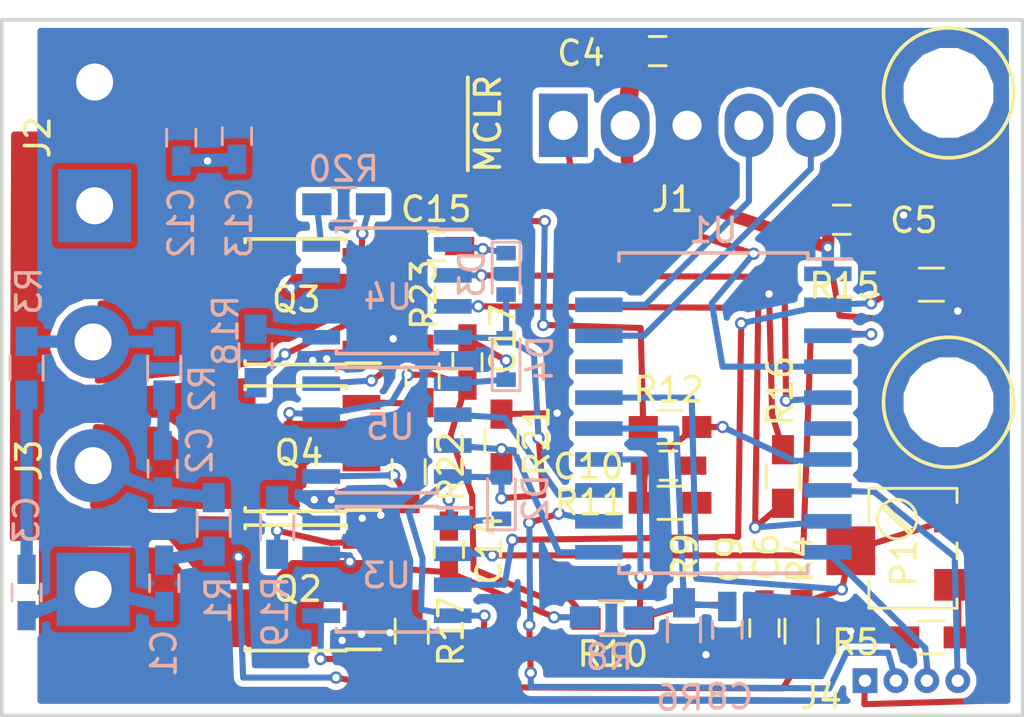
<source format=kicad_pcb>
(kicad_pcb (version 4) (host pcbnew 4.0.7)

  (general
    (links 116)
    (no_connects 5)
    (area 55.042999 68.047799 97.103001 96.747401)
    (thickness 1.6)
    (drawings 6)
    (tracks 268)
    (zones 0)
    (modules 51)
    (nets 44)
  )

  (page A4)
  (layers
    (0 F.Cu signal)
    (31 B.Cu signal)
    (32 B.Adhes user)
    (33 F.Adhes user)
    (34 B.Paste user hide)
    (35 F.Paste user)
    (36 B.SilkS user hide)
    (37 F.SilkS user hide)
    (38 B.Mask user hide)
    (39 F.Mask user)
    (40 Dwgs.User user)
    (41 Cmts.User user)
    (42 Eco1.User user)
    (43 Eco2.User user)
    (44 Edge.Cuts user)
    (45 Margin user)
    (46 B.CrtYd user hide)
    (47 F.CrtYd user)
    (48 B.Fab user hide)
    (49 F.Fab user hide)
  )

  (setup
    (last_trace_width 0.25)
    (user_trace_width 0.508)
    (user_trace_width 0.762)
    (user_trace_width 1.016)
    (user_trace_width 1.27)
    (trace_clearance 0.2)
    (zone_clearance 0.254)
    (zone_45_only no)
    (trace_min 0.2)
    (segment_width 0.2)
    (edge_width 0.15)
    (via_size 0.508)
    (via_drill 0.3048)
    (via_min_size 0.4)
    (via_min_drill 0.3)
    (uvia_size 0.3)
    (uvia_drill 0.1)
    (uvias_allowed no)
    (uvia_min_size 0.2)
    (uvia_min_drill 0.1)
    (pcb_text_width 0.3)
    (pcb_text_size 1.5 1.5)
    (mod_edge_width 0.15)
    (mod_text_size 1 1)
    (mod_text_width 0.15)
    (pad_size 3.175 3.175)
    (pad_drill 3.175)
    (pad_to_mask_clearance 0.2)
    (aux_axis_origin 45.5295 66.802)
    (visible_elements 7FFEFFBF)
    (pcbplotparams
      (layerselection 0x010fc_80000001)
      (usegerberextensions false)
      (excludeedgelayer true)
      (linewidth 0.100000)
      (plotframeref false)
      (viasonmask false)
      (mode 1)
      (useauxorigin false)
      (hpglpennumber 1)
      (hpglpenspeed 20)
      (hpglpendiameter 15)
      (hpglpenoverlay 2)
      (psnegative false)
      (psa4output false)
      (plotreference true)
      (plotvalue true)
      (plotinvisibletext false)
      (padsonsilk false)
      (subtractmaskfromsilk false)
      (outputformat 1)
      (mirror false)
      (drillshape 0)
      (scaleselection 1)
      (outputdirectory "gerber output files/"))
  )

  (net 0 "")
  (net 1 /Mtr_A)
  (net 2 GND)
  (net 3 /A_on/off)
  (net 4 +BATT)
  (net 5 +3V3)
  (net 6 /~MCLR)
  (net 7 /ICSP_data)
  (net 8 /ICSP_clk)
  (net 9 /Mtr_B)
  (net 10 /Mtr_C)
  (net 11 /A_hi/lo)
  (net 12 /C_hi/lo)
  (net 13 /C_on/off)
  (net 14 /SCK)
  (net 15 /B_on/off)
  (net 16 /MOSI)
  (net 17 /B_hi/lo)
  (net 18 "Net-(C1-Pad2)")
  (net 19 "Net-(C2-Pad2)")
  (net 20 "Net-(C3-Pad2)")
  (net 21 "Net-(C6-Pad1)")
  (net 22 "Net-(C8-Pad1)")
  (net 23 "Net-(C9-Pad1)")
  (net 24 "Net-(C10-Pad1)")
  (net 25 "Net-(C14-Pad1)")
  (net 26 "Net-(C15-Pad1)")
  (net 27 "Net-(C17-Pad1)")
  (net 28 /~SS)
  (net 29 "Net-(R17-Pad2)")
  (net 30 "Net-(R18-Pad2)")
  (net 31 "Net-(R19-Pad2)")
  (net 32 "Net-(R20-Pad2)")
  (net 33 "Net-(R22-Pad2)")
  (net 34 "Net-(R23-Pad2)")
  (net 35 "Net-(Q2-Pad2)")
  (net 36 "Net-(Q2-Pad4)")
  (net 37 "Net-(Q3-Pad2)")
  (net 38 "Net-(Q3-Pad4)")
  (net 39 "Net-(Q4-Pad2)")
  (net 40 "Net-(Q4-Pad4)")
  (net 41 "Net-(U1-Pad6)")
  (net 42 "Net-(U1-Pad17)")
  (net 43 "Net-(P1-Pad1)")

  (net_class Default "This is the default net class."
    (clearance 0.2)
    (trace_width 0.25)
    (via_dia 0.508)
    (via_drill 0.3048)
    (uvia_dia 0.3)
    (uvia_drill 0.1)
    (add_net +3V3)
    (add_net +BATT)
    (add_net /A_hi/lo)
    (add_net /A_on/off)
    (add_net /B_hi/lo)
    (add_net /B_on/off)
    (add_net /C_hi/lo)
    (add_net /C_on/off)
    (add_net /ICSP_clk)
    (add_net /ICSP_data)
    (add_net /MOSI)
    (add_net /Mtr_A)
    (add_net /Mtr_B)
    (add_net /Mtr_C)
    (add_net /SCK)
    (add_net /~MCLR)
    (add_net /~SS)
    (add_net GND)
    (add_net "Net-(C1-Pad2)")
    (add_net "Net-(C10-Pad1)")
    (add_net "Net-(C14-Pad1)")
    (add_net "Net-(C15-Pad1)")
    (add_net "Net-(C17-Pad1)")
    (add_net "Net-(C2-Pad2)")
    (add_net "Net-(C3-Pad2)")
    (add_net "Net-(C6-Pad1)")
    (add_net "Net-(C8-Pad1)")
    (add_net "Net-(C9-Pad1)")
    (add_net "Net-(P1-Pad1)")
    (add_net "Net-(Q2-Pad2)")
    (add_net "Net-(Q2-Pad4)")
    (add_net "Net-(Q3-Pad2)")
    (add_net "Net-(Q3-Pad4)")
    (add_net "Net-(Q4-Pad2)")
    (add_net "Net-(Q4-Pad4)")
    (add_net "Net-(R17-Pad2)")
    (add_net "Net-(R18-Pad2)")
    (add_net "Net-(R19-Pad2)")
    (add_net "Net-(R20-Pad2)")
    (add_net "Net-(R22-Pad2)")
    (add_net "Net-(R23-Pad2)")
    (add_net "Net-(U1-Pad17)")
    (add_net "Net-(U1-Pad6)")
  )

  (net_class asdf ""
    (clearance 0.2)
    (trace_width 0.508)
    (via_dia 0.508)
    (via_drill 0.3048)
    (uvia_dia 0.3)
    (uvia_drill 0.1)
  )

  (module Housings_SOIC:SOIC-8_3.9x4.9mm_Pitch1.27mm (layer F.Cu) (tedit 5B0A6526) (tstamp 5B037E96)
    (at 67.183 79.6925 180)
    (descr "8-Lead Plastic Small Outline (SN) - Narrow, 3.90 mm Body [SOIC] (see Microchip Packaging Specification 00000049BS.pdf)")
    (tags "SOIC 1.27")
    (path /5B0419C7/5B0424E3)
    (attr smd)
    (fp_text reference Q3 (at -0.0254 0.0889 180) (layer F.SilkS)
      (effects (font (size 1 1) (thickness 0.15)))
    )
    (fp_text value Q_Dual_NMOS (at 0 3.5 180) (layer F.Fab)
      (effects (font (size 1 1) (thickness 0.15)))
    )
    (fp_text user %R (at 0 0 180) (layer F.Fab)
      (effects (font (size 1 1) (thickness 0.15)))
    )
    (fp_line (start -0.95 -2.45) (end 1.95 -2.45) (layer F.Fab) (width 0.1))
    (fp_line (start 1.95 -2.45) (end 1.95 2.45) (layer F.Fab) (width 0.1))
    (fp_line (start 1.95 2.45) (end -1.95 2.45) (layer F.Fab) (width 0.1))
    (fp_line (start -1.95 2.45) (end -1.95 -1.45) (layer F.Fab) (width 0.1))
    (fp_line (start -1.95 -1.45) (end -0.95 -2.45) (layer F.Fab) (width 0.1))
    (fp_line (start -3.73 -2.7) (end -3.73 2.7) (layer F.CrtYd) (width 0.05))
    (fp_line (start 3.73 -2.7) (end 3.73 2.7) (layer F.CrtYd) (width 0.05))
    (fp_line (start -3.73 -2.7) (end 3.73 -2.7) (layer F.CrtYd) (width 0.05))
    (fp_line (start -3.73 2.7) (end 3.73 2.7) (layer F.CrtYd) (width 0.05))
    (fp_line (start -2.075 -2.575) (end -2.075 -2.525) (layer F.SilkS) (width 0.15))
    (fp_line (start 2.075 -2.575) (end 2.075 -2.43) (layer F.SilkS) (width 0.15))
    (fp_line (start 2.075 2.575) (end 2.075 2.43) (layer F.SilkS) (width 0.15))
    (fp_line (start -2.075 2.575) (end -2.075 2.43) (layer F.SilkS) (width 0.15))
    (fp_line (start -2.075 -2.575) (end 2.075 -2.575) (layer F.SilkS) (width 0.15))
    (fp_line (start -2.075 2.575) (end 2.075 2.575) (layer F.SilkS) (width 0.15))
    (fp_line (start -2.075 -2.525) (end -3.475 -2.525) (layer F.SilkS) (width 0.15))
    (pad 1 smd rect (at -2.7 -1.905 180) (size 1.55 0.6) (layers F.Cu F.Paste F.Mask)
      (net 2 GND))
    (pad 2 smd rect (at -2.7 -0.635 180) (size 1.55 0.6) (layers F.Cu F.Paste F.Mask)
      (net 37 "Net-(Q3-Pad2)"))
    (pad 3 smd rect (at -2.7 0.635 180) (size 1.55 0.6) (layers F.Cu F.Paste F.Mask)
      (net 10 /Mtr_C))
    (pad 4 smd rect (at -2.7 1.905 180) (size 1.55 0.6) (layers F.Cu F.Paste F.Mask)
      (net 38 "Net-(Q3-Pad4)"))
    (pad 5 smd rect (at 2.7 1.905 180) (size 1.55 0.6) (layers F.Cu F.Paste F.Mask)
      (net 4 +BATT))
    (pad 6 smd rect (at 2.7 0.635 180) (size 1.55 0.6) (layers F.Cu F.Paste F.Mask)
      (net 4 +BATT))
    (pad 7 smd rect (at 2.7 -0.635 180) (size 1.55 0.6) (layers F.Cu F.Paste F.Mask)
      (net 10 /Mtr_C))
    (pad 8 smd rect (at 2.7 -1.905 180) (size 1.55 0.6) (layers F.Cu F.Paste F.Mask)
      (net 10 /Mtr_C))
    (model ${KISYS3DMOD}/Housings_SOIC.3dshapes/SOIC-8_3.9x4.9mm_Pitch1.27mm.wrl
      (at (xyz 0 0 0))
      (scale (xyz 1 1 1))
      (rotate (xyz 0 0 0))
    )
  )

  (module Capacitors_SMD:C_0603_HandSoldering (layer B.Cu) (tedit 5B0A662E) (tstamp 5B0219C8)
    (at 61.7855 91.2495 90)
    (descr "Capacitor SMD 0603, hand soldering")
    (tags "capacitor 0603")
    (path /5B02CFBE)
    (attr smd)
    (fp_text reference C1 (at -2.8829 -0.0127 90) (layer B.SilkS)
      (effects (font (size 1 1) (thickness 0.15)) (justify mirror))
    )
    (fp_text value 10n (at 0 -1.5 90) (layer B.Fab)
      (effects (font (size 1 1) (thickness 0.15)) (justify mirror))
    )
    (fp_text user %R (at 0 1.25 90) (layer B.Fab)
      (effects (font (size 1 1) (thickness 0.15)) (justify mirror))
    )
    (fp_line (start -0.8 -0.4) (end -0.8 0.4) (layer B.Fab) (width 0.1))
    (fp_line (start 0.8 -0.4) (end -0.8 -0.4) (layer B.Fab) (width 0.1))
    (fp_line (start 0.8 0.4) (end 0.8 -0.4) (layer B.Fab) (width 0.1))
    (fp_line (start -0.8 0.4) (end 0.8 0.4) (layer B.Fab) (width 0.1))
    (fp_line (start -0.35 0.6) (end 0.35 0.6) (layer B.SilkS) (width 0.12))
    (fp_line (start 0.35 -0.6) (end -0.35 -0.6) (layer B.SilkS) (width 0.12))
    (fp_line (start -1.8 0.65) (end 1.8 0.65) (layer B.CrtYd) (width 0.05))
    (fp_line (start -1.8 0.65) (end -1.8 -0.65) (layer B.CrtYd) (width 0.05))
    (fp_line (start 1.8 -0.65) (end 1.8 0.65) (layer B.CrtYd) (width 0.05))
    (fp_line (start 1.8 -0.65) (end -1.8 -0.65) (layer B.CrtYd) (width 0.05))
    (pad 1 smd rect (at -0.95 0 90) (size 1.2 0.75) (layers B.Cu B.Paste B.Mask)
      (net 1 /Mtr_A))
    (pad 2 smd rect (at 0.95 0 90) (size 1.2 0.75) (layers B.Cu B.Paste B.Mask)
      (net 18 "Net-(C1-Pad2)"))
    (model Capacitors_SMD.3dshapes/C_0603.wrl
      (at (xyz 0 0 0))
      (scale (xyz 1 1 1))
      (rotate (xyz 0 0 0))
    )
  )

  (module Capacitors_SMD:C_0603_HandSoldering (layer B.Cu) (tedit 5B0A6635) (tstamp 5B0219D9)
    (at 61.722 86.5505 90)
    (descr "Capacitor SMD 0603, hand soldering")
    (tags "capacitor 0603")
    (path /5B02E2B5)
    (attr smd)
    (fp_text reference C2 (at 0.7493 1.524 90) (layer B.SilkS)
      (effects (font (size 1 1) (thickness 0.15)) (justify mirror))
    )
    (fp_text value 10n (at 0 -1.5 90) (layer B.Fab)
      (effects (font (size 1 1) (thickness 0.15)) (justify mirror))
    )
    (fp_text user %R (at 0 1.25 90) (layer B.Fab)
      (effects (font (size 1 1) (thickness 0.15)) (justify mirror))
    )
    (fp_line (start -0.8 -0.4) (end -0.8 0.4) (layer B.Fab) (width 0.1))
    (fp_line (start 0.8 -0.4) (end -0.8 -0.4) (layer B.Fab) (width 0.1))
    (fp_line (start 0.8 0.4) (end 0.8 -0.4) (layer B.Fab) (width 0.1))
    (fp_line (start -0.8 0.4) (end 0.8 0.4) (layer B.Fab) (width 0.1))
    (fp_line (start -0.35 0.6) (end 0.35 0.6) (layer B.SilkS) (width 0.12))
    (fp_line (start 0.35 -0.6) (end -0.35 -0.6) (layer B.SilkS) (width 0.12))
    (fp_line (start -1.8 0.65) (end 1.8 0.65) (layer B.CrtYd) (width 0.05))
    (fp_line (start -1.8 0.65) (end -1.8 -0.65) (layer B.CrtYd) (width 0.05))
    (fp_line (start 1.8 -0.65) (end 1.8 0.65) (layer B.CrtYd) (width 0.05))
    (fp_line (start 1.8 -0.65) (end -1.8 -0.65) (layer B.CrtYd) (width 0.05))
    (pad 1 smd rect (at -0.95 0 90) (size 1.2 0.75) (layers B.Cu B.Paste B.Mask)
      (net 9 /Mtr_B))
    (pad 2 smd rect (at 0.95 0 90) (size 1.2 0.75) (layers B.Cu B.Paste B.Mask)
      (net 19 "Net-(C2-Pad2)"))
    (model Capacitors_SMD.3dshapes/C_0603.wrl
      (at (xyz 0 0 0))
      (scale (xyz 1 1 1))
      (rotate (xyz 0 0 0))
    )
  )

  (module Capacitors_SMD:C_0603_HandSoldering (layer B.Cu) (tedit 5B0A6625) (tstamp 5B0219EA)
    (at 56.134 91.6305 90)
    (descr "Capacitor SMD 0603, hand soldering")
    (tags "capacitor 0603")
    (path /5B02E3EF)
    (attr smd)
    (fp_text reference C3 (at 2.9845 0 90) (layer B.SilkS)
      (effects (font (size 1 1) (thickness 0.15)) (justify mirror))
    )
    (fp_text value 10n (at 0 -1.5 90) (layer B.Fab)
      (effects (font (size 1 1) (thickness 0.15)) (justify mirror))
    )
    (fp_text user %R (at 0 1.25 90) (layer B.Fab)
      (effects (font (size 1 1) (thickness 0.15)) (justify mirror))
    )
    (fp_line (start -0.8 -0.4) (end -0.8 0.4) (layer B.Fab) (width 0.1))
    (fp_line (start 0.8 -0.4) (end -0.8 -0.4) (layer B.Fab) (width 0.1))
    (fp_line (start 0.8 0.4) (end 0.8 -0.4) (layer B.Fab) (width 0.1))
    (fp_line (start -0.8 0.4) (end 0.8 0.4) (layer B.Fab) (width 0.1))
    (fp_line (start -0.35 0.6) (end 0.35 0.6) (layer B.SilkS) (width 0.12))
    (fp_line (start 0.35 -0.6) (end -0.35 -0.6) (layer B.SilkS) (width 0.12))
    (fp_line (start -1.8 0.65) (end 1.8 0.65) (layer B.CrtYd) (width 0.05))
    (fp_line (start -1.8 0.65) (end -1.8 -0.65) (layer B.CrtYd) (width 0.05))
    (fp_line (start 1.8 -0.65) (end 1.8 0.65) (layer B.CrtYd) (width 0.05))
    (fp_line (start 1.8 -0.65) (end -1.8 -0.65) (layer B.CrtYd) (width 0.05))
    (pad 1 smd rect (at -0.95 0 90) (size 1.2 0.75) (layers B.Cu B.Paste B.Mask)
      (net 1 /Mtr_A))
    (pad 2 smd rect (at 0.95 0 90) (size 1.2 0.75) (layers B.Cu B.Paste B.Mask)
      (net 20 "Net-(C3-Pad2)"))
    (model Capacitors_SMD.3dshapes/C_0603.wrl
      (at (xyz 0 0 0))
      (scale (xyz 1 1 1))
      (rotate (xyz 0 0 0))
    )
  )

  (module Capacitors_SMD:C_0603_HandSoldering (layer F.Cu) (tedit 5B0A6536) (tstamp 5B0219FB)
    (at 82.042 69.4055)
    (descr "Capacitor SMD 0603, hand soldering")
    (tags "capacitor 0603")
    (path /5B00FEAD)
    (attr smd)
    (fp_text reference C4 (at -3.1496 0.0889) (layer F.SilkS)
      (effects (font (size 1 1) (thickness 0.15)))
    )
    (fp_text value 100n (at 0 1.5) (layer F.Fab)
      (effects (font (size 1 1) (thickness 0.15)))
    )
    (fp_text user %R (at 0 -1.25) (layer F.Fab)
      (effects (font (size 1 1) (thickness 0.15)))
    )
    (fp_line (start -0.8 0.4) (end -0.8 -0.4) (layer F.Fab) (width 0.1))
    (fp_line (start 0.8 0.4) (end -0.8 0.4) (layer F.Fab) (width 0.1))
    (fp_line (start 0.8 -0.4) (end 0.8 0.4) (layer F.Fab) (width 0.1))
    (fp_line (start -0.8 -0.4) (end 0.8 -0.4) (layer F.Fab) (width 0.1))
    (fp_line (start -0.35 -0.6) (end 0.35 -0.6) (layer F.SilkS) (width 0.12))
    (fp_line (start 0.35 0.6) (end -0.35 0.6) (layer F.SilkS) (width 0.12))
    (fp_line (start -1.8 -0.65) (end 1.8 -0.65) (layer F.CrtYd) (width 0.05))
    (fp_line (start -1.8 -0.65) (end -1.8 0.65) (layer F.CrtYd) (width 0.05))
    (fp_line (start 1.8 0.65) (end 1.8 -0.65) (layer F.CrtYd) (width 0.05))
    (fp_line (start 1.8 0.65) (end -1.8 0.65) (layer F.CrtYd) (width 0.05))
    (pad 1 smd rect (at -0.95 0) (size 1.2 0.75) (layers F.Cu F.Paste F.Mask)
      (net 5 +3V3))
    (pad 2 smd rect (at 0.95 0) (size 1.2 0.75) (layers F.Cu F.Paste F.Mask)
      (net 2 GND))
    (model Capacitors_SMD.3dshapes/C_0603.wrl
      (at (xyz 0 0 0))
      (scale (xyz 1 1 1))
      (rotate (xyz 0 0 0))
    )
  )

  (module Capacitors_SMD:C_0603_HandSoldering (layer F.Cu) (tedit 5B0A657B) (tstamp 5B021A0C)
    (at 89.5985 76.327)
    (descr "Capacitor SMD 0603, hand soldering")
    (tags "capacitor 0603")
    (path /5B02F531)
    (attr smd)
    (fp_text reference C5 (at 2.9591 0.0254) (layer F.SilkS)
      (effects (font (size 1 1) (thickness 0.15)))
    )
    (fp_text value 10u (at 0 1.5) (layer F.Fab)
      (effects (font (size 1 1) (thickness 0.15)))
    )
    (fp_text user %R (at 0 -1.25) (layer F.Fab)
      (effects (font (size 1 1) (thickness 0.15)))
    )
    (fp_line (start -0.8 0.4) (end -0.8 -0.4) (layer F.Fab) (width 0.1))
    (fp_line (start 0.8 0.4) (end -0.8 0.4) (layer F.Fab) (width 0.1))
    (fp_line (start 0.8 -0.4) (end 0.8 0.4) (layer F.Fab) (width 0.1))
    (fp_line (start -0.8 -0.4) (end 0.8 -0.4) (layer F.Fab) (width 0.1))
    (fp_line (start -0.35 -0.6) (end 0.35 -0.6) (layer F.SilkS) (width 0.12))
    (fp_line (start 0.35 0.6) (end -0.35 0.6) (layer F.SilkS) (width 0.12))
    (fp_line (start -1.8 -0.65) (end 1.8 -0.65) (layer F.CrtYd) (width 0.05))
    (fp_line (start -1.8 -0.65) (end -1.8 0.65) (layer F.CrtYd) (width 0.05))
    (fp_line (start 1.8 0.65) (end 1.8 -0.65) (layer F.CrtYd) (width 0.05))
    (fp_line (start 1.8 0.65) (end -1.8 0.65) (layer F.CrtYd) (width 0.05))
    (pad 1 smd rect (at -0.95 0) (size 1.2 0.75) (layers F.Cu F.Paste F.Mask)
      (net 5 +3V3))
    (pad 2 smd rect (at 0.95 0) (size 1.2 0.75) (layers F.Cu F.Paste F.Mask)
      (net 2 GND))
    (model Capacitors_SMD.3dshapes/C_0603.wrl
      (at (xyz 0 0 0))
      (scale (xyz 1 1 1))
      (rotate (xyz 0 0 0))
    )
  )

  (module Resistors_SMD:R_0603_HandSoldering (layer B.Cu) (tedit 5B0A662C) (tstamp 5B021A4B)
    (at 63.8175 88.8365 270)
    (descr "Resistor SMD 0603, hand soldering")
    (tags "resistor 0603")
    (path /5B02D051)
    (attr smd)
    (fp_text reference R1 (at 3.1115 -0.1905 270) (layer B.SilkS)
      (effects (font (size 1 1) (thickness 0.15)) (justify mirror))
    )
    (fp_text value 1 (at 0 -1.55 270) (layer B.Fab)
      (effects (font (size 1 1) (thickness 0.15)) (justify mirror))
    )
    (fp_text user %R (at 0 0 270) (layer B.Fab)
      (effects (font (size 0.4 0.4) (thickness 0.075)) (justify mirror))
    )
    (fp_line (start -0.8 -0.4) (end -0.8 0.4) (layer B.Fab) (width 0.1))
    (fp_line (start 0.8 -0.4) (end -0.8 -0.4) (layer B.Fab) (width 0.1))
    (fp_line (start 0.8 0.4) (end 0.8 -0.4) (layer B.Fab) (width 0.1))
    (fp_line (start -0.8 0.4) (end 0.8 0.4) (layer B.Fab) (width 0.1))
    (fp_line (start 0.5 -0.68) (end -0.5 -0.68) (layer B.SilkS) (width 0.12))
    (fp_line (start -0.5 0.68) (end 0.5 0.68) (layer B.SilkS) (width 0.12))
    (fp_line (start -1.96 0.7) (end 1.95 0.7) (layer B.CrtYd) (width 0.05))
    (fp_line (start -1.96 0.7) (end -1.96 -0.7) (layer B.CrtYd) (width 0.05))
    (fp_line (start 1.95 -0.7) (end 1.95 0.7) (layer B.CrtYd) (width 0.05))
    (fp_line (start 1.95 -0.7) (end -1.96 -0.7) (layer B.CrtYd) (width 0.05))
    (pad 1 smd rect (at -1.1 0 270) (size 1.2 0.9) (layers B.Cu B.Paste B.Mask)
      (net 9 /Mtr_B))
    (pad 2 smd rect (at 1.1 0 270) (size 1.2 0.9) (layers B.Cu B.Paste B.Mask)
      (net 18 "Net-(C1-Pad2)"))
    (model ${KISYS3DMOD}/Resistors_SMD.3dshapes/R_0603.wrl
      (at (xyz 0 0 0))
      (scale (xyz 1 1 1))
      (rotate (xyz 0 0 0))
    )
  )

  (module Resistors_SMD:R_0603_HandSoldering (layer B.Cu) (tedit 5B0A6637) (tstamp 5B021A5C)
    (at 61.7855 82.423 270)
    (descr "Resistor SMD 0603, hand soldering")
    (tags "resistor 0603")
    (path /5B02E2BB)
    (attr smd)
    (fp_text reference R2 (at 0.8382 -1.5621 270) (layer B.SilkS)
      (effects (font (size 1 1) (thickness 0.15)) (justify mirror))
    )
    (fp_text value 1 (at 0 -1.55 270) (layer B.Fab)
      (effects (font (size 1 1) (thickness 0.15)) (justify mirror))
    )
    (fp_text user %R (at 0 0 270) (layer B.Fab)
      (effects (font (size 0.4 0.4) (thickness 0.075)) (justify mirror))
    )
    (fp_line (start -0.8 -0.4) (end -0.8 0.4) (layer B.Fab) (width 0.1))
    (fp_line (start 0.8 -0.4) (end -0.8 -0.4) (layer B.Fab) (width 0.1))
    (fp_line (start 0.8 0.4) (end 0.8 -0.4) (layer B.Fab) (width 0.1))
    (fp_line (start -0.8 0.4) (end 0.8 0.4) (layer B.Fab) (width 0.1))
    (fp_line (start 0.5 -0.68) (end -0.5 -0.68) (layer B.SilkS) (width 0.12))
    (fp_line (start -0.5 0.68) (end 0.5 0.68) (layer B.SilkS) (width 0.12))
    (fp_line (start -1.96 0.7) (end 1.95 0.7) (layer B.CrtYd) (width 0.05))
    (fp_line (start -1.96 0.7) (end -1.96 -0.7) (layer B.CrtYd) (width 0.05))
    (fp_line (start 1.95 -0.7) (end 1.95 0.7) (layer B.CrtYd) (width 0.05))
    (fp_line (start 1.95 -0.7) (end -1.96 -0.7) (layer B.CrtYd) (width 0.05))
    (pad 1 smd rect (at -1.1 0 270) (size 1.2 0.9) (layers B.Cu B.Paste B.Mask)
      (net 10 /Mtr_C))
    (pad 2 smd rect (at 1.1 0 270) (size 1.2 0.9) (layers B.Cu B.Paste B.Mask)
      (net 19 "Net-(C2-Pad2)"))
    (model ${KISYS3DMOD}/Resistors_SMD.3dshapes/R_0603.wrl
      (at (xyz 0 0 0))
      (scale (xyz 1 1 1))
      (rotate (xyz 0 0 0))
    )
  )

  (module Resistors_SMD:R_0603_HandSoldering (layer B.Cu) (tedit 5B0A6621) (tstamp 5B021A6D)
    (at 56.134 82.423 270)
    (descr "Resistor SMD 0603, hand soldering")
    (tags "resistor 0603")
    (path /5B02E3F5)
    (attr smd)
    (fp_text reference R3 (at -3.175 -0.1016 270) (layer B.SilkS)
      (effects (font (size 1 1) (thickness 0.15)) (justify mirror))
    )
    (fp_text value 1 (at 0 -1.55 270) (layer B.Fab)
      (effects (font (size 1 1) (thickness 0.15)) (justify mirror))
    )
    (fp_text user %R (at 0 0 270) (layer B.Fab)
      (effects (font (size 0.4 0.4) (thickness 0.075)) (justify mirror))
    )
    (fp_line (start -0.8 -0.4) (end -0.8 0.4) (layer B.Fab) (width 0.1))
    (fp_line (start 0.8 -0.4) (end -0.8 -0.4) (layer B.Fab) (width 0.1))
    (fp_line (start 0.8 0.4) (end 0.8 -0.4) (layer B.Fab) (width 0.1))
    (fp_line (start -0.8 0.4) (end 0.8 0.4) (layer B.Fab) (width 0.1))
    (fp_line (start 0.5 -0.68) (end -0.5 -0.68) (layer B.SilkS) (width 0.12))
    (fp_line (start -0.5 0.68) (end 0.5 0.68) (layer B.SilkS) (width 0.12))
    (fp_line (start -1.96 0.7) (end 1.95 0.7) (layer B.CrtYd) (width 0.05))
    (fp_line (start -1.96 0.7) (end -1.96 -0.7) (layer B.CrtYd) (width 0.05))
    (fp_line (start 1.95 -0.7) (end 1.95 0.7) (layer B.CrtYd) (width 0.05))
    (fp_line (start 1.95 -0.7) (end -1.96 -0.7) (layer B.CrtYd) (width 0.05))
    (pad 1 smd rect (at -1.1 0 270) (size 1.2 0.9) (layers B.Cu B.Paste B.Mask)
      (net 10 /Mtr_C))
    (pad 2 smd rect (at 1.1 0 270) (size 1.2 0.9) (layers B.Cu B.Paste B.Mask)
      (net 20 "Net-(C3-Pad2)"))
    (model ${KISYS3DMOD}/Resistors_SMD.3dshapes/R_0603.wrl
      (at (xyz 0 0 0))
      (scale (xyz 1 1 1))
      (rotate (xyz 0 0 0))
    )
  )

  (module Resistors_SMD:R_0603_HandSoldering (layer F.Cu) (tedit 5B0A65B7) (tstamp 5B021A7E)
    (at 87.9475 93.218 270)
    (descr "Resistor SMD 0603, hand soldering")
    (tags "resistor 0603")
    (path /5B01E824)
    (attr smd)
    (fp_text reference R4 (at -2.9464 0.0635 270) (layer F.SilkS)
      (effects (font (size 1 1) (thickness 0.15)))
    )
    (fp_text value 10k (at 0 1.55 270) (layer F.Fab)
      (effects (font (size 1 1) (thickness 0.15)))
    )
    (fp_text user %R (at 0 0 270) (layer F.Fab)
      (effects (font (size 0.4 0.4) (thickness 0.075)))
    )
    (fp_line (start -0.8 0.4) (end -0.8 -0.4) (layer F.Fab) (width 0.1))
    (fp_line (start 0.8 0.4) (end -0.8 0.4) (layer F.Fab) (width 0.1))
    (fp_line (start 0.8 -0.4) (end 0.8 0.4) (layer F.Fab) (width 0.1))
    (fp_line (start -0.8 -0.4) (end 0.8 -0.4) (layer F.Fab) (width 0.1))
    (fp_line (start 0.5 0.68) (end -0.5 0.68) (layer F.SilkS) (width 0.12))
    (fp_line (start -0.5 -0.68) (end 0.5 -0.68) (layer F.SilkS) (width 0.12))
    (fp_line (start -1.96 -0.7) (end 1.95 -0.7) (layer F.CrtYd) (width 0.05))
    (fp_line (start -1.96 -0.7) (end -1.96 0.7) (layer F.CrtYd) (width 0.05))
    (fp_line (start 1.95 0.7) (end 1.95 -0.7) (layer F.CrtYd) (width 0.05))
    (fp_line (start 1.95 0.7) (end -1.96 0.7) (layer F.CrtYd) (width 0.05))
    (pad 1 smd rect (at -1.1 0 270) (size 1.2 0.9) (layers F.Cu F.Paste F.Mask)
      (net 21 "Net-(C6-Pad1)"))
    (pad 2 smd rect (at 1.1 0 270) (size 1.2 0.9) (layers F.Cu F.Paste F.Mask)
      (net 4 +BATT))
    (model ${KISYS3DMOD}/Resistors_SMD.3dshapes/R_0603.wrl
      (at (xyz 0 0 0))
      (scale (xyz 1 1 1))
      (rotate (xyz 0 0 0))
    )
  )

  (module Resistors_SMD:R_0603_HandSoldering (layer F.Cu) (tedit 5B0A65D3) (tstamp 5B021A8F)
    (at 93.2815 93.472)
    (descr "Resistor SMD 0603, hand soldering")
    (tags "resistor 0603")
    (path /5B01E791)
    (attr smd)
    (fp_text reference R5 (at -3.1115 0.2032) (layer F.SilkS)
      (effects (font (size 1 1) (thickness 0.15)))
    )
    (fp_text value 1k3 (at 0 1.55) (layer F.Fab)
      (effects (font (size 1 1) (thickness 0.15)))
    )
    (fp_text user %R (at 0 0) (layer F.Fab)
      (effects (font (size 0.4 0.4) (thickness 0.075)))
    )
    (fp_line (start -0.8 0.4) (end -0.8 -0.4) (layer F.Fab) (width 0.1))
    (fp_line (start 0.8 0.4) (end -0.8 0.4) (layer F.Fab) (width 0.1))
    (fp_line (start 0.8 -0.4) (end 0.8 0.4) (layer F.Fab) (width 0.1))
    (fp_line (start -0.8 -0.4) (end 0.8 -0.4) (layer F.Fab) (width 0.1))
    (fp_line (start 0.5 0.68) (end -0.5 0.68) (layer F.SilkS) (width 0.12))
    (fp_line (start -0.5 -0.68) (end 0.5 -0.68) (layer F.SilkS) (width 0.12))
    (fp_line (start -1.96 -0.7) (end 1.95 -0.7) (layer F.CrtYd) (width 0.05))
    (fp_line (start -1.96 -0.7) (end -1.96 0.7) (layer F.CrtYd) (width 0.05))
    (fp_line (start 1.95 0.7) (end 1.95 -0.7) (layer F.CrtYd) (width 0.05))
    (fp_line (start 1.95 0.7) (end -1.96 0.7) (layer F.CrtYd) (width 0.05))
    (pad 1 smd rect (at -1.1 0) (size 1.2 0.9) (layers F.Cu F.Paste F.Mask)
      (net 2 GND))
    (pad 2 smd rect (at 1.1 0) (size 1.2 0.9) (layers F.Cu F.Paste F.Mask)
      (net 43 "Net-(P1-Pad1)"))
    (model ${KISYS3DMOD}/Resistors_SMD.3dshapes/R_0603.wrl
      (at (xyz 0 0 0))
      (scale (xyz 1 1 1))
      (rotate (xyz 0 0 0))
    )
  )

  (module Resistors_SMD:R_0603_HandSoldering (layer B.Cu) (tedit 5B0A664C) (tstamp 5B021AA0)
    (at 83.1215 93.1545 90)
    (descr "Resistor SMD 0603, hand soldering")
    (tags "resistor 0603")
    (path /5B01049A)
    (attr smd)
    (fp_text reference R6 (at -2.8067 -0.1651 180) (layer B.SilkS)
      (effects (font (size 1 1) (thickness 0.15)) (justify mirror))
    )
    (fp_text value 1k3 (at 0 -1.55 90) (layer B.Fab)
      (effects (font (size 1 1) (thickness 0.15)) (justify mirror))
    )
    (fp_text user %R (at 0 0 90) (layer B.Fab)
      (effects (font (size 0.4 0.4) (thickness 0.075)) (justify mirror))
    )
    (fp_line (start -0.8 -0.4) (end -0.8 0.4) (layer B.Fab) (width 0.1))
    (fp_line (start 0.8 -0.4) (end -0.8 -0.4) (layer B.Fab) (width 0.1))
    (fp_line (start 0.8 0.4) (end 0.8 -0.4) (layer B.Fab) (width 0.1))
    (fp_line (start -0.8 0.4) (end 0.8 0.4) (layer B.Fab) (width 0.1))
    (fp_line (start 0.5 -0.68) (end -0.5 -0.68) (layer B.SilkS) (width 0.12))
    (fp_line (start -0.5 0.68) (end 0.5 0.68) (layer B.SilkS) (width 0.12))
    (fp_line (start -1.96 0.7) (end 1.95 0.7) (layer B.CrtYd) (width 0.05))
    (fp_line (start -1.96 0.7) (end -1.96 -0.7) (layer B.CrtYd) (width 0.05))
    (fp_line (start 1.95 -0.7) (end 1.95 0.7) (layer B.CrtYd) (width 0.05))
    (fp_line (start 1.95 -0.7) (end -1.96 -0.7) (layer B.CrtYd) (width 0.05))
    (pad 1 smd rect (at -1.1 0 90) (size 1.2 0.9) (layers B.Cu B.Paste B.Mask)
      (net 2 GND))
    (pad 2 smd rect (at 1.1 0 90) (size 1.2 0.9) (layers B.Cu B.Paste B.Mask)
      (net 22 "Net-(C8-Pad1)"))
    (model ${KISYS3DMOD}/Resistors_SMD.3dshapes/R_0603.wrl
      (at (xyz 0 0 0))
      (scale (xyz 1 1 1))
      (rotate (xyz 0 0 0))
    )
  )

  (module Resistors_SMD:R_0603_HandSoldering (layer B.Cu) (tedit 5B0A6640) (tstamp 5B021AC2)
    (at 80.137 92.6465 180)
    (descr "Resistor SMD 0603, hand soldering")
    (tags "resistor 0603")
    (path /5B01964F)
    (attr smd)
    (fp_text reference R8 (at 0.0762 -1.6383 180) (layer B.SilkS)
      (effects (font (size 1 1) (thickness 0.15)) (justify mirror))
    )
    (fp_text value 10k (at 0 -1.55 180) (layer B.Fab)
      (effects (font (size 1 1) (thickness 0.15)) (justify mirror))
    )
    (fp_text user %R (at 0 0 180) (layer B.Fab)
      (effects (font (size 0.4 0.4) (thickness 0.075)) (justify mirror))
    )
    (fp_line (start -0.8 -0.4) (end -0.8 0.4) (layer B.Fab) (width 0.1))
    (fp_line (start 0.8 -0.4) (end -0.8 -0.4) (layer B.Fab) (width 0.1))
    (fp_line (start 0.8 0.4) (end 0.8 -0.4) (layer B.Fab) (width 0.1))
    (fp_line (start -0.8 0.4) (end 0.8 0.4) (layer B.Fab) (width 0.1))
    (fp_line (start 0.5 -0.68) (end -0.5 -0.68) (layer B.SilkS) (width 0.12))
    (fp_line (start -0.5 0.68) (end 0.5 0.68) (layer B.SilkS) (width 0.12))
    (fp_line (start -1.96 0.7) (end 1.95 0.7) (layer B.CrtYd) (width 0.05))
    (fp_line (start -1.96 0.7) (end -1.96 -0.7) (layer B.CrtYd) (width 0.05))
    (fp_line (start 1.95 -0.7) (end 1.95 0.7) (layer B.CrtYd) (width 0.05))
    (fp_line (start 1.95 -0.7) (end -1.96 -0.7) (layer B.CrtYd) (width 0.05))
    (pad 1 smd rect (at -1.1 0 180) (size 1.2 0.9) (layers B.Cu B.Paste B.Mask)
      (net 22 "Net-(C8-Pad1)"))
    (pad 2 smd rect (at 1.1 0 180) (size 1.2 0.9) (layers B.Cu B.Paste B.Mask)
      (net 1 /Mtr_A))
    (model ${KISYS3DMOD}/Resistors_SMD.3dshapes/R_0603.wrl
      (at (xyz 0 0 0))
      (scale (xyz 1 1 1))
      (rotate (xyz 0 0 0))
    )
  )

  (module Resistors_SMD:R_0603_HandSoldering (layer F.Cu) (tedit 5B0A65BF) (tstamp 5B021AD3)
    (at 83.1215 93.1545 90)
    (descr "Resistor SMD 0603, hand soldering")
    (tags "resistor 0603")
    (path /5B010445)
    (attr smd)
    (fp_text reference R9 (at 2.9845 0.0381 270) (layer F.SilkS)
      (effects (font (size 1 1) (thickness 0.15)))
    )
    (fp_text value 1k3 (at 0 1.55 90) (layer F.Fab)
      (effects (font (size 1 1) (thickness 0.15)))
    )
    (fp_text user %R (at 0 0 90) (layer F.Fab)
      (effects (font (size 0.4 0.4) (thickness 0.075)))
    )
    (fp_line (start -0.8 0.4) (end -0.8 -0.4) (layer F.Fab) (width 0.1))
    (fp_line (start 0.8 0.4) (end -0.8 0.4) (layer F.Fab) (width 0.1))
    (fp_line (start 0.8 -0.4) (end 0.8 0.4) (layer F.Fab) (width 0.1))
    (fp_line (start -0.8 -0.4) (end 0.8 -0.4) (layer F.Fab) (width 0.1))
    (fp_line (start 0.5 0.68) (end -0.5 0.68) (layer F.SilkS) (width 0.12))
    (fp_line (start -0.5 -0.68) (end 0.5 -0.68) (layer F.SilkS) (width 0.12))
    (fp_line (start -1.96 -0.7) (end 1.95 -0.7) (layer F.CrtYd) (width 0.05))
    (fp_line (start -1.96 -0.7) (end -1.96 0.7) (layer F.CrtYd) (width 0.05))
    (fp_line (start 1.95 0.7) (end 1.95 -0.7) (layer F.CrtYd) (width 0.05))
    (fp_line (start 1.95 0.7) (end -1.96 0.7) (layer F.CrtYd) (width 0.05))
    (pad 1 smd rect (at -1.1 0 90) (size 1.2 0.9) (layers F.Cu F.Paste F.Mask)
      (net 2 GND))
    (pad 2 smd rect (at 1.1 0 90) (size 1.2 0.9) (layers F.Cu F.Paste F.Mask)
      (net 23 "Net-(C9-Pad1)"))
    (model ${KISYS3DMOD}/Resistors_SMD.3dshapes/R_0603.wrl
      (at (xyz 0 0 0))
      (scale (xyz 1 1 1))
      (rotate (xyz 0 0 0))
    )
  )

  (module Resistors_SMD:R_0603_HandSoldering (layer F.Cu) (tedit 58E0A804) (tstamp 5B021AE4)
    (at 80.2005 92.71 180)
    (descr "Resistor SMD 0603, hand soldering")
    (tags "resistor 0603")
    (path /5B0196A2)
    (attr smd)
    (fp_text reference R10 (at 0 -1.45 180) (layer F.SilkS)
      (effects (font (size 1 1) (thickness 0.15)))
    )
    (fp_text value 10k (at 0 1.55 180) (layer F.Fab)
      (effects (font (size 1 1) (thickness 0.15)))
    )
    (fp_text user %R (at 0 0 180) (layer F.Fab)
      (effects (font (size 0.4 0.4) (thickness 0.075)))
    )
    (fp_line (start -0.8 0.4) (end -0.8 -0.4) (layer F.Fab) (width 0.1))
    (fp_line (start 0.8 0.4) (end -0.8 0.4) (layer F.Fab) (width 0.1))
    (fp_line (start 0.8 -0.4) (end 0.8 0.4) (layer F.Fab) (width 0.1))
    (fp_line (start -0.8 -0.4) (end 0.8 -0.4) (layer F.Fab) (width 0.1))
    (fp_line (start 0.5 0.68) (end -0.5 0.68) (layer F.SilkS) (width 0.12))
    (fp_line (start -0.5 -0.68) (end 0.5 -0.68) (layer F.SilkS) (width 0.12))
    (fp_line (start -1.96 -0.7) (end 1.95 -0.7) (layer F.CrtYd) (width 0.05))
    (fp_line (start -1.96 -0.7) (end -1.96 0.7) (layer F.CrtYd) (width 0.05))
    (fp_line (start 1.95 0.7) (end 1.95 -0.7) (layer F.CrtYd) (width 0.05))
    (fp_line (start 1.95 0.7) (end -1.96 0.7) (layer F.CrtYd) (width 0.05))
    (pad 1 smd rect (at -1.1 0 180) (size 1.2 0.9) (layers F.Cu F.Paste F.Mask)
      (net 23 "Net-(C9-Pad1)"))
    (pad 2 smd rect (at 1.1 0 180) (size 1.2 0.9) (layers F.Cu F.Paste F.Mask)
      (net 9 /Mtr_B))
    (model ${KISYS3DMOD}/Resistors_SMD.3dshapes/R_0603.wrl
      (at (xyz 0 0 0))
      (scale (xyz 1 1 1))
      (rotate (xyz 0 0 0))
    )
  )

  (module Housings_SOIC:SOIC-20W_7.5x12.8mm_Pitch1.27mm (layer B.Cu) (tedit 58CC8F64) (tstamp 5B021B0D)
    (at 84.328 84.2645 180)
    (descr "20-Lead Plastic Small Outline (SO) - Wide, 7.50 mm Body [SOIC] (see Microchip Packaging Specification 00000049BS.pdf)")
    (tags "SOIC 1.27")
    (path /5B00F91F)
    (attr smd)
    (fp_text reference U1 (at 0 7.5 180) (layer B.SilkS)
      (effects (font (size 1 1) (thickness 0.15)) (justify mirror))
    )
    (fp_text value PIC16F18346 (at 0 -7.5 180) (layer B.Fab)
      (effects (font (size 1 1) (thickness 0.15)) (justify mirror))
    )
    (fp_text user %R (at 0 0 180) (layer B.Fab)
      (effects (font (size 1 1) (thickness 0.15)) (justify mirror))
    )
    (fp_line (start -2.75 6.4) (end 3.75 6.4) (layer B.Fab) (width 0.15))
    (fp_line (start 3.75 6.4) (end 3.75 -6.4) (layer B.Fab) (width 0.15))
    (fp_line (start 3.75 -6.4) (end -3.75 -6.4) (layer B.Fab) (width 0.15))
    (fp_line (start -3.75 -6.4) (end -3.75 5.4) (layer B.Fab) (width 0.15))
    (fp_line (start -3.75 5.4) (end -2.75 6.4) (layer B.Fab) (width 0.15))
    (fp_line (start -5.95 6.75) (end -5.95 -6.75) (layer B.CrtYd) (width 0.05))
    (fp_line (start 5.95 6.75) (end 5.95 -6.75) (layer B.CrtYd) (width 0.05))
    (fp_line (start -5.95 6.75) (end 5.95 6.75) (layer B.CrtYd) (width 0.05))
    (fp_line (start -5.95 -6.75) (end 5.95 -6.75) (layer B.CrtYd) (width 0.05))
    (fp_line (start -3.875 6.575) (end -3.875 6.325) (layer B.SilkS) (width 0.15))
    (fp_line (start 3.875 6.575) (end 3.875 6.24) (layer B.SilkS) (width 0.15))
    (fp_line (start 3.875 -6.575) (end 3.875 -6.24) (layer B.SilkS) (width 0.15))
    (fp_line (start -3.875 -6.575) (end -3.875 -6.24) (layer B.SilkS) (width 0.15))
    (fp_line (start -3.875 6.575) (end 3.875 6.575) (layer B.SilkS) (width 0.15))
    (fp_line (start -3.875 -6.575) (end 3.875 -6.575) (layer B.SilkS) (width 0.15))
    (fp_line (start -3.875 6.325) (end -5.675 6.325) (layer B.SilkS) (width 0.15))
    (pad 1 smd rect (at -4.7 5.715 180) (size 1.95 0.6) (layers B.Cu B.Paste B.Mask)
      (net 5 +3V3))
    (pad 2 smd rect (at -4.7 4.445 180) (size 1.95 0.6) (layers B.Cu B.Paste B.Mask)
      (net 3 /A_on/off))
    (pad 3 smd rect (at -4.7 3.175 180) (size 1.95 0.6) (layers B.Cu B.Paste B.Mask)
      (net 11 /A_hi/lo))
    (pad 4 smd rect (at -4.7 1.905 180) (size 1.95 0.6) (layers B.Cu B.Paste B.Mask)
      (net 6 /~MCLR))
    (pad 5 smd rect (at -4.7 0.635 180) (size 1.95 0.6) (layers B.Cu B.Paste B.Mask)
      (net 12 /C_hi/lo))
    (pad 6 smd rect (at -4.7 -0.635 180) (size 1.95 0.6) (layers B.Cu B.Paste B.Mask)
      (net 41 "Net-(U1-Pad6)"))
    (pad 7 smd rect (at -4.7 -1.905 180) (size 1.95 0.6) (layers B.Cu B.Paste B.Mask)
      (net 24 "Net-(C10-Pad1)"))
    (pad 8 smd rect (at -4.7 -3.175 180) (size 1.95 0.6) (layers B.Cu B.Paste B.Mask)
      (net 28 /~SS))
    (pad 9 smd rect (at -4.7 -4.445 180) (size 1.95 0.6) (layers B.Cu B.Paste B.Mask)
      (net 13 /C_on/off))
    (pad 10 smd rect (at -4.7 -5.715 180) (size 1.95 0.6) (layers B.Cu B.Paste B.Mask)
      (net 14 /SCK))
    (pad 11 smd rect (at 4.7 -5.715 180) (size 1.95 0.6) (layers B.Cu B.Paste B.Mask)
      (net 15 /B_on/off))
    (pad 12 smd rect (at 4.7 -4.445 180) (size 1.95 0.6) (layers B.Cu B.Paste B.Mask)
      (net 16 /MOSI))
    (pad 13 smd rect (at 4.7 -3.175 180) (size 1.95 0.6) (layers B.Cu B.Paste B.Mask)
      (net 17 /B_hi/lo))
    (pad 14 smd rect (at 4.7 -1.905 180) (size 1.95 0.6) (layers B.Cu B.Paste B.Mask)
      (net 23 "Net-(C9-Pad1)"))
    (pad 15 smd rect (at 4.7 -0.635 180) (size 1.95 0.6) (layers B.Cu B.Paste B.Mask)
      (net 22 "Net-(C8-Pad1)"))
    (pad 16 smd rect (at 4.7 0.635 180) (size 1.95 0.6) (layers B.Cu B.Paste B.Mask)
      (net 21 "Net-(C6-Pad1)"))
    (pad 17 smd rect (at 4.7 1.905 180) (size 1.95 0.6) (layers B.Cu B.Paste B.Mask)
      (net 42 "Net-(U1-Pad17)"))
    (pad 18 smd rect (at 4.7 3.175 180) (size 1.95 0.6) (layers B.Cu B.Paste B.Mask)
      (net 8 /ICSP_clk))
    (pad 19 smd rect (at 4.7 4.445 180) (size 1.95 0.6) (layers B.Cu B.Paste B.Mask)
      (net 7 /ICSP_data))
    (pad 20 smd rect (at 4.7 5.715 180) (size 1.95 0.6) (layers B.Cu B.Paste B.Mask)
      (net 2 GND))
    (model ${KISYS3DMOD}/Housings_SOIC.3dshapes/SOIC-20W_7.5x12.8mm_Pitch1.27mm.wrl
      (at (xyz 0 0 0))
      (scale (xyz 1 1 1))
      (rotate (xyz 0 0 0))
    )
  )

  (module Capacitors_SMD:C_0603_HandSoldering (layer F.Cu) (tedit 5B0A65B1) (tstamp 5B0372CD)
    (at 86.4235 93.091 270)
    (descr "Capacitor SMD 0603, hand soldering")
    (tags "capacitor 0603")
    (path /5B0103A9)
    (attr smd)
    (fp_text reference C6 (at -2.921 -0.0889 270) (layer F.SilkS)
      (effects (font (size 1 1) (thickness 0.15)))
    )
    (fp_text value C (at 0 1.5 270) (layer F.Fab)
      (effects (font (size 1 1) (thickness 0.15)))
    )
    (fp_text user %R (at 0 -1.25 270) (layer F.Fab)
      (effects (font (size 1 1) (thickness 0.15)))
    )
    (fp_line (start -0.8 0.4) (end -0.8 -0.4) (layer F.Fab) (width 0.1))
    (fp_line (start 0.8 0.4) (end -0.8 0.4) (layer F.Fab) (width 0.1))
    (fp_line (start 0.8 -0.4) (end 0.8 0.4) (layer F.Fab) (width 0.1))
    (fp_line (start -0.8 -0.4) (end 0.8 -0.4) (layer F.Fab) (width 0.1))
    (fp_line (start -0.35 -0.6) (end 0.35 -0.6) (layer F.SilkS) (width 0.12))
    (fp_line (start 0.35 0.6) (end -0.35 0.6) (layer F.SilkS) (width 0.12))
    (fp_line (start -1.8 -0.65) (end 1.8 -0.65) (layer F.CrtYd) (width 0.05))
    (fp_line (start -1.8 -0.65) (end -1.8 0.65) (layer F.CrtYd) (width 0.05))
    (fp_line (start 1.8 0.65) (end 1.8 -0.65) (layer F.CrtYd) (width 0.05))
    (fp_line (start 1.8 0.65) (end -1.8 0.65) (layer F.CrtYd) (width 0.05))
    (pad 1 smd rect (at -0.95 0 270) (size 1.2 0.75) (layers F.Cu F.Paste F.Mask)
      (net 21 "Net-(C6-Pad1)"))
    (pad 2 smd rect (at 0.95 0 270) (size 1.2 0.75) (layers F.Cu F.Paste F.Mask)
      (net 2 GND))
    (model Capacitors_SMD.3dshapes/C_0603.wrl
      (at (xyz 0 0 0))
      (scale (xyz 1 1 1))
      (rotate (xyz 0 0 0))
    )
  )

  (module Capacitors_SMD:C_0603_HandSoldering (layer B.Cu) (tedit 5B0A6648) (tstamp 5B0372DE)
    (at 84.8995 93.1545 270)
    (descr "Capacitor SMD 0603, hand soldering")
    (tags "capacitor 0603")
    (path /5B01AC94)
    (attr smd)
    (fp_text reference C8 (at 2.7559 -0.0889 360) (layer B.SilkS)
      (effects (font (size 1 1) (thickness 0.15)) (justify mirror))
    )
    (fp_text value C (at 0 -1.5 270) (layer B.Fab)
      (effects (font (size 1 1) (thickness 0.15)) (justify mirror))
    )
    (fp_text user %R (at 0 1.25 270) (layer B.Fab)
      (effects (font (size 1 1) (thickness 0.15)) (justify mirror))
    )
    (fp_line (start -0.8 -0.4) (end -0.8 0.4) (layer B.Fab) (width 0.1))
    (fp_line (start 0.8 -0.4) (end -0.8 -0.4) (layer B.Fab) (width 0.1))
    (fp_line (start 0.8 0.4) (end 0.8 -0.4) (layer B.Fab) (width 0.1))
    (fp_line (start -0.8 0.4) (end 0.8 0.4) (layer B.Fab) (width 0.1))
    (fp_line (start -0.35 0.6) (end 0.35 0.6) (layer B.SilkS) (width 0.12))
    (fp_line (start 0.35 -0.6) (end -0.35 -0.6) (layer B.SilkS) (width 0.12))
    (fp_line (start -1.8 0.65) (end 1.8 0.65) (layer B.CrtYd) (width 0.05))
    (fp_line (start -1.8 0.65) (end -1.8 -0.65) (layer B.CrtYd) (width 0.05))
    (fp_line (start 1.8 -0.65) (end 1.8 0.65) (layer B.CrtYd) (width 0.05))
    (fp_line (start 1.8 -0.65) (end -1.8 -0.65) (layer B.CrtYd) (width 0.05))
    (pad 1 smd rect (at -0.95 0 270) (size 1.2 0.75) (layers B.Cu B.Paste B.Mask)
      (net 22 "Net-(C8-Pad1)"))
    (pad 2 smd rect (at 0.95 0 270) (size 1.2 0.75) (layers B.Cu B.Paste B.Mask)
      (net 2 GND))
    (model Capacitors_SMD.3dshapes/C_0603.wrl
      (at (xyz 0 0 0))
      (scale (xyz 1 1 1))
      (rotate (xyz 0 0 0))
    )
  )

  (module Capacitors_SMD:C_0603_HandSoldering (layer F.Cu) (tedit 5B0A65AD) (tstamp 5B0372EF)
    (at 84.8995 93.1545 270)
    (descr "Capacitor SMD 0603, hand soldering")
    (tags "capacitor 0603")
    (path /5B01AD63)
    (attr smd)
    (fp_text reference C9 (at -2.8829 -0.0889 270) (layer F.SilkS)
      (effects (font (size 1 1) (thickness 0.15)))
    )
    (fp_text value C (at 0 1.5 270) (layer F.Fab)
      (effects (font (size 1 1) (thickness 0.15)))
    )
    (fp_text user %R (at 0 -1.25 270) (layer F.Fab)
      (effects (font (size 1 1) (thickness 0.15)))
    )
    (fp_line (start -0.8 0.4) (end -0.8 -0.4) (layer F.Fab) (width 0.1))
    (fp_line (start 0.8 0.4) (end -0.8 0.4) (layer F.Fab) (width 0.1))
    (fp_line (start 0.8 -0.4) (end 0.8 0.4) (layer F.Fab) (width 0.1))
    (fp_line (start -0.8 -0.4) (end 0.8 -0.4) (layer F.Fab) (width 0.1))
    (fp_line (start -0.35 -0.6) (end 0.35 -0.6) (layer F.SilkS) (width 0.12))
    (fp_line (start 0.35 0.6) (end -0.35 0.6) (layer F.SilkS) (width 0.12))
    (fp_line (start -1.8 -0.65) (end 1.8 -0.65) (layer F.CrtYd) (width 0.05))
    (fp_line (start -1.8 -0.65) (end -1.8 0.65) (layer F.CrtYd) (width 0.05))
    (fp_line (start 1.8 0.65) (end 1.8 -0.65) (layer F.CrtYd) (width 0.05))
    (fp_line (start 1.8 0.65) (end -1.8 0.65) (layer F.CrtYd) (width 0.05))
    (pad 1 smd rect (at -0.95 0 270) (size 1.2 0.75) (layers F.Cu F.Paste F.Mask)
      (net 23 "Net-(C9-Pad1)"))
    (pad 2 smd rect (at 0.95 0 270) (size 1.2 0.75) (layers F.Cu F.Paste F.Mask)
      (net 2 GND))
    (model Capacitors_SMD.3dshapes/C_0603.wrl
      (at (xyz 0 0 0))
      (scale (xyz 1 1 1))
      (rotate (xyz 0 0 0))
    )
  )

  (module Capacitors_SMD:C_0603_HandSoldering (layer F.Cu) (tedit 5B0A65CA) (tstamp 5B037300)
    (at 82.4865 86.4235)
    (descr "Capacitor SMD 0603, hand soldering")
    (tags "capacitor 0603")
    (path /5B01AC1C)
    (attr smd)
    (fp_text reference C10 (at -3.2893 0.0381) (layer F.SilkS)
      (effects (font (size 1 1) (thickness 0.15)))
    )
    (fp_text value C (at 0 1.5) (layer F.Fab)
      (effects (font (size 1 1) (thickness 0.15)))
    )
    (fp_text user %R (at 0 -1.25) (layer F.Fab)
      (effects (font (size 1 1) (thickness 0.15)))
    )
    (fp_line (start -0.8 0.4) (end -0.8 -0.4) (layer F.Fab) (width 0.1))
    (fp_line (start 0.8 0.4) (end -0.8 0.4) (layer F.Fab) (width 0.1))
    (fp_line (start 0.8 -0.4) (end 0.8 0.4) (layer F.Fab) (width 0.1))
    (fp_line (start -0.8 -0.4) (end 0.8 -0.4) (layer F.Fab) (width 0.1))
    (fp_line (start -0.35 -0.6) (end 0.35 -0.6) (layer F.SilkS) (width 0.12))
    (fp_line (start 0.35 0.6) (end -0.35 0.6) (layer F.SilkS) (width 0.12))
    (fp_line (start -1.8 -0.65) (end 1.8 -0.65) (layer F.CrtYd) (width 0.05))
    (fp_line (start -1.8 -0.65) (end -1.8 0.65) (layer F.CrtYd) (width 0.05))
    (fp_line (start 1.8 0.65) (end 1.8 -0.65) (layer F.CrtYd) (width 0.05))
    (fp_line (start 1.8 0.65) (end -1.8 0.65) (layer F.CrtYd) (width 0.05))
    (pad 1 smd rect (at -0.95 0) (size 1.2 0.75) (layers F.Cu F.Paste F.Mask)
      (net 24 "Net-(C10-Pad1)"))
    (pad 2 smd rect (at 0.95 0) (size 1.2 0.75) (layers F.Cu F.Paste F.Mask)
      (net 2 GND))
    (model Capacitors_SMD.3dshapes/C_0603.wrl
      (at (xyz 0 0 0))
      (scale (xyz 1 1 1))
      (rotate (xyz 0 0 0))
    )
  )

  (module Capacitors_SMD:C_0603_HandSoldering (layer B.Cu) (tedit 5B0A6605) (tstamp 5B037311)
    (at 62.484 72.9615 90)
    (descr "Capacitor SMD 0603, hand soldering")
    (tags "capacitor 0603")
    (path /5B0B351A)
    (attr smd)
    (fp_text reference C12 (at -3.4925 0 90) (layer B.SilkS)
      (effects (font (size 1 1) (thickness 0.15)) (justify mirror))
    )
    (fp_text value 100n (at 0 -1.5 90) (layer B.Fab)
      (effects (font (size 1 1) (thickness 0.15)) (justify mirror))
    )
    (fp_text user %R (at 0 1.25 90) (layer B.Fab)
      (effects (font (size 1 1) (thickness 0.15)) (justify mirror))
    )
    (fp_line (start -0.8 -0.4) (end -0.8 0.4) (layer B.Fab) (width 0.1))
    (fp_line (start 0.8 -0.4) (end -0.8 -0.4) (layer B.Fab) (width 0.1))
    (fp_line (start 0.8 0.4) (end 0.8 -0.4) (layer B.Fab) (width 0.1))
    (fp_line (start -0.8 0.4) (end 0.8 0.4) (layer B.Fab) (width 0.1))
    (fp_line (start -0.35 0.6) (end 0.35 0.6) (layer B.SilkS) (width 0.12))
    (fp_line (start 0.35 -0.6) (end -0.35 -0.6) (layer B.SilkS) (width 0.12))
    (fp_line (start -1.8 0.65) (end 1.8 0.65) (layer B.CrtYd) (width 0.05))
    (fp_line (start -1.8 0.65) (end -1.8 -0.65) (layer B.CrtYd) (width 0.05))
    (fp_line (start 1.8 -0.65) (end 1.8 0.65) (layer B.CrtYd) (width 0.05))
    (fp_line (start 1.8 -0.65) (end -1.8 -0.65) (layer B.CrtYd) (width 0.05))
    (pad 1 smd rect (at -0.95 0 90) (size 1.2 0.75) (layers B.Cu B.Paste B.Mask)
      (net 4 +BATT))
    (pad 2 smd rect (at 0.95 0 90) (size 1.2 0.75) (layers B.Cu B.Paste B.Mask)
      (net 2 GND))
    (model Capacitors_SMD.3dshapes/C_0603.wrl
      (at (xyz 0 0 0))
      (scale (xyz 1 1 1))
      (rotate (xyz 0 0 0))
    )
  )

  (module Capacitors_SMD:C_0603_HandSoldering (layer B.Cu) (tedit 5B0A6608) (tstamp 5B037322)
    (at 64.77 72.898 90)
    (descr "Capacitor SMD 0603, hand soldering")
    (tags "capacitor 0603")
    (path /5B0B3705)
    (attr smd)
    (fp_text reference C13 (at -3.556 0.1016 90) (layer B.SilkS)
      (effects (font (size 1 1) (thickness 0.15)) (justify mirror))
    )
    (fp_text value 10u (at 0 -1.5 90) (layer B.Fab)
      (effects (font (size 1 1) (thickness 0.15)) (justify mirror))
    )
    (fp_text user %R (at 0 1.25 90) (layer B.Fab)
      (effects (font (size 1 1) (thickness 0.15)) (justify mirror))
    )
    (fp_line (start -0.8 -0.4) (end -0.8 0.4) (layer B.Fab) (width 0.1))
    (fp_line (start 0.8 -0.4) (end -0.8 -0.4) (layer B.Fab) (width 0.1))
    (fp_line (start 0.8 0.4) (end 0.8 -0.4) (layer B.Fab) (width 0.1))
    (fp_line (start -0.8 0.4) (end 0.8 0.4) (layer B.Fab) (width 0.1))
    (fp_line (start -0.35 0.6) (end 0.35 0.6) (layer B.SilkS) (width 0.12))
    (fp_line (start 0.35 -0.6) (end -0.35 -0.6) (layer B.SilkS) (width 0.12))
    (fp_line (start -1.8 0.65) (end 1.8 0.65) (layer B.CrtYd) (width 0.05))
    (fp_line (start -1.8 0.65) (end -1.8 -0.65) (layer B.CrtYd) (width 0.05))
    (fp_line (start 1.8 -0.65) (end 1.8 0.65) (layer B.CrtYd) (width 0.05))
    (fp_line (start 1.8 -0.65) (end -1.8 -0.65) (layer B.CrtYd) (width 0.05))
    (pad 1 smd rect (at -0.95 0 90) (size 1.2 0.75) (layers B.Cu B.Paste B.Mask)
      (net 4 +BATT))
    (pad 2 smd rect (at 0.95 0 90) (size 1.2 0.75) (layers B.Cu B.Paste B.Mask)
      (net 2 GND))
    (model Capacitors_SMD.3dshapes/C_0603.wrl
      (at (xyz 0 0 0))
      (scale (xyz 1 1 1))
      (rotate (xyz 0 0 0))
    )
  )

  (module Capacitors_SMD:C_0603_HandSoldering (layer F.Cu) (tedit 5B0A658C) (tstamp 5B037333)
    (at 73.4695 89.8525 270)
    (descr "Capacitor SMD 0603, hand soldering")
    (tags "capacitor 0603")
    (path /5B0419C7/5B041E49)
    (attr smd)
    (fp_text reference C14 (at 0.0127 -1.6637 270) (layer F.SilkS)
      (effects (font (size 1 1) (thickness 0.15)))
    )
    (fp_text value 1u (at 0 1.5 270) (layer F.Fab)
      (effects (font (size 1 1) (thickness 0.15)))
    )
    (fp_text user %R (at 0 -1.25 270) (layer F.Fab)
      (effects (font (size 1 1) (thickness 0.15)))
    )
    (fp_line (start -0.8 0.4) (end -0.8 -0.4) (layer F.Fab) (width 0.1))
    (fp_line (start 0.8 0.4) (end -0.8 0.4) (layer F.Fab) (width 0.1))
    (fp_line (start 0.8 -0.4) (end 0.8 0.4) (layer F.Fab) (width 0.1))
    (fp_line (start -0.8 -0.4) (end 0.8 -0.4) (layer F.Fab) (width 0.1))
    (fp_line (start -0.35 -0.6) (end 0.35 -0.6) (layer F.SilkS) (width 0.12))
    (fp_line (start 0.35 0.6) (end -0.35 0.6) (layer F.SilkS) (width 0.12))
    (fp_line (start -1.8 -0.65) (end 1.8 -0.65) (layer F.CrtYd) (width 0.05))
    (fp_line (start -1.8 -0.65) (end -1.8 0.65) (layer F.CrtYd) (width 0.05))
    (fp_line (start 1.8 0.65) (end 1.8 -0.65) (layer F.CrtYd) (width 0.05))
    (fp_line (start 1.8 0.65) (end -1.8 0.65) (layer F.CrtYd) (width 0.05))
    (pad 1 smd rect (at -0.95 0 270) (size 1.2 0.75) (layers F.Cu F.Paste F.Mask)
      (net 25 "Net-(C14-Pad1)"))
    (pad 2 smd rect (at 0.95 0 270) (size 1.2 0.75) (layers F.Cu F.Paste F.Mask)
      (net 1 /Mtr_A))
    (model Capacitors_SMD.3dshapes/C_0603.wrl
      (at (xyz 0 0 0))
      (scale (xyz 1 1 1))
      (rotate (xyz 0 0 0))
    )
  )

  (module Capacitors_SMD:C_0603_HandSoldering (layer F.Cu) (tedit 5B0A6533) (tstamp 5B037344)
    (at 72.9615 77.4065 180)
    (descr "Capacitor SMD 0603, hand soldering")
    (tags "capacitor 0603")
    (path /5B0419C7/5B04248C)
    (attr smd)
    (fp_text reference C15 (at 0.0127 1.5113 180) (layer F.SilkS)
      (effects (font (size 1 1) (thickness 0.15)))
    )
    (fp_text value 1u (at 0 1.5 180) (layer F.Fab)
      (effects (font (size 1 1) (thickness 0.15)))
    )
    (fp_text user %R (at 0 -1.25 180) (layer F.Fab)
      (effects (font (size 1 1) (thickness 0.15)))
    )
    (fp_line (start -0.8 0.4) (end -0.8 -0.4) (layer F.Fab) (width 0.1))
    (fp_line (start 0.8 0.4) (end -0.8 0.4) (layer F.Fab) (width 0.1))
    (fp_line (start 0.8 -0.4) (end 0.8 0.4) (layer F.Fab) (width 0.1))
    (fp_line (start -0.8 -0.4) (end 0.8 -0.4) (layer F.Fab) (width 0.1))
    (fp_line (start -0.35 -0.6) (end 0.35 -0.6) (layer F.SilkS) (width 0.12))
    (fp_line (start 0.35 0.6) (end -0.35 0.6) (layer F.SilkS) (width 0.12))
    (fp_line (start -1.8 -0.65) (end 1.8 -0.65) (layer F.CrtYd) (width 0.05))
    (fp_line (start -1.8 -0.65) (end -1.8 0.65) (layer F.CrtYd) (width 0.05))
    (fp_line (start 1.8 0.65) (end 1.8 -0.65) (layer F.CrtYd) (width 0.05))
    (fp_line (start 1.8 0.65) (end -1.8 0.65) (layer F.CrtYd) (width 0.05))
    (pad 1 smd rect (at -0.95 0 180) (size 1.2 0.75) (layers F.Cu F.Paste F.Mask)
      (net 26 "Net-(C15-Pad1)"))
    (pad 2 smd rect (at 0.95 0 180) (size 1.2 0.75) (layers F.Cu F.Paste F.Mask)
      (net 10 /Mtr_C))
    (model Capacitors_SMD.3dshapes/C_0603.wrl
      (at (xyz 0 0 0))
      (scale (xyz 1 1 1))
      (rotate (xyz 0 0 0))
    )
  )

  (module Capacitors_SMD:C_0603_HandSoldering (layer F.Cu) (tedit 5B0A659B) (tstamp 5B037366)
    (at 74.2315 82.169 270)
    (descr "Capacitor SMD 0603, hand soldering")
    (tags "capacitor 0603")
    (path /5B0419C7/5B0420A9)
    (attr smd)
    (fp_text reference C17 (at -0.9398 -1.4605 270) (layer F.SilkS)
      (effects (font (size 1 1) (thickness 0.15)))
    )
    (fp_text value 1u (at 0 1.5 270) (layer F.Fab)
      (effects (font (size 1 1) (thickness 0.15)))
    )
    (fp_text user %R (at 0 -1.25 270) (layer F.Fab)
      (effects (font (size 1 1) (thickness 0.15)))
    )
    (fp_line (start -0.8 0.4) (end -0.8 -0.4) (layer F.Fab) (width 0.1))
    (fp_line (start 0.8 0.4) (end -0.8 0.4) (layer F.Fab) (width 0.1))
    (fp_line (start 0.8 -0.4) (end 0.8 0.4) (layer F.Fab) (width 0.1))
    (fp_line (start -0.8 -0.4) (end 0.8 -0.4) (layer F.Fab) (width 0.1))
    (fp_line (start -0.35 -0.6) (end 0.35 -0.6) (layer F.SilkS) (width 0.12))
    (fp_line (start 0.35 0.6) (end -0.35 0.6) (layer F.SilkS) (width 0.12))
    (fp_line (start -1.8 -0.65) (end 1.8 -0.65) (layer F.CrtYd) (width 0.05))
    (fp_line (start -1.8 -0.65) (end -1.8 0.65) (layer F.CrtYd) (width 0.05))
    (fp_line (start 1.8 0.65) (end 1.8 -0.65) (layer F.CrtYd) (width 0.05))
    (fp_line (start 1.8 0.65) (end -1.8 0.65) (layer F.CrtYd) (width 0.05))
    (pad 1 smd rect (at -0.95 0 270) (size 1.2 0.75) (layers F.Cu F.Paste F.Mask)
      (net 27 "Net-(C17-Pad1)"))
    (pad 2 smd rect (at 0.95 0 270) (size 1.2 0.75) (layers F.Cu F.Paste F.Mask)
      (net 9 /Mtr_B))
    (model Capacitors_SMD.3dshapes/C_0603.wrl
      (at (xyz 0 0 0))
      (scale (xyz 1 1 1))
      (rotate (xyz 0 0 0))
    )
  )

  (module Diodes_SMD:D_0603 (layer B.Cu) (tedit 590CE922) (tstamp 5B03737E)
    (at 75.6285 87.757 90)
    (descr "Diode SMD in 0603 package http://datasheets.avx.com/schottky.pdf")
    (tags "smd diode")
    (path /5B0419C7/5B041E42)
    (attr smd)
    (fp_text reference D2 (at 0 1.4 90) (layer B.SilkS)
      (effects (font (size 1 1) (thickness 0.15)) (justify mirror))
    )
    (fp_text value D_Schottky (at 0 -1.4 90) (layer B.Fab)
      (effects (font (size 1 1) (thickness 0.15)) (justify mirror))
    )
    (fp_text user %R (at 0 1.4 90) (layer B.Fab)
      (effects (font (size 1 1) (thickness 0.15)) (justify mirror))
    )
    (fp_line (start -1.3 0.57) (end -1.3 -0.57) (layer B.SilkS) (width 0.12))
    (fp_line (start 1.4 -0.67) (end 1.4 0.67) (layer B.CrtYd) (width 0.05))
    (fp_line (start -1.4 -0.67) (end 1.4 -0.67) (layer B.CrtYd) (width 0.05))
    (fp_line (start -1.4 0.67) (end -1.4 -0.67) (layer B.CrtYd) (width 0.05))
    (fp_line (start 1.4 0.67) (end -1.4 0.67) (layer B.CrtYd) (width 0.05))
    (fp_line (start 0.2 0) (end 0.4 0) (layer B.Fab) (width 0.1))
    (fp_line (start -0.1 0) (end -0.3 0) (layer B.Fab) (width 0.1))
    (fp_line (start -0.1 0.2) (end -0.1 -0.2) (layer B.Fab) (width 0.1))
    (fp_line (start 0.2 -0.2) (end 0.2 0.2) (layer B.Fab) (width 0.1))
    (fp_line (start -0.1 0) (end 0.2 -0.2) (layer B.Fab) (width 0.1))
    (fp_line (start 0.2 0.2) (end -0.1 0) (layer B.Fab) (width 0.1))
    (fp_line (start -0.8 -0.45) (end -0.8 0.45) (layer B.Fab) (width 0.1))
    (fp_line (start 0.8 -0.45) (end -0.8 -0.45) (layer B.Fab) (width 0.1))
    (fp_line (start 0.8 0.45) (end 0.8 -0.45) (layer B.Fab) (width 0.1))
    (fp_line (start -0.8 0.45) (end 0.8 0.45) (layer B.Fab) (width 0.1))
    (fp_line (start -1.3 -0.57) (end 0.8 -0.57) (layer B.SilkS) (width 0.12))
    (fp_line (start -1.3 0.57) (end 0.8 0.57) (layer B.SilkS) (width 0.12))
    (pad 1 smd rect (at -0.85 0 90) (size 0.6 0.8) (layers B.Cu B.Paste B.Mask)
      (net 25 "Net-(C14-Pad1)"))
    (pad 2 smd rect (at 0.85 0 90) (size 0.6 0.8) (layers B.Cu B.Paste B.Mask)
      (net 4 +BATT))
    (model ${KISYS3DMOD}/Diodes_SMD.3dshapes/D_0603.wrl
      (at (xyz 0 0 0))
      (scale (xyz 1 1 1))
      (rotate (xyz 0 0 0))
    )
  )

  (module Diodes_SMD:D_0603 (layer B.Cu) (tedit 590CE922) (tstamp 5B037396)
    (at 75.819 78.5495 270)
    (descr "Diode SMD in 0603 package http://datasheets.avx.com/schottky.pdf")
    (tags "smd diode")
    (path /5B0419C7/5B042485)
    (attr smd)
    (fp_text reference D3 (at 0 1.4 270) (layer B.SilkS)
      (effects (font (size 1 1) (thickness 0.15)) (justify mirror))
    )
    (fp_text value D_Schottky (at 0 -1.4 270) (layer B.Fab)
      (effects (font (size 1 1) (thickness 0.15)) (justify mirror))
    )
    (fp_text user %R (at 0 1.4 270) (layer B.Fab)
      (effects (font (size 1 1) (thickness 0.15)) (justify mirror))
    )
    (fp_line (start -1.3 0.57) (end -1.3 -0.57) (layer B.SilkS) (width 0.12))
    (fp_line (start 1.4 -0.67) (end 1.4 0.67) (layer B.CrtYd) (width 0.05))
    (fp_line (start -1.4 -0.67) (end 1.4 -0.67) (layer B.CrtYd) (width 0.05))
    (fp_line (start -1.4 0.67) (end -1.4 -0.67) (layer B.CrtYd) (width 0.05))
    (fp_line (start 1.4 0.67) (end -1.4 0.67) (layer B.CrtYd) (width 0.05))
    (fp_line (start 0.2 0) (end 0.4 0) (layer B.Fab) (width 0.1))
    (fp_line (start -0.1 0) (end -0.3 0) (layer B.Fab) (width 0.1))
    (fp_line (start -0.1 0.2) (end -0.1 -0.2) (layer B.Fab) (width 0.1))
    (fp_line (start 0.2 -0.2) (end 0.2 0.2) (layer B.Fab) (width 0.1))
    (fp_line (start -0.1 0) (end 0.2 -0.2) (layer B.Fab) (width 0.1))
    (fp_line (start 0.2 0.2) (end -0.1 0) (layer B.Fab) (width 0.1))
    (fp_line (start -0.8 -0.45) (end -0.8 0.45) (layer B.Fab) (width 0.1))
    (fp_line (start 0.8 -0.45) (end -0.8 -0.45) (layer B.Fab) (width 0.1))
    (fp_line (start 0.8 0.45) (end 0.8 -0.45) (layer B.Fab) (width 0.1))
    (fp_line (start -0.8 0.45) (end 0.8 0.45) (layer B.Fab) (width 0.1))
    (fp_line (start -1.3 -0.57) (end 0.8 -0.57) (layer B.SilkS) (width 0.12))
    (fp_line (start -1.3 0.57) (end 0.8 0.57) (layer B.SilkS) (width 0.12))
    (pad 1 smd rect (at -0.85 0 270) (size 0.6 0.8) (layers B.Cu B.Paste B.Mask)
      (net 26 "Net-(C15-Pad1)"))
    (pad 2 smd rect (at 0.85 0 270) (size 0.6 0.8) (layers B.Cu B.Paste B.Mask)
      (net 4 +BATT))
    (model ${KISYS3DMOD}/Diodes_SMD.3dshapes/D_0603.wrl
      (at (xyz 0 0 0))
      (scale (xyz 1 1 1))
      (rotate (xyz 0 0 0))
    )
  )

  (module Diodes_SMD:D_0603 (layer B.Cu) (tedit 590CE922) (tstamp 5B0373AE)
    (at 75.819 82.042 90)
    (descr "Diode SMD in 0603 package http://datasheets.avx.com/schottky.pdf")
    (tags "smd diode")
    (path /5B0419C7/5B0420A2)
    (attr smd)
    (fp_text reference D4 (at 0 1.4 90) (layer B.SilkS)
      (effects (font (size 1 1) (thickness 0.15)) (justify mirror))
    )
    (fp_text value D_Schottky (at 0 -1.4 90) (layer B.Fab)
      (effects (font (size 1 1) (thickness 0.15)) (justify mirror))
    )
    (fp_text user %R (at 0 1.4 90) (layer B.Fab)
      (effects (font (size 1 1) (thickness 0.15)) (justify mirror))
    )
    (fp_line (start -1.3 0.57) (end -1.3 -0.57) (layer B.SilkS) (width 0.12))
    (fp_line (start 1.4 -0.67) (end 1.4 0.67) (layer B.CrtYd) (width 0.05))
    (fp_line (start -1.4 -0.67) (end 1.4 -0.67) (layer B.CrtYd) (width 0.05))
    (fp_line (start -1.4 0.67) (end -1.4 -0.67) (layer B.CrtYd) (width 0.05))
    (fp_line (start 1.4 0.67) (end -1.4 0.67) (layer B.CrtYd) (width 0.05))
    (fp_line (start 0.2 0) (end 0.4 0) (layer B.Fab) (width 0.1))
    (fp_line (start -0.1 0) (end -0.3 0) (layer B.Fab) (width 0.1))
    (fp_line (start -0.1 0.2) (end -0.1 -0.2) (layer B.Fab) (width 0.1))
    (fp_line (start 0.2 -0.2) (end 0.2 0.2) (layer B.Fab) (width 0.1))
    (fp_line (start -0.1 0) (end 0.2 -0.2) (layer B.Fab) (width 0.1))
    (fp_line (start 0.2 0.2) (end -0.1 0) (layer B.Fab) (width 0.1))
    (fp_line (start -0.8 -0.45) (end -0.8 0.45) (layer B.Fab) (width 0.1))
    (fp_line (start 0.8 -0.45) (end -0.8 -0.45) (layer B.Fab) (width 0.1))
    (fp_line (start 0.8 0.45) (end 0.8 -0.45) (layer B.Fab) (width 0.1))
    (fp_line (start -0.8 0.45) (end 0.8 0.45) (layer B.Fab) (width 0.1))
    (fp_line (start -1.3 -0.57) (end 0.8 -0.57) (layer B.SilkS) (width 0.12))
    (fp_line (start -1.3 0.57) (end 0.8 0.57) (layer B.SilkS) (width 0.12))
    (pad 1 smd rect (at -0.85 0 90) (size 0.6 0.8) (layers B.Cu B.Paste B.Mask)
      (net 27 "Net-(C17-Pad1)"))
    (pad 2 smd rect (at 0.85 0 90) (size 0.6 0.8) (layers B.Cu B.Paste B.Mask)
      (net 4 +BATT))
    (model ${KISYS3DMOD}/Diodes_SMD.3dshapes/D_0603.wrl
      (at (xyz 0 0 0))
      (scale (xyz 1 1 1))
      (rotate (xyz 0 0 0))
    )
  )

  (module ESC_footprints:Wire_to_board_cluster__4 (layer F.Cu) (tedit 5B0A65D7) (tstamp 5B0373F0)
    (at 92.583 95.25)
    (path /5B0112F1)
    (fp_text reference J4 (at -3.8354 0.6604) (layer F.SilkS)
      (effects (font (size 1 1) (thickness 0.15)))
    )
    (fp_text value Conn_01x04 (at 0 -3.81) (layer F.Fab)
      (effects (font (size 1 1) (thickness 0.15)))
    )
    (pad 4 thru_hole circle (at 1.778 0) (size 1.016 1.016) (drill 0.508) (layers *.Cu *.Mask)
      (net 28 /~SS))
    (pad 3 thru_hole circle (at 0.508 0) (size 1.016 1.016) (drill 0.508) (layers *.Cu *.Mask)
      (net 14 /SCK))
    (pad 1 thru_hole rect (at -2.032 0) (size 1.016 1.016) (drill 0.508) (layers *.Cu *.Mask)
      (net 5 +3V3))
    (pad 2 thru_hole circle (at -0.762 0) (size 1.016 1.016) (drill 0.508) (layers *.Cu *.Mask)
      (net 16 /MOSI))
  )

  (module Resistors_SMD:R_0603_HandSoldering (layer F.Cu) (tedit 5B0A65BC) (tstamp 5B037407)
    (at 82.55 87.9475 180)
    (descr "Resistor SMD 0603, hand soldering")
    (tags "resistor 0603")
    (path /5B0103FC)
    (attr smd)
    (fp_text reference R11 (at 3.302 0.0127 180) (layer F.SilkS)
      (effects (font (size 1 1) (thickness 0.15)))
    )
    (fp_text value 1k3 (at 0 1.55 180) (layer F.Fab)
      (effects (font (size 1 1) (thickness 0.15)))
    )
    (fp_text user %R (at 0 0 180) (layer F.Fab)
      (effects (font (size 0.4 0.4) (thickness 0.075)))
    )
    (fp_line (start -0.8 0.4) (end -0.8 -0.4) (layer F.Fab) (width 0.1))
    (fp_line (start 0.8 0.4) (end -0.8 0.4) (layer F.Fab) (width 0.1))
    (fp_line (start 0.8 -0.4) (end 0.8 0.4) (layer F.Fab) (width 0.1))
    (fp_line (start -0.8 -0.4) (end 0.8 -0.4) (layer F.Fab) (width 0.1))
    (fp_line (start 0.5 0.68) (end -0.5 0.68) (layer F.SilkS) (width 0.12))
    (fp_line (start -0.5 -0.68) (end 0.5 -0.68) (layer F.SilkS) (width 0.12))
    (fp_line (start -1.96 -0.7) (end 1.95 -0.7) (layer F.CrtYd) (width 0.05))
    (fp_line (start -1.96 -0.7) (end -1.96 0.7) (layer F.CrtYd) (width 0.05))
    (fp_line (start 1.95 0.7) (end 1.95 -0.7) (layer F.CrtYd) (width 0.05))
    (fp_line (start 1.95 0.7) (end -1.96 0.7) (layer F.CrtYd) (width 0.05))
    (pad 1 smd rect (at -1.1 0 180) (size 1.2 0.9) (layers F.Cu F.Paste F.Mask)
      (net 2 GND))
    (pad 2 smd rect (at 1.1 0 180) (size 1.2 0.9) (layers F.Cu F.Paste F.Mask)
      (net 24 "Net-(C10-Pad1)"))
    (model ${KISYS3DMOD}/Resistors_SMD.3dshapes/R_0603.wrl
      (at (xyz 0 0 0))
      (scale (xyz 1 1 1))
      (rotate (xyz 0 0 0))
    )
  )

  (module Resistors_SMD:R_0603_HandSoldering (layer F.Cu) (tedit 5B0A65C5) (tstamp 5B037418)
    (at 82.55 84.836 180)
    (descr "Resistor SMD 0603, hand soldering")
    (tags "resistor 0603")
    (path /5B0196F2)
    (attr smd)
    (fp_text reference R12 (at 0.0508 1.524 180) (layer F.SilkS)
      (effects (font (size 1 1) (thickness 0.15)))
    )
    (fp_text value 10k (at 0 1.55 180) (layer F.Fab)
      (effects (font (size 1 1) (thickness 0.15)))
    )
    (fp_text user %R (at 0 0 180) (layer F.Fab)
      (effects (font (size 0.4 0.4) (thickness 0.075)))
    )
    (fp_line (start -0.8 0.4) (end -0.8 -0.4) (layer F.Fab) (width 0.1))
    (fp_line (start 0.8 0.4) (end -0.8 0.4) (layer F.Fab) (width 0.1))
    (fp_line (start 0.8 -0.4) (end 0.8 0.4) (layer F.Fab) (width 0.1))
    (fp_line (start -0.8 -0.4) (end 0.8 -0.4) (layer F.Fab) (width 0.1))
    (fp_line (start 0.5 0.68) (end -0.5 0.68) (layer F.SilkS) (width 0.12))
    (fp_line (start -0.5 -0.68) (end 0.5 -0.68) (layer F.SilkS) (width 0.12))
    (fp_line (start -1.96 -0.7) (end 1.95 -0.7) (layer F.CrtYd) (width 0.05))
    (fp_line (start -1.96 -0.7) (end -1.96 0.7) (layer F.CrtYd) (width 0.05))
    (fp_line (start 1.95 0.7) (end 1.95 -0.7) (layer F.CrtYd) (width 0.05))
    (fp_line (start 1.95 0.7) (end -1.96 0.7) (layer F.CrtYd) (width 0.05))
    (pad 1 smd rect (at -1.1 0 180) (size 1.2 0.9) (layers F.Cu F.Paste F.Mask)
      (net 24 "Net-(C10-Pad1)"))
    (pad 2 smd rect (at 1.1 0 180) (size 1.2 0.9) (layers F.Cu F.Paste F.Mask)
      (net 10 /Mtr_C))
    (model ${KISYS3DMOD}/Resistors_SMD.3dshapes/R_0603.wrl
      (at (xyz 0 0 0))
      (scale (xyz 1 1 1))
      (rotate (xyz 0 0 0))
    )
  )

  (module Resistors_SMD:R_0603_HandSoldering (layer F.Cu) (tedit 5B0A657F) (tstamp 5B037429)
    (at 93.2815 78.994 180)
    (descr "Resistor SMD 0603, hand soldering")
    (tags "resistor 0603")
    (path /5B0419C7/5B041E6A)
    (attr smd)
    (fp_text reference R15 (at 3.5687 -0.0508 180) (layer F.SilkS)
      (effects (font (size 1 1) (thickness 0.15)))
    )
    (fp_text value 10k (at 0 1.55 180) (layer F.Fab)
      (effects (font (size 1 1) (thickness 0.15)))
    )
    (fp_text user %R (at 0 0 180) (layer F.Fab)
      (effects (font (size 0.4 0.4) (thickness 0.075)))
    )
    (fp_line (start -0.8 0.4) (end -0.8 -0.4) (layer F.Fab) (width 0.1))
    (fp_line (start 0.8 0.4) (end -0.8 0.4) (layer F.Fab) (width 0.1))
    (fp_line (start 0.8 -0.4) (end 0.8 0.4) (layer F.Fab) (width 0.1))
    (fp_line (start -0.8 -0.4) (end 0.8 -0.4) (layer F.Fab) (width 0.1))
    (fp_line (start 0.5 0.68) (end -0.5 0.68) (layer F.SilkS) (width 0.12))
    (fp_line (start -0.5 -0.68) (end 0.5 -0.68) (layer F.SilkS) (width 0.12))
    (fp_line (start -1.96 -0.7) (end 1.95 -0.7) (layer F.CrtYd) (width 0.05))
    (fp_line (start -1.96 -0.7) (end -1.96 0.7) (layer F.CrtYd) (width 0.05))
    (fp_line (start 1.95 0.7) (end 1.95 -0.7) (layer F.CrtYd) (width 0.05))
    (fp_line (start 1.95 0.7) (end -1.96 0.7) (layer F.CrtYd) (width 0.05))
    (pad 1 smd rect (at -1.1 0 180) (size 1.2 0.9) (layers F.Cu F.Paste F.Mask)
      (net 2 GND))
    (pad 2 smd rect (at 1.1 0 180) (size 1.2 0.9) (layers F.Cu F.Paste F.Mask)
      (net 3 /A_on/off))
    (model ${KISYS3DMOD}/Resistors_SMD.3dshapes/R_0603.wrl
      (at (xyz 0 0 0))
      (scale (xyz 1 1 1))
      (rotate (xyz 0 0 0))
    )
  )

  (module Resistors_SMD:R_0603_HandSoldering (layer F.Cu) (tedit 5B0A6583) (tstamp 5B03743A)
    (at 87.1855 86.868 270)
    (descr "Resistor SMD 0603, hand soldering")
    (tags "resistor 0603")
    (path /5B0419C7/5B0424AD)
    (attr smd)
    (fp_text reference R16 (at -3.5052 0.1143 270) (layer F.SilkS)
      (effects (font (size 1 1) (thickness 0.15)))
    )
    (fp_text value 10k (at 0 1.55 270) (layer F.Fab)
      (effects (font (size 1 1) (thickness 0.15)))
    )
    (fp_text user %R (at 0 0 270) (layer F.Fab)
      (effects (font (size 0.4 0.4) (thickness 0.075)))
    )
    (fp_line (start -0.8 0.4) (end -0.8 -0.4) (layer F.Fab) (width 0.1))
    (fp_line (start 0.8 0.4) (end -0.8 0.4) (layer F.Fab) (width 0.1))
    (fp_line (start 0.8 -0.4) (end 0.8 0.4) (layer F.Fab) (width 0.1))
    (fp_line (start -0.8 -0.4) (end 0.8 -0.4) (layer F.Fab) (width 0.1))
    (fp_line (start 0.5 0.68) (end -0.5 0.68) (layer F.SilkS) (width 0.12))
    (fp_line (start -0.5 -0.68) (end 0.5 -0.68) (layer F.SilkS) (width 0.12))
    (fp_line (start -1.96 -0.7) (end 1.95 -0.7) (layer F.CrtYd) (width 0.05))
    (fp_line (start -1.96 -0.7) (end -1.96 0.7) (layer F.CrtYd) (width 0.05))
    (fp_line (start 1.95 0.7) (end 1.95 -0.7) (layer F.CrtYd) (width 0.05))
    (fp_line (start 1.95 0.7) (end -1.96 0.7) (layer F.CrtYd) (width 0.05))
    (pad 1 smd rect (at -1.1 0 270) (size 1.2 0.9) (layers F.Cu F.Paste F.Mask)
      (net 2 GND))
    (pad 2 smd rect (at 1.1 0 270) (size 1.2 0.9) (layers F.Cu F.Paste F.Mask)
      (net 13 /C_on/off))
    (model ${KISYS3DMOD}/Resistors_SMD.3dshapes/R_0603.wrl
      (at (xyz 0 0 0))
      (scale (xyz 1 1 1))
      (rotate (xyz 0 0 0))
    )
  )

  (module Resistors_SMD:R_0603_HandSoldering (layer F.Cu) (tedit 5B0A658E) (tstamp 5B03744B)
    (at 71.9455 93.218 270)
    (descr "Resistor SMD 0603, hand soldering")
    (tags "resistor 0603")
    (path /5B0419C7/5B041E57)
    (attr smd)
    (fp_text reference R17 (at 0 -1.6129 270) (layer F.SilkS)
      (effects (font (size 1 1) (thickness 0.15)))
    )
    (fp_text value 100 (at 0 1.55 270) (layer F.Fab)
      (effects (font (size 1 1) (thickness 0.15)))
    )
    (fp_text user %R (at 0 0 270) (layer F.Fab)
      (effects (font (size 0.4 0.4) (thickness 0.075)))
    )
    (fp_line (start -0.8 0.4) (end -0.8 -0.4) (layer F.Fab) (width 0.1))
    (fp_line (start 0.8 0.4) (end -0.8 0.4) (layer F.Fab) (width 0.1))
    (fp_line (start 0.8 -0.4) (end 0.8 0.4) (layer F.Fab) (width 0.1))
    (fp_line (start -0.8 -0.4) (end 0.8 -0.4) (layer F.Fab) (width 0.1))
    (fp_line (start 0.5 0.68) (end -0.5 0.68) (layer F.SilkS) (width 0.12))
    (fp_line (start -0.5 -0.68) (end 0.5 -0.68) (layer F.SilkS) (width 0.12))
    (fp_line (start -1.96 -0.7) (end 1.95 -0.7) (layer F.CrtYd) (width 0.05))
    (fp_line (start -1.96 -0.7) (end -1.96 0.7) (layer F.CrtYd) (width 0.05))
    (fp_line (start 1.95 0.7) (end 1.95 -0.7) (layer F.CrtYd) (width 0.05))
    (fp_line (start 1.95 0.7) (end -1.96 0.7) (layer F.CrtYd) (width 0.05))
    (pad 1 smd rect (at -1.1 0 270) (size 1.2 0.9) (layers F.Cu F.Paste F.Mask)
      (net 35 "Net-(Q2-Pad2)"))
    (pad 2 smd rect (at 1.1 0 270) (size 1.2 0.9) (layers F.Cu F.Paste F.Mask)
      (net 29 "Net-(R17-Pad2)"))
    (model ${KISYS3DMOD}/Resistors_SMD.3dshapes/R_0603.wrl
      (at (xyz 0 0 0))
      (scale (xyz 1 1 1))
      (rotate (xyz 0 0 0))
    )
  )

  (module Resistors_SMD:R_0603_HandSoldering (layer B.Cu) (tedit 5B0A661A) (tstamp 5B03745C)
    (at 65.532 81.915 90)
    (descr "Resistor SMD 0603, hand soldering")
    (tags "resistor 0603")
    (path /5B0419C7/5B04249A)
    (attr smd)
    (fp_text reference R18 (at 1.0414 -1.2192 90) (layer B.SilkS)
      (effects (font (size 1 1) (thickness 0.15)) (justify mirror))
    )
    (fp_text value 100 (at 0 -1.55 90) (layer B.Fab) hide
      (effects (font (size 1 1) (thickness 0.15)) (justify mirror))
    )
    (fp_text user %R (at 0 0 90) (layer B.Fab)
      (effects (font (size 0.4 0.4) (thickness 0.075)) (justify mirror))
    )
    (fp_line (start -0.8 -0.4) (end -0.8 0.4) (layer B.Fab) (width 0.1))
    (fp_line (start 0.8 -0.4) (end -0.8 -0.4) (layer B.Fab) (width 0.1))
    (fp_line (start 0.8 0.4) (end 0.8 -0.4) (layer B.Fab) (width 0.1))
    (fp_line (start -0.8 0.4) (end 0.8 0.4) (layer B.Fab) (width 0.1))
    (fp_line (start 0.5 -0.68) (end -0.5 -0.68) (layer B.SilkS) (width 0.12))
    (fp_line (start -0.5 0.68) (end 0.5 0.68) (layer B.SilkS) (width 0.12))
    (fp_line (start -1.96 0.7) (end 1.95 0.7) (layer B.CrtYd) (width 0.05))
    (fp_line (start -1.96 0.7) (end -1.96 -0.7) (layer B.CrtYd) (width 0.05))
    (fp_line (start 1.95 -0.7) (end 1.95 0.7) (layer B.CrtYd) (width 0.05))
    (fp_line (start 1.95 -0.7) (end -1.96 -0.7) (layer B.CrtYd) (width 0.05))
    (pad 1 smd rect (at -1.1 0 90) (size 1.2 0.9) (layers B.Cu B.Paste B.Mask)
      (net 37 "Net-(Q3-Pad2)"))
    (pad 2 smd rect (at 1.1 0 90) (size 1.2 0.9) (layers B.Cu B.Paste B.Mask)
      (net 30 "Net-(R18-Pad2)"))
    (model ${KISYS3DMOD}/Resistors_SMD.3dshapes/R_0603.wrl
      (at (xyz 0 0 0))
      (scale (xyz 1 1 1))
      (rotate (xyz 0 0 0))
    )
  )

  (module Resistors_SMD:R_0603_HandSoldering (layer B.Cu) (tedit 5B0A663C) (tstamp 5B03746D)
    (at 66.421 88.9635 90)
    (descr "Resistor SMD 0603, hand soldering")
    (tags "resistor 0603")
    (path /5B0419C7/5B041E50)
    (attr smd)
    (fp_text reference R19 (at -3.4417 -0.0762 90) (layer B.SilkS)
      (effects (font (size 1 1) (thickness 0.15)) (justify mirror))
    )
    (fp_text value 100 (at 0 -1.55 90) (layer B.Fab) hide
      (effects (font (size 1 1) (thickness 0.15)) (justify mirror))
    )
    (fp_text user %R (at 0 0 90) (layer B.Fab)
      (effects (font (size 0.4 0.4) (thickness 0.075)) (justify mirror))
    )
    (fp_line (start -0.8 -0.4) (end -0.8 0.4) (layer B.Fab) (width 0.1))
    (fp_line (start 0.8 -0.4) (end -0.8 -0.4) (layer B.Fab) (width 0.1))
    (fp_line (start 0.8 0.4) (end 0.8 -0.4) (layer B.Fab) (width 0.1))
    (fp_line (start -0.8 0.4) (end 0.8 0.4) (layer B.Fab) (width 0.1))
    (fp_line (start 0.5 -0.68) (end -0.5 -0.68) (layer B.SilkS) (width 0.12))
    (fp_line (start -0.5 0.68) (end 0.5 0.68) (layer B.SilkS) (width 0.12))
    (fp_line (start -1.96 0.7) (end 1.95 0.7) (layer B.CrtYd) (width 0.05))
    (fp_line (start -1.96 0.7) (end -1.96 -0.7) (layer B.CrtYd) (width 0.05))
    (fp_line (start 1.95 -0.7) (end 1.95 0.7) (layer B.CrtYd) (width 0.05))
    (fp_line (start 1.95 -0.7) (end -1.96 -0.7) (layer B.CrtYd) (width 0.05))
    (pad 1 smd rect (at -1.1 0 90) (size 1.2 0.9) (layers B.Cu B.Paste B.Mask)
      (net 36 "Net-(Q2-Pad4)"))
    (pad 2 smd rect (at 1.1 0 90) (size 1.2 0.9) (layers B.Cu B.Paste B.Mask)
      (net 31 "Net-(R19-Pad2)"))
    (model ${KISYS3DMOD}/Resistors_SMD.3dshapes/R_0603.wrl
      (at (xyz 0 0 0))
      (scale (xyz 1 1 1))
      (rotate (xyz 0 0 0))
    )
  )

  (module Resistors_SMD:R_0603_HandSoldering (layer B.Cu) (tedit 5B08AE33) (tstamp 5B03747E)
    (at 69.1515 75.692 180)
    (descr "Resistor SMD 0603, hand soldering")
    (tags "resistor 0603")
    (path /5B0419C7/5B042493)
    (attr smd)
    (fp_text reference R20 (at 0 1.45 180) (layer B.SilkS)
      (effects (font (size 1 1) (thickness 0.15)) (justify mirror))
    )
    (fp_text value 100 (at 0 -1.55 180) (layer B.Fab) hide
      (effects (font (size 1 1) (thickness 0.15)) (justify mirror))
    )
    (fp_text user %R (at 0 0 180) (layer B.Fab)
      (effects (font (size 0.4 0.4) (thickness 0.075)) (justify mirror))
    )
    (fp_line (start -0.8 -0.4) (end -0.8 0.4) (layer B.Fab) (width 0.1))
    (fp_line (start 0.8 -0.4) (end -0.8 -0.4) (layer B.Fab) (width 0.1))
    (fp_line (start 0.8 0.4) (end 0.8 -0.4) (layer B.Fab) (width 0.1))
    (fp_line (start -0.8 0.4) (end 0.8 0.4) (layer B.Fab) (width 0.1))
    (fp_line (start 0.5 -0.68) (end -0.5 -0.68) (layer B.SilkS) (width 0.12))
    (fp_line (start -0.5 0.68) (end 0.5 0.68) (layer B.SilkS) (width 0.12))
    (fp_line (start -1.96 0.7) (end 1.95 0.7) (layer B.CrtYd) (width 0.05))
    (fp_line (start -1.96 0.7) (end -1.96 -0.7) (layer B.CrtYd) (width 0.05))
    (fp_line (start 1.95 -0.7) (end 1.95 0.7) (layer B.CrtYd) (width 0.05))
    (fp_line (start 1.95 -0.7) (end -1.96 -0.7) (layer B.CrtYd) (width 0.05))
    (pad 1 smd rect (at -1.1 0 180) (size 1.2 0.9) (layers B.Cu B.Paste B.Mask)
      (net 38 "Net-(Q3-Pad4)"))
    (pad 2 smd rect (at 1.1 0 180) (size 1.2 0.9) (layers B.Cu B.Paste B.Mask)
      (net 32 "Net-(R20-Pad2)"))
    (model ${KISYS3DMOD}/Resistors_SMD.3dshapes/R_0603.wrl
      (at (xyz 0 0 0))
      (scale (xyz 1 1 1))
      (rotate (xyz 0 0 0))
    )
  )

  (module Resistors_SMD:R_0603_HandSoldering (layer F.Cu) (tedit 58E0A804) (tstamp 5B03748F)
    (at 75.6285 85.4075 270)
    (descr "Resistor SMD 0603, hand soldering")
    (tags "resistor 0603")
    (path /5B0419C7/5B0420CA)
    (attr smd)
    (fp_text reference R21 (at 0 -1.45 270) (layer F.SilkS)
      (effects (font (size 1 1) (thickness 0.15)))
    )
    (fp_text value 10k (at 0 1.55 270) (layer F.Fab)
      (effects (font (size 1 1) (thickness 0.15)))
    )
    (fp_text user %R (at 0 0 270) (layer F.Fab)
      (effects (font (size 0.4 0.4) (thickness 0.075)))
    )
    (fp_line (start -0.8 0.4) (end -0.8 -0.4) (layer F.Fab) (width 0.1))
    (fp_line (start 0.8 0.4) (end -0.8 0.4) (layer F.Fab) (width 0.1))
    (fp_line (start 0.8 -0.4) (end 0.8 0.4) (layer F.Fab) (width 0.1))
    (fp_line (start -0.8 -0.4) (end 0.8 -0.4) (layer F.Fab) (width 0.1))
    (fp_line (start 0.5 0.68) (end -0.5 0.68) (layer F.SilkS) (width 0.12))
    (fp_line (start -0.5 -0.68) (end 0.5 -0.68) (layer F.SilkS) (width 0.12))
    (fp_line (start -1.96 -0.7) (end 1.95 -0.7) (layer F.CrtYd) (width 0.05))
    (fp_line (start -1.96 -0.7) (end -1.96 0.7) (layer F.CrtYd) (width 0.05))
    (fp_line (start 1.95 0.7) (end 1.95 -0.7) (layer F.CrtYd) (width 0.05))
    (fp_line (start 1.95 0.7) (end -1.96 0.7) (layer F.CrtYd) (width 0.05))
    (pad 1 smd rect (at -1.1 0 270) (size 1.2 0.9) (layers F.Cu F.Paste F.Mask)
      (net 2 GND))
    (pad 2 smd rect (at 1.1 0 270) (size 1.2 0.9) (layers F.Cu F.Paste F.Mask)
      (net 15 /B_on/off))
    (model ${KISYS3DMOD}/Resistors_SMD.3dshapes/R_0603.wrl
      (at (xyz 0 0 0))
      (scale (xyz 1 1 1))
      (rotate (xyz 0 0 0))
    )
  )

  (module Resistors_SMD:R_0603_HandSoldering (layer F.Cu) (tedit 5B0A6593) (tstamp 5B0374A0)
    (at 71.8185 86.6775 270)
    (descr "Resistor SMD 0603, hand soldering")
    (tags "resistor 0603")
    (path /5B0419C7/5B0420B7)
    (attr smd)
    (fp_text reference R22 (at -0.2159 -1.7399 270) (layer F.SilkS)
      (effects (font (size 1 1) (thickness 0.15)))
    )
    (fp_text value 100 (at 0 1.55 270) (layer F.Fab)
      (effects (font (size 1 1) (thickness 0.15)))
    )
    (fp_text user %R (at 0 0 270) (layer F.Fab)
      (effects (font (size 0.4 0.4) (thickness 0.075)))
    )
    (fp_line (start -0.8 0.4) (end -0.8 -0.4) (layer F.Fab) (width 0.1))
    (fp_line (start 0.8 0.4) (end -0.8 0.4) (layer F.Fab) (width 0.1))
    (fp_line (start 0.8 -0.4) (end 0.8 0.4) (layer F.Fab) (width 0.1))
    (fp_line (start -0.8 -0.4) (end 0.8 -0.4) (layer F.Fab) (width 0.1))
    (fp_line (start 0.5 0.68) (end -0.5 0.68) (layer F.SilkS) (width 0.12))
    (fp_line (start -0.5 -0.68) (end 0.5 -0.68) (layer F.SilkS) (width 0.12))
    (fp_line (start -1.96 -0.7) (end 1.95 -0.7) (layer F.CrtYd) (width 0.05))
    (fp_line (start -1.96 -0.7) (end -1.96 0.7) (layer F.CrtYd) (width 0.05))
    (fp_line (start 1.95 0.7) (end 1.95 -0.7) (layer F.CrtYd) (width 0.05))
    (fp_line (start 1.95 0.7) (end -1.96 0.7) (layer F.CrtYd) (width 0.05))
    (pad 1 smd rect (at -1.1 0 270) (size 1.2 0.9) (layers F.Cu F.Paste F.Mask)
      (net 39 "Net-(Q4-Pad2)"))
    (pad 2 smd rect (at 1.1 0 270) (size 1.2 0.9) (layers F.Cu F.Paste F.Mask)
      (net 33 "Net-(R22-Pad2)"))
    (model ${KISYS3DMOD}/Resistors_SMD.3dshapes/R_0603.wrl
      (at (xyz 0 0 0))
      (scale (xyz 1 1 1))
      (rotate (xyz 0 0 0))
    )
  )

  (module Resistors_SMD:R_0603_HandSoldering (layer F.Cu) (tedit 5B0A6599) (tstamp 5B0374B1)
    (at 72.39 82.7405 90)
    (descr "Resistor SMD 0603, hand soldering")
    (tags "resistor 0603")
    (path /5B0419C7/5B0420B0)
    (attr smd)
    (fp_text reference R23 (at 3.3401 0.0508 90) (layer F.SilkS)
      (effects (font (size 1 1) (thickness 0.15)))
    )
    (fp_text value 100 (at 0 1.55 90) (layer F.Fab)
      (effects (font (size 1 1) (thickness 0.15)))
    )
    (fp_text user %R (at 0 0 90) (layer F.Fab)
      (effects (font (size 0.4 0.4) (thickness 0.075)))
    )
    (fp_line (start -0.8 0.4) (end -0.8 -0.4) (layer F.Fab) (width 0.1))
    (fp_line (start 0.8 0.4) (end -0.8 0.4) (layer F.Fab) (width 0.1))
    (fp_line (start 0.8 -0.4) (end 0.8 0.4) (layer F.Fab) (width 0.1))
    (fp_line (start -0.8 -0.4) (end 0.8 -0.4) (layer F.Fab) (width 0.1))
    (fp_line (start 0.5 0.68) (end -0.5 0.68) (layer F.SilkS) (width 0.12))
    (fp_line (start -0.5 -0.68) (end 0.5 -0.68) (layer F.SilkS) (width 0.12))
    (fp_line (start -1.96 -0.7) (end 1.95 -0.7) (layer F.CrtYd) (width 0.05))
    (fp_line (start -1.96 -0.7) (end -1.96 0.7) (layer F.CrtYd) (width 0.05))
    (fp_line (start 1.95 0.7) (end 1.95 -0.7) (layer F.CrtYd) (width 0.05))
    (fp_line (start 1.95 0.7) (end -1.96 0.7) (layer F.CrtYd) (width 0.05))
    (pad 1 smd rect (at -1.1 0 90) (size 1.2 0.9) (layers F.Cu F.Paste F.Mask)
      (net 40 "Net-(Q4-Pad4)"))
    (pad 2 smd rect (at 1.1 0 90) (size 1.2 0.9) (layers F.Cu F.Paste F.Mask)
      (net 34 "Net-(R23-Pad2)"))
    (model ${KISYS3DMOD}/Resistors_SMD.3dshapes/R_0603.wrl
      (at (xyz 0 0 0))
      (scale (xyz 1 1 1))
      (rotate (xyz 0 0 0))
    )
  )

  (module Housings_SOIC:SOIC-8_3.9x4.9mm_Pitch1.27mm (layer B.Cu) (tedit 5B0A65FC) (tstamp 5B0374CE)
    (at 70.9295 90.678 180)
    (descr "8-Lead Plastic Small Outline (SN) - Narrow, 3.90 mm Body [SOIC] (see Microchip Packaging Specification 00000049BS.pdf)")
    (tags "SOIC 1.27")
    (path /5B0419C7/5B041E2F)
    (attr smd)
    (fp_text reference U3 (at 0.0127 -0.254 180) (layer B.SilkS)
      (effects (font (size 1 1) (thickness 0.15)) (justify mirror))
    )
    (fp_text value ADP3110A (at 0 -3.5 180) (layer B.Fab)
      (effects (font (size 1 1) (thickness 0.15)) (justify mirror))
    )
    (fp_text user %R (at 0 0 180) (layer B.Fab)
      (effects (font (size 1 1) (thickness 0.15)) (justify mirror))
    )
    (fp_line (start -0.95 2.45) (end 1.95 2.45) (layer B.Fab) (width 0.1))
    (fp_line (start 1.95 2.45) (end 1.95 -2.45) (layer B.Fab) (width 0.1))
    (fp_line (start 1.95 -2.45) (end -1.95 -2.45) (layer B.Fab) (width 0.1))
    (fp_line (start -1.95 -2.45) (end -1.95 1.45) (layer B.Fab) (width 0.1))
    (fp_line (start -1.95 1.45) (end -0.95 2.45) (layer B.Fab) (width 0.1))
    (fp_line (start -3.73 2.7) (end -3.73 -2.7) (layer B.CrtYd) (width 0.05))
    (fp_line (start 3.73 2.7) (end 3.73 -2.7) (layer B.CrtYd) (width 0.05))
    (fp_line (start -3.73 2.7) (end 3.73 2.7) (layer B.CrtYd) (width 0.05))
    (fp_line (start -3.73 -2.7) (end 3.73 -2.7) (layer B.CrtYd) (width 0.05))
    (fp_line (start -2.075 2.575) (end -2.075 2.525) (layer B.SilkS) (width 0.15))
    (fp_line (start 2.075 2.575) (end 2.075 2.43) (layer B.SilkS) (width 0.15))
    (fp_line (start 2.075 -2.575) (end 2.075 -2.43) (layer B.SilkS) (width 0.15))
    (fp_line (start -2.075 -2.575) (end -2.075 -2.43) (layer B.SilkS) (width 0.15))
    (fp_line (start -2.075 2.575) (end 2.075 2.575) (layer B.SilkS) (width 0.15))
    (fp_line (start -2.075 -2.575) (end 2.075 -2.575) (layer B.SilkS) (width 0.15))
    (fp_line (start -2.075 2.525) (end -3.475 2.525) (layer B.SilkS) (width 0.15))
    (pad 1 smd rect (at -2.7 1.905 180) (size 1.55 0.6) (layers B.Cu B.Paste B.Mask)
      (net 25 "Net-(C14-Pad1)"))
    (pad 2 smd rect (at -2.7 0.635 180) (size 1.55 0.6) (layers B.Cu B.Paste B.Mask)
      (net 11 /A_hi/lo))
    (pad 3 smd rect (at -2.7 -0.635 180) (size 1.55 0.6) (layers B.Cu B.Paste B.Mask)
      (net 3 /A_on/off))
    (pad 4 smd rect (at -2.7 -1.905 180) (size 1.55 0.6) (layers B.Cu B.Paste B.Mask)
      (net 4 +BATT))
    (pad 5 smd rect (at 2.7 -1.905 180) (size 1.55 0.6) (layers B.Cu B.Paste B.Mask)
      (net 29 "Net-(R17-Pad2)"))
    (pad 6 smd rect (at 2.7 -0.635 180) (size 1.55 0.6) (layers B.Cu B.Paste B.Mask)
      (net 2 GND))
    (pad 7 smd rect (at 2.7 0.635 180) (size 1.55 0.6) (layers B.Cu B.Paste B.Mask)
      (net 1 /Mtr_A))
    (pad 8 smd rect (at 2.7 1.905 180) (size 1.55 0.6) (layers B.Cu B.Paste B.Mask)
      (net 31 "Net-(R19-Pad2)"))
    (model ${KISYS3DMOD}/Housings_SOIC.3dshapes/SOIC-8_3.9x4.9mm_Pitch1.27mm.wrl
      (at (xyz 0 0 0))
      (scale (xyz 1 1 1))
      (rotate (xyz 0 0 0))
    )
  )

  (module Housings_SOIC:SOIC-8_3.9x4.9mm_Pitch1.27mm (layer B.Cu) (tedit 5B0A65FF) (tstamp 5B0374EB)
    (at 70.9295 79.248 180)
    (descr "8-Lead Plastic Small Outline (SN) - Narrow, 3.90 mm Body [SOIC] (see Microchip Packaging Specification 00000049BS.pdf)")
    (tags "SOIC 1.27")
    (path /5B0419C7/5B042472)
    (attr smd)
    (fp_text reference U4 (at -0.0381 -0.254 180) (layer B.SilkS)
      (effects (font (size 1 1) (thickness 0.15)) (justify mirror))
    )
    (fp_text value ADP3110A (at 0 -3.5 180) (layer B.Fab)
      (effects (font (size 1 1) (thickness 0.15)) (justify mirror))
    )
    (fp_text user %R (at 0 0 180) (layer B.Fab)
      (effects (font (size 1 1) (thickness 0.15)) (justify mirror))
    )
    (fp_line (start -0.95 2.45) (end 1.95 2.45) (layer B.Fab) (width 0.1))
    (fp_line (start 1.95 2.45) (end 1.95 -2.45) (layer B.Fab) (width 0.1))
    (fp_line (start 1.95 -2.45) (end -1.95 -2.45) (layer B.Fab) (width 0.1))
    (fp_line (start -1.95 -2.45) (end -1.95 1.45) (layer B.Fab) (width 0.1))
    (fp_line (start -1.95 1.45) (end -0.95 2.45) (layer B.Fab) (width 0.1))
    (fp_line (start -3.73 2.7) (end -3.73 -2.7) (layer B.CrtYd) (width 0.05))
    (fp_line (start 3.73 2.7) (end 3.73 -2.7) (layer B.CrtYd) (width 0.05))
    (fp_line (start -3.73 2.7) (end 3.73 2.7) (layer B.CrtYd) (width 0.05))
    (fp_line (start -3.73 -2.7) (end 3.73 -2.7) (layer B.CrtYd) (width 0.05))
    (fp_line (start -2.075 2.575) (end -2.075 2.525) (layer B.SilkS) (width 0.15))
    (fp_line (start 2.075 2.575) (end 2.075 2.43) (layer B.SilkS) (width 0.15))
    (fp_line (start 2.075 -2.575) (end 2.075 -2.43) (layer B.SilkS) (width 0.15))
    (fp_line (start -2.075 -2.575) (end -2.075 -2.43) (layer B.SilkS) (width 0.15))
    (fp_line (start -2.075 2.575) (end 2.075 2.575) (layer B.SilkS) (width 0.15))
    (fp_line (start -2.075 -2.575) (end 2.075 -2.575) (layer B.SilkS) (width 0.15))
    (fp_line (start -2.075 2.525) (end -3.475 2.525) (layer B.SilkS) (width 0.15))
    (pad 1 smd rect (at -2.7 1.905 180) (size 1.55 0.6) (layers B.Cu B.Paste B.Mask)
      (net 26 "Net-(C15-Pad1)"))
    (pad 2 smd rect (at -2.7 0.635 180) (size 1.55 0.6) (layers B.Cu B.Paste B.Mask)
      (net 12 /C_hi/lo))
    (pad 3 smd rect (at -2.7 -0.635 180) (size 1.55 0.6) (layers B.Cu B.Paste B.Mask)
      (net 13 /C_on/off))
    (pad 4 smd rect (at -2.7 -1.905 180) (size 1.55 0.6) (layers B.Cu B.Paste B.Mask)
      (net 4 +BATT))
    (pad 5 smd rect (at 2.7 -1.905 180) (size 1.55 0.6) (layers B.Cu B.Paste B.Mask)
      (net 30 "Net-(R18-Pad2)"))
    (pad 6 smd rect (at 2.7 -0.635 180) (size 1.55 0.6) (layers B.Cu B.Paste B.Mask)
      (net 2 GND))
    (pad 7 smd rect (at 2.7 0.635 180) (size 1.55 0.6) (layers B.Cu B.Paste B.Mask)
      (net 10 /Mtr_C))
    (pad 8 smd rect (at 2.7 1.905 180) (size 1.55 0.6) (layers B.Cu B.Paste B.Mask)
      (net 32 "Net-(R20-Pad2)"))
    (model ${KISYS3DMOD}/Housings_SOIC.3dshapes/SOIC-8_3.9x4.9mm_Pitch1.27mm.wrl
      (at (xyz 0 0 0))
      (scale (xyz 1 1 1))
      (rotate (xyz 0 0 0))
    )
  )

  (module Housings_SOIC:SOIC-8_3.9x4.9mm_Pitch1.27mm (layer B.Cu) (tedit 5B0A65F7) (tstamp 5B037508)
    (at 70.9295 84.963 180)
    (descr "8-Lead Plastic Small Outline (SN) - Narrow, 3.90 mm Body [SOIC] (see Microchip Packaging Specification 00000049BS.pdf)")
    (tags "SOIC 1.27")
    (path /5B0419C7/5B04208F)
    (attr smd)
    (fp_text reference U5 (at -0.1397 0.127 180) (layer B.SilkS)
      (effects (font (size 1 1) (thickness 0.15)) (justify mirror))
    )
    (fp_text value ADP3110A (at 0 -3.5 180) (layer B.Fab)
      (effects (font (size 1 1) (thickness 0.15)) (justify mirror))
    )
    (fp_text user %R (at 0 0 180) (layer B.Fab)
      (effects (font (size 1 1) (thickness 0.15)) (justify mirror))
    )
    (fp_line (start -0.95 2.45) (end 1.95 2.45) (layer B.Fab) (width 0.1))
    (fp_line (start 1.95 2.45) (end 1.95 -2.45) (layer B.Fab) (width 0.1))
    (fp_line (start 1.95 -2.45) (end -1.95 -2.45) (layer B.Fab) (width 0.1))
    (fp_line (start -1.95 -2.45) (end -1.95 1.45) (layer B.Fab) (width 0.1))
    (fp_line (start -1.95 1.45) (end -0.95 2.45) (layer B.Fab) (width 0.1))
    (fp_line (start -3.73 2.7) (end -3.73 -2.7) (layer B.CrtYd) (width 0.05))
    (fp_line (start 3.73 2.7) (end 3.73 -2.7) (layer B.CrtYd) (width 0.05))
    (fp_line (start -3.73 2.7) (end 3.73 2.7) (layer B.CrtYd) (width 0.05))
    (fp_line (start -3.73 -2.7) (end 3.73 -2.7) (layer B.CrtYd) (width 0.05))
    (fp_line (start -2.075 2.575) (end -2.075 2.525) (layer B.SilkS) (width 0.15))
    (fp_line (start 2.075 2.575) (end 2.075 2.43) (layer B.SilkS) (width 0.15))
    (fp_line (start 2.075 -2.575) (end 2.075 -2.43) (layer B.SilkS) (width 0.15))
    (fp_line (start -2.075 -2.575) (end -2.075 -2.43) (layer B.SilkS) (width 0.15))
    (fp_line (start -2.075 2.575) (end 2.075 2.575) (layer B.SilkS) (width 0.15))
    (fp_line (start -2.075 -2.575) (end 2.075 -2.575) (layer B.SilkS) (width 0.15))
    (fp_line (start -2.075 2.525) (end -3.475 2.525) (layer B.SilkS) (width 0.15))
    (pad 1 smd rect (at -2.7 1.905 180) (size 1.55 0.6) (layers B.Cu B.Paste B.Mask)
      (net 27 "Net-(C17-Pad1)"))
    (pad 2 smd rect (at -2.7 0.635 180) (size 1.55 0.6) (layers B.Cu B.Paste B.Mask)
      (net 17 /B_hi/lo))
    (pad 3 smd rect (at -2.7 -0.635 180) (size 1.55 0.6) (layers B.Cu B.Paste B.Mask)
      (net 15 /B_on/off))
    (pad 4 smd rect (at -2.7 -1.905 180) (size 1.55 0.6) (layers B.Cu B.Paste B.Mask)
      (net 4 +BATT))
    (pad 5 smd rect (at 2.7 -1.905 180) (size 1.55 0.6) (layers B.Cu B.Paste B.Mask)
      (net 33 "Net-(R22-Pad2)"))
    (pad 6 smd rect (at 2.7 -0.635 180) (size 1.55 0.6) (layers B.Cu B.Paste B.Mask)
      (net 2 GND))
    (pad 7 smd rect (at 2.7 0.635 180) (size 1.55 0.6) (layers B.Cu B.Paste B.Mask)
      (net 9 /Mtr_B))
    (pad 8 smd rect (at 2.7 1.905 180) (size 1.55 0.6) (layers B.Cu B.Paste B.Mask)
      (net 34 "Net-(R23-Pad2)"))
    (model ${KISYS3DMOD}/Housings_SOIC.3dshapes/SOIC-8_3.9x4.9mm_Pitch1.27mm.wrl
      (at (xyz 0 0 0))
      (scale (xyz 1 1 1))
      (rotate (xyz 0 0 0))
    )
  )

  (module Housings_SOIC:SOIC-8_3.9x4.9mm_Pitch1.27mm (layer F.Cu) (tedit 5B0A652E) (tstamp 5B037E79)
    (at 67.183 91.44 180)
    (descr "8-Lead Plastic Small Outline (SN) - Narrow, 3.90 mm Body [SOIC] (see Microchip Packaging Specification 00000049BS.pdf)")
    (tags "SOIC 1.27")
    (path /5B0419C7/5B041EA0)
    (attr smd)
    (fp_text reference Q2 (at -0.0762 -0.0508 180) (layer F.SilkS)
      (effects (font (size 1 1) (thickness 0.15)))
    )
    (fp_text value Q_Dual_NMOS (at 0 3.5 180) (layer F.Fab) hide
      (effects (font (size 1 1) (thickness 0.15)))
    )
    (fp_text user %R (at 0 0 180) (layer F.Fab)
      (effects (font (size 1 1) (thickness 0.15)))
    )
    (fp_line (start -0.95 -2.45) (end 1.95 -2.45) (layer F.Fab) (width 0.1))
    (fp_line (start 1.95 -2.45) (end 1.95 2.45) (layer F.Fab) (width 0.1))
    (fp_line (start 1.95 2.45) (end -1.95 2.45) (layer F.Fab) (width 0.1))
    (fp_line (start -1.95 2.45) (end -1.95 -1.45) (layer F.Fab) (width 0.1))
    (fp_line (start -1.95 -1.45) (end -0.95 -2.45) (layer F.Fab) (width 0.1))
    (fp_line (start -3.73 -2.7) (end -3.73 2.7) (layer F.CrtYd) (width 0.05))
    (fp_line (start 3.73 -2.7) (end 3.73 2.7) (layer F.CrtYd) (width 0.05))
    (fp_line (start -3.73 -2.7) (end 3.73 -2.7) (layer F.CrtYd) (width 0.05))
    (fp_line (start -3.73 2.7) (end 3.73 2.7) (layer F.CrtYd) (width 0.05))
    (fp_line (start -2.075 -2.575) (end -2.075 -2.525) (layer F.SilkS) (width 0.15))
    (fp_line (start 2.075 -2.575) (end 2.075 -2.43) (layer F.SilkS) (width 0.15))
    (fp_line (start 2.075 2.575) (end 2.075 2.43) (layer F.SilkS) (width 0.15))
    (fp_line (start -2.075 2.575) (end -2.075 2.43) (layer F.SilkS) (width 0.15))
    (fp_line (start -2.075 -2.575) (end 2.075 -2.575) (layer F.SilkS) (width 0.15))
    (fp_line (start -2.075 2.575) (end 2.075 2.575) (layer F.SilkS) (width 0.15))
    (fp_line (start -2.075 -2.525) (end -3.475 -2.525) (layer F.SilkS) (width 0.15))
    (pad 1 smd rect (at -2.7 -1.905 180) (size 1.55 0.6) (layers F.Cu F.Paste F.Mask)
      (net 2 GND) (zone_connect 2))
    (pad 2 smd rect (at -2.7 -0.635 180) (size 1.55 0.6) (layers F.Cu F.Paste F.Mask)
      (net 35 "Net-(Q2-Pad2)"))
    (pad 3 smd rect (at -2.7 0.635 180) (size 1.55 0.6) (layers F.Cu F.Paste F.Mask)
      (net 1 /Mtr_A))
    (pad 4 smd rect (at -2.7 1.905 180) (size 1.55 0.6) (layers F.Cu F.Paste F.Mask)
      (net 36 "Net-(Q2-Pad4)"))
    (pad 5 smd rect (at 2.7 1.905 180) (size 1.55 0.6) (layers F.Cu F.Paste F.Mask)
      (net 4 +BATT))
    (pad 6 smd rect (at 2.7 0.635 180) (size 1.55 0.6) (layers F.Cu F.Paste F.Mask)
      (net 4 +BATT))
    (pad 7 smd rect (at 2.7 -0.635 180) (size 1.55 0.6) (layers F.Cu F.Paste F.Mask)
      (net 1 /Mtr_A))
    (pad 8 smd rect (at 2.7 -1.905 180) (size 1.55 0.6) (layers F.Cu F.Paste F.Mask)
      (net 1 /Mtr_A))
    (model ${KISYS3DMOD}/Housings_SOIC.3dshapes/SOIC-8_3.9x4.9mm_Pitch1.27mm.wrl
      (at (xyz 0 0 0))
      (scale (xyz 1 1 1))
      (rotate (xyz 0 0 0))
    )
  )

  (module Housings_SOIC:SOIC-8_3.9x4.9mm_Pitch1.27mm (layer F.Cu) (tedit 5B0A652A) (tstamp 5B037EB3)
    (at 67.183 85.725 180)
    (descr "8-Lead Plastic Small Outline (SN) - Narrow, 3.90 mm Body [SOIC] (see Microchip Packaging Specification 00000049BS.pdf)")
    (tags "SOIC 1.27")
    (path /5B0419C7/5B042100)
    (attr smd)
    (fp_text reference Q4 (at -0.127 -0.1778 180) (layer F.SilkS)
      (effects (font (size 1 1) (thickness 0.15)))
    )
    (fp_text value Q_Dual_NMOS (at 0 3.5 180) (layer F.Fab) hide
      (effects (font (size 1 1) (thickness 0.15)))
    )
    (fp_text user %R (at 0 0 180) (layer F.Fab)
      (effects (font (size 1 1) (thickness 0.15)))
    )
    (fp_line (start -0.95 -2.45) (end 1.95 -2.45) (layer F.Fab) (width 0.1))
    (fp_line (start 1.95 -2.45) (end 1.95 2.45) (layer F.Fab) (width 0.1))
    (fp_line (start 1.95 2.45) (end -1.95 2.45) (layer F.Fab) (width 0.1))
    (fp_line (start -1.95 2.45) (end -1.95 -1.45) (layer F.Fab) (width 0.1))
    (fp_line (start -1.95 -1.45) (end -0.95 -2.45) (layer F.Fab) (width 0.1))
    (fp_line (start -3.73 -2.7) (end -3.73 2.7) (layer F.CrtYd) (width 0.05))
    (fp_line (start 3.73 -2.7) (end 3.73 2.7) (layer F.CrtYd) (width 0.05))
    (fp_line (start -3.73 -2.7) (end 3.73 -2.7) (layer F.CrtYd) (width 0.05))
    (fp_line (start -3.73 2.7) (end 3.73 2.7) (layer F.CrtYd) (width 0.05))
    (fp_line (start -2.075 -2.575) (end -2.075 -2.525) (layer F.SilkS) (width 0.15))
    (fp_line (start 2.075 -2.575) (end 2.075 -2.43) (layer F.SilkS) (width 0.15))
    (fp_line (start 2.075 2.575) (end 2.075 2.43) (layer F.SilkS) (width 0.15))
    (fp_line (start -2.075 2.575) (end -2.075 2.43) (layer F.SilkS) (width 0.15))
    (fp_line (start -2.075 -2.575) (end 2.075 -2.575) (layer F.SilkS) (width 0.15))
    (fp_line (start -2.075 2.575) (end 2.075 2.575) (layer F.SilkS) (width 0.15))
    (fp_line (start -2.075 -2.525) (end -3.475 -2.525) (layer F.SilkS) (width 0.15))
    (pad 1 smd rect (at -2.7 -1.905 180) (size 1.55 0.6) (layers F.Cu F.Paste F.Mask)
      (net 2 GND))
    (pad 2 smd rect (at -2.7 -0.635 180) (size 1.55 0.6) (layers F.Cu F.Paste F.Mask)
      (net 39 "Net-(Q4-Pad2)"))
    (pad 3 smd rect (at -2.7 0.635 180) (size 1.55 0.6) (layers F.Cu F.Paste F.Mask)
      (net 9 /Mtr_B))
    (pad 4 smd rect (at -2.7 1.905 180) (size 1.55 0.6) (layers F.Cu F.Paste F.Mask)
      (net 40 "Net-(Q4-Pad4)"))
    (pad 5 smd rect (at 2.7 1.905 180) (size 1.55 0.6) (layers F.Cu F.Paste F.Mask)
      (net 4 +BATT))
    (pad 6 smd rect (at 2.7 0.635 180) (size 1.55 0.6) (layers F.Cu F.Paste F.Mask)
      (net 4 +BATT))
    (pad 7 smd rect (at 2.7 -0.635 180) (size 1.55 0.6) (layers F.Cu F.Paste F.Mask)
      (net 9 /Mtr_B))
    (pad 8 smd rect (at 2.7 -1.905 180) (size 1.55 0.6) (layers F.Cu F.Paste F.Mask)
      (net 9 /Mtr_B))
    (model ${KISYS3DMOD}/Housings_SOIC.3dshapes/SOIC-8_3.9x4.9mm_Pitch1.27mm.wrl
      (at (xyz 0 0 0))
      (scale (xyz 1 1 1))
      (rotate (xyz 0 0 0))
    )
  )

  (module ESC_footprints:Potentiometer_Trimmer_Bourns_3223W (layer F.Cu) (tedit 5B0A6586) (tstamp 5B038C7A)
    (at 89.9795 89.916 270)
    (descr "Spindle Trimmer Potentiometer, Bourns 3224X, https://www.bourns.com/pdfs/3224.pdf")
    (tags "Spindle Trimmer Potentiometer   Bourns 3224X")
    (path /5B01EC14)
    (attr smd)
    (fp_text reference P1 (at 0.508 -2.1717 270) (layer F.SilkS)
      (effects (font (size 1 1) (thickness 0.15)))
    )
    (fp_text value 1k (at -0.1 2.21 270) (layer F.Fab)
      (effects (font (size 1 1) (thickness 0.15)))
    )
    (fp_line (start -2.5 -4.29) (end -2.5 -0.79) (layer F.Fab) (width 0.1))
    (fp_line (start -2.5 -0.79) (end 2.3 -0.79) (layer F.Fab) (width 0.1))
    (fp_line (start 2.3 -0.79) (end 2.3 -4.29) (layer F.Fab) (width 0.1))
    (fp_line (start 2.3 -4.29) (end -2.5 -4.29) (layer F.Fab) (width 0.1))
    (fp_line (start -0.73 -2.37) (end -1.78 -1.32) (layer F.Fab) (width 0.1))
    (fp_line (start -0.82 -2.46) (end -1.87 -1.41) (layer F.Fab) (width 0.1))
    (fp_line (start 1.98 -4.35) (end 2.36 -4.35) (layer F.SilkS) (width 0.12))
    (fp_line (start -2.56 -4.35) (end -1.98 -4.35) (layer F.SilkS) (width 0.12))
    (fp_line (start -0.32 -4.35) (end 0.32 -4.35) (layer F.SilkS) (width 0.12))
    (fp_line (start -2.56 -0.73) (end -1.18 -0.73) (layer F.SilkS) (width 0.12))
    (fp_line (start 1.18 -0.73) (end 2.36 -0.73) (layer F.SilkS) (width 0.12))
    (fp_line (start -2.56 -4.35) (end -2.56 -0.73) (layer F.SilkS) (width 0.12))
    (fp_line (start 2.36 -4.35) (end 2.36 -0.73) (layer F.SilkS) (width 0.12))
    (fp_line (start -0.69 -2.4) (end -1.81 -1.27) (layer F.SilkS) (width 0.12))
    (fp_line (start -0.78 -2.5) (end -1.91 -1.37) (layer F.SilkS) (width 0.12))
    (fp_line (start -2.8 -6.29) (end -2.8 1.21) (layer F.CrtYd) (width 0.05))
    (fp_line (start -2.8 1.21) (end 2.55 1.21) (layer F.CrtYd) (width 0.05))
    (fp_line (start 2.55 1.21) (end 2.55 -6.29) (layer F.CrtYd) (width 0.05))
    (fp_line (start 2.55 -6.29) (end -2.8 -6.29) (layer F.CrtYd) (width 0.05))
    (fp_circle (center -1.3 -1.89) (end -0.55 -1.89) (layer F.Fab) (width 0.1))
    (fp_arc (start -1.3 -1.89) (end -1.3 -1.08) (angle -9) (layer F.SilkS) (width 0.12))
    (fp_arc (start -1.3 -1.89) (end -1.05 -1.12) (angle -343) (layer F.SilkS) (width 0.12))
    (pad 1 smd rect (at 1.4 -4.41 270) (size 1.3 2) (layers F.Cu F.Mask)
      (net 43 "Net-(P1-Pad1)"))
    (pad 2 smd rect (at 0 0.01 270) (size 2 2) (layers F.Cu F.Mask)
      (net 21 "Net-(C6-Pad1)"))
    (pad 3 smd rect (at -1.4 -4.41 270) (size 1.3 2) (layers F.Cu F.Mask)
      (net 21 "Net-(C6-Pad1)"))
    (model Potentiometers.3dshapes/Potentiometer_Trimmer_Bourns_3224X.wrl
      (at (xyz 0 0.03 0))
      (scale (xyz 0.39 0.39 0.39))
      (rotate (xyz 0 0 0))
    )
  )

  (module ESC_footprints:Male_header_pins_1x5 (layer F.Cu) (tedit 5B0A653C) (tstamp 5B0A3EC0)
    (at 78.1685 72.4535)
    (descr "Connector Headers with Friction Lock, 22-27-2051, http://www.molex.com/pdm_docs/sd/022272021_sd.pdf")
    (tags "connector molex kk_6410 22-27-2051")
    (path /5B0A2FCA)
    (fp_text reference J1 (at 4.4831 3.0353) (layer F.SilkS)
      (effects (font (size 1 1) (thickness 0.15)))
    )
    (fp_text value Conn_01x05 (at 5.08 4.5) (layer F.Fab)
      (effects (font (size 1 1) (thickness 0.15)))
    )
    (fp_line (start 11.938 2.286) (end 11.938 -2.286) (layer F.CrtYd) (width 0.15))
    (fp_line (start -1.778 -2.286) (end -1.778 2.286) (layer F.CrtYd) (width 0.15))
    (fp_line (start -1.524 -2.032) (end -1.524 2.032) (layer F.Fab) (width 0.15))
    (fp_line (start 11.684 -2.032) (end 11.684 2.032) (layer F.Fab) (width 0.15))
    (fp_line (start -1.47 2.064) (end 11.63 2.064) (layer F.Fab) (width 0.12))
    (fp_line (start 11.63 -2.104) (end -1.47 -2.104) (layer F.Fab) (width 0.12))
    (fp_line (start -1.9 -2.28) (end 12.05 -2.28) (layer F.CrtYd) (width 0.05))
    (fp_line (start 12.05 2.23) (end -1.9 2.23) (layer F.CrtYd) (width 0.05))
    (fp_text user %R (at 5.08 0) (layer F.Fab)
      (effects (font (size 1 1) (thickness 0.15)))
    )
    (pad 1 thru_hole rect (at 0 0) (size 2 2.6) (drill 1.2) (layers *.Cu *.Mask)
      (net 6 /~MCLR))
    (pad 2 thru_hole oval (at 2.54 0) (size 2 2.6) (drill 1.2) (layers *.Cu *.Mask)
      (net 5 +3V3))
    (pad 3 thru_hole oval (at 5.08 0) (size 2 2.6) (drill 1.2) (layers *.Cu *.Mask)
      (net 2 GND))
    (pad 4 thru_hole oval (at 7.62 0) (size 2 2.6) (drill 1.2) (layers *.Cu *.Mask)
      (net 7 /ICSP_data))
    (pad 5 thru_hole oval (at 10.16 0) (size 2 2.6) (drill 1.2) (layers *.Cu *.Mask)
      (net 8 /ICSP_clk))
    (model ${KISYS3DMOD}/Connectors_Molex.3dshapes/Molex_KK-6410-05_05x2.54mm_Straight.wrl
      (at (xyz 0 0 0))
      (scale (xyz 1 1 1))
      (rotate (xyz 0 0 0))
    )
  )

  (module ESC_footprints:NPTH (layer F.Cu) (tedit 5B0A3252) (tstamp 5B0A62A4)
    (at 93.98 71.12)
    (fp_text reference REF** (at 0 1.778) (layer F.SilkS) hide
      (effects (font (size 1 1) (thickness 0.15)))
    )
    (fp_text value NPTH (at 0 -1.524) (layer F.Fab) hide
      (effects (font (size 1 1) (thickness 0.15)))
    )
    (fp_circle (center 0 0) (end 2.667 0) (layer F.SilkS) (width 0.15))
    (pad "" np_thru_hole circle (at 0 0) (size 3.175 3.175) (drill 3.175) (layers *.Cu *.Mask))
  )

  (module ESC_footprints:NPTH (layer F.Cu) (tedit 5B0A3252) (tstamp 5B0A62C1)
    (at 93.98 83.82)
    (fp_text reference REF** (at 0 1.778) (layer F.SilkS) hide
      (effects (font (size 1 1) (thickness 0.15)))
    )
    (fp_text value NPTH (at 0 -1.524) (layer F.Fab) hide
      (effects (font (size 1 1) (thickness 0.15)))
    )
    (fp_circle (center 0 0) (end 2.667 0) (layer F.SilkS) (width 0.15))
    (pad "" np_thru_hole circle (at 0 0) (size 3.175 3.175) (drill 3.175) (layers *.Cu *.Mask))
  )

  (module ESC_footprints:Wire-to-board_1x2 (layer F.Cu) (tedit 5B0A651B) (tstamp 5B0A6902)
    (at 58.928 75.7555 90)
    (descr "simple 2-pin terminal block, pitch 5.08mm, revamped version of bornier2")
    (tags "terminal block bornier2")
    (path /5B00FFBA)
    (fp_text reference J2 (at 2.8067 -2.3368 90) (layer F.SilkS)
      (effects (font (size 1 1) (thickness 0.15)))
    )
    (fp_text value Conn_01x02 (at 2.54 5.08 90) (layer F.Fab)
      (effects (font (size 1 1) (thickness 0.15)))
    )
    (fp_text user %R (at 2.54 0 90) (layer F.Fab)
      (effects (font (size 1 1) (thickness 0.15)))
    )
    (pad 1 thru_hole rect (at 0 0 90) (size 3 3) (drill 1.52) (layers *.Cu *.Mask)
      (net 4 +BATT))
    (pad 2 thru_hole circle (at 5.08 0 90) (size 3 3) (drill 1.52) (layers *.Cu *.Mask)
      (net 2 GND))
    (model ${KISYS3DMOD}/Terminal_Blocks.3dshapes/TerminalBlock_bornier-2_P5.08mm.wrl
      (at (xyz 0.1 0 0))
      (scale (xyz 1 1 1))
      (rotate (xyz 0 0 0))
    )
  )

  (module ESC_footprints:Wire-to-board_1x3 (layer F.Cu) (tedit 5B0A651F) (tstamp 5B0A6903)
    (at 58.8645 91.5035 90)
    (descr "simple 2-pin terminal block, pitch 5.08mm, revamped version of bornier2")
    (tags "terminal block bornier2")
    (path /5B00FF55)
    (fp_text reference J3 (at 5.2959 -2.6289 90) (layer F.SilkS)
      (effects (font (size 1 1) (thickness 0.15)))
    )
    (fp_text value Conn_01x03 (at 2.54 5.08 90) (layer F.Fab)
      (effects (font (size 1 1) (thickness 0.15)))
    )
    (fp_text user %R (at 2.54 0 90) (layer F.Fab)
      (effects (font (size 1 1) (thickness 0.15)))
    )
    (pad 3 thru_hole circle (at 10.16 0 90) (size 3 3) (drill 1.52) (layers *.Cu *.Mask)
      (net 10 /Mtr_C))
    (pad 1 thru_hole rect (at 0 0 90) (size 3 3) (drill 1.52) (layers *.Cu *.Mask)
      (net 1 /Mtr_A))
    (pad 2 thru_hole circle (at 5.08 0 90) (size 3 3) (drill 1.52) (layers *.Cu *.Mask)
      (net 9 /Mtr_B))
    (model ${KISYS3DMOD}/Terminal_Blocks.3dshapes/TerminalBlock_bornier-2_P5.08mm.wrl
      (at (xyz 0.1 0 0))
      (scale (xyz 1 1 1))
      (rotate (xyz 0 0 0))
    )
  )

  (gr_text ~MCLR (at 75.0824 72.39 90) (layer F.SilkS)
    (effects (font (size 1.016 1.016) (thickness 0.15875)))
  )
  (gr_line (start 55.118 68.1228) (end 55.118 68.1736) (angle 90) (layer Edge.Cuts) (width 0.15))
  (gr_line (start 97.028 68.1228) (end 55.118 68.1228) (angle 90) (layer Edge.Cuts) (width 0.15))
  (gr_line (start 97.028 96.6724) (end 97.028 68.1228) (angle 90) (layer Edge.Cuts) (width 0.15))
  (gr_line (start 55.118 96.6724) (end 97.028 96.6724) (angle 90) (layer Edge.Cuts) (width 0.15))
  (gr_line (start 55.118 68.1228) (end 55.118 96.6724) (angle 90) (layer Edge.Cuts) (width 0.15))

  (segment (start 68.2295 90.043) (end 69.4055 90.1065) (width 0.25) (layer B.Cu) (net 1) (tstamp 5B0A5F67))
  (via (at 69.4055 90.3605) (size 0.508) (drill 0.3048) (layers F.Cu B.Cu) (net 1))
  (segment (start 69.4055 90.1065) (end 69.4055 90.3605) (width 0.25) (layer B.Cu) (net 1) (tstamp 5B0A5F79))
  (segment (start 58.8645 91.5035) (end 61.7855 92.1995) (width 0.508) (layer B.Cu) (net 1) (tstamp 5B0A55E1) (status 10))
  (segment (start 56.134 92.5805) (end 58.8645 91.5035) (width 0.508) (layer B.Cu) (net 1) (tstamp 5B0A55DE) (status 20))
  (segment (start 79.037 92.6465) (end 77.7875 92.6465) (width 0.25) (layer B.Cu) (net 1) (tstamp 5B0A52DD))
  (segment (start 77.7875 92.6465) (end 73.4695 90.8025) (width 0.25) (layer F.Cu) (net 1) (tstamp 5B0A52EB))
  (via (at 77.7875 92.6465) (size 0.508) (drill 0.3048) (layers F.Cu B.Cu) (net 1))
  (segment (start 73.4695 90.8025) (end 71.755 90.678) (width 0.25) (layer F.Cu) (net 1) (tstamp 5B0A52A8))
  (segment (start 71.755 90.678) (end 69.883 90.805) (width 0.25) (layer F.Cu) (net 1) (tstamp 5B0A52A5))
  (segment (start 82.992 69.4055) (end 83.2485 72.4535) (width 0.25) (layer F.Cu) (net 2) (tstamp 5B0A6C9C))
  (segment (start 86.4235 94.041) (end 84.8995 94.1045) (width 0.25) (layer F.Cu) (net 2) (tstamp 5B0A6C92))
  (segment (start 84.8995 94.1045) (end 83.1215 94.2545) (width 0.25) (layer F.Cu) (net 2) (tstamp 5B0A6C93))
  (segment (start 83.1215 94.2545) (end 84.0232 94.1832) (width 0.25) (layer F.Cu) (net 2) (tstamp 5B0A6C95))
  (via (at 84.0232 94.1832) (size 0.508) (drill 0.3048) (layers F.Cu B.Cu) (net 2))
  (segment (start 92.1815 93.472) (end 89.9668 93.218) (width 0.25) (layer F.Cu) (net 2) (tstamp 5B0A6C8E))
  (via (at 89.9668 93.218) (size 0.508) (drill 0.3048) (layers F.Cu B.Cu) (net 2))
  (segment (start 75.6285 84.3075) (end 77.9145 84.2645) (width 0.25) (layer F.Cu) (net 2) (tstamp 5B0A61B1))
  (via (at 77.9145 84.2645) (size 0.508) (drill 0.3048) (layers F.Cu B.Cu) (net 2))
  (segment (start 94.3815 78.994) (end 94.361 80.0735) (width 0.25) (layer F.Cu) (net 2) (tstamp 5B0A6172))
  (via (at 94.361 80.0735) (size 0.508) (drill 0.3048) (layers F.Cu B.Cu) (net 2))
  (segment (start 87.1855 85.768) (end 86.741 84.328) (width 0.25) (layer F.Cu) (net 2) (tstamp 5B0A6144))
  (via (at 86.614 79.375) (size 0.508) (drill 0.3048) (layers F.Cu B.Cu) (net 2))
  (segment (start 86.741 84.328) (end 86.614 79.375) (width 0.25) (layer F.Cu) (net 2) (tstamp 5B0A6156))
  (segment (start 90.993 76.1365) (end 92.1385 76.1365) (width 0.508) (layer F.Cu) (net 2) (tstamp 5B0A6098))
  (via (at 92.1385 76.1365) (size 0.508) (drill 0.3048) (layers F.Cu B.Cu) (net 2))
  (segment (start 69.883 93.345) (end 71.0565 93.2815) (width 0.762) (layer F.Cu) (net 2) (tstamp 5B0A5EEF))
  (via (at 71.0565 93.2815) (size 0.508) (drill 0.3048) (layers F.Cu B.Cu) (net 2))
  (segment (start 69.883 93.345) (end 69.088 93.599) (width 0.762) (layer F.Cu) (net 2) (tstamp 5B0A5E97))
  (via (at 69.088 93.599) (size 0.508) (drill 0.3048) (layers F.Cu B.Cu) (net 2))
  (via (at 69.883 93.345) (size 0.508) (drill 0.3048) (layers F.Cu B.Cu) (net 2))
  (segment (start 69.883 93.345) (end 69.9135 93.345) (width 0.762) (layer B.Cu) (net 2) (tstamp 5B0A5E71))
  (segment (start 67.945 87.8205) (end 68.6435 87.8205) (width 0.762) (layer F.Cu) (net 2) (tstamp 5B0A5DDA))
  (via (at 68.6435 87.8205) (size 0.508) (drill 0.3048) (layers F.Cu B.Cu) (net 2))
  (segment (start 68.6435 87.8205) (end 69.883 87.63) (width 0.762) (layer F.Cu) (net 2) (tstamp 5B0A5DC8))
  (via (at 67.945 87.8205) (size 0.508) (drill 0.3048) (layers F.Cu B.Cu) (net 2))
  (segment (start 69.883 81.5975) (end 71.1835 81.2165) (width 0.762) (layer F.Cu) (net 2) (tstamp 5B0A5D57))
  (via (at 71.1835 81.2165) (size 0.508) (drill 0.3048) (layers F.Cu B.Cu) (net 2))
  (segment (start 67.8815 82.1055) (end 68.453 82.042) (width 0.762) (layer F.Cu) (net 2) (tstamp 5B0A5CCC))
  (segment (start 69.2785 82.042) (end 69.883 81.5975) (width 0.762) (layer F.Cu) (net 2) (tstamp 5B0A5CB3))
  (via (at 68.453 82.042) (size 0.508) (drill 0.3048) (layers F.Cu B.Cu) (net 2))
  (segment (start 69.2785 82.042) (end 68.453 82.042) (width 0.762) (layer F.Cu) (net 2) (tstamp 5B0A5CB6))
  (via (at 67.8815 82.1055) (size 0.508) (drill 0.3048) (layers F.Cu B.Cu) (net 2))
  (segment (start 69.883 87.63) (end 70.6755 88.4555) (width 0.762) (layer F.Cu) (net 2) (tstamp 5B0A5C7F))
  (via (at 70.6755 88.4555) (size 0.508) (drill 0.3048) (layers F.Cu B.Cu) (net 2))
  (segment (start 69.883 87.63) (end 69.9135 88.5825) (width 0.762) (layer F.Cu) (net 2) (tstamp 5B0A5C56))
  (via (at 69.9135 88.5825) (size 0.508) (drill 0.3048) (layers F.Cu B.Cu) (net 2))
  (segment (start 89.028 79.8195) (end 90.805 79.756) (width 0.25) (layer B.Cu) (net 3) (tstamp 5B0A6169))
  (segment (start 90.805 79.756) (end 92.1815 78.994) (width 0.25) (layer F.Cu) (net 3) (tstamp 5B0A616E))
  (via (at 90.805 79.756) (size 0.508) (drill 0.3048) (layers F.Cu B.Cu) (net 3))
  (segment (start 73.6295 91.313) (end 75.7555 91.313) (width 0.25) (layer B.Cu) (net 3) (tstamp 5B0A43AD))
  (segment (start 85.471 80.5815) (end 89.028 79.8195) (width 0.25) (layer B.Cu) (net 3) (tstamp 5B0A43B7))
  (via (at 85.471 80.5815) (size 0.508) (drill 0.3048) (layers F.Cu B.Cu) (net 3))
  (segment (start 85.344 89.3445) (end 85.471 80.5815) (width 0.25) (layer F.Cu) (net 3) (tstamp 5B0A43B3))
  (segment (start 76.073 89.4715) (end 85.344 89.3445) (width 0.25) (layer F.Cu) (net 3) (tstamp 5B0A43B2))
  (via (at 76.073 89.4715) (size 0.508) (drill 0.3048) (layers F.Cu B.Cu) (net 3))
  (segment (start 75.7555 91.313) (end 76.073 89.4715) (width 0.25) (layer B.Cu) (net 3) (tstamp 5B0A43AE))
  (segment (start 62.484 73.9115) (end 64.77 73.848) (width 0.508) (layer B.Cu) (net 4) (tstamp 5B0A61F7))
  (segment (start 64.77 73.848) (end 63.5635 73.914) (width 0.508) (layer B.Cu) (net 4) (tstamp 5B0A61F8))
  (via (at 63.5635 73.914) (size 0.508) (drill 0.3048) (layers F.Cu B.Cu) (net 4))
  (segment (start 73.6295 92.583) (end 74.93 92.583) (width 0.25) (layer B.Cu) (net 4) (tstamp 5B0A5FC0))
  (segment (start 74.93 92.583) (end 74.80294 95.519319) (width 0.25) (layer F.Cu) (net 4) (tstamp 5B0A5FC6))
  (via (at 74.93 92.583) (size 0.508) (drill 0.3048) (layers F.Cu B.Cu) (net 4))
  (segment (start 73.6295 86.868) (end 71.8185 88.3285) (width 0.25) (layer B.Cu) (net 4) (tstamp 5B0A5B07))
  (segment (start 71.8185 88.3285) (end 72.39 90.2335) (width 0.25) (layer B.Cu) (net 4) (tstamp 5B0A5B0A))
  (segment (start 72.39 90.2335) (end 72.3265 92.329) (width 0.25) (layer B.Cu) (net 4) (tstamp 5B0A5B0F))
  (segment (start 72.3265 92.329) (end 73.6295 92.583) (width 0.25) (layer B.Cu) (net 4) (tstamp 5B0A5B15))
  (segment (start 75.819 81.192) (end 76.962 81.8515) (width 0.25) (layer B.Cu) (net 4) (tstamp 5B0A5AE1))
  (segment (start 75.6285 87.757) (end 75.6285 86.907) (width 0.25) (layer B.Cu) (net 4) (tstamp 5B0A5AFA))
  (via (at 75.6285 87.757) (size 0.508) (drill 0.3048) (layers F.Cu B.Cu) (net 4))
  (segment (start 77.343 87.63) (end 75.6285 87.757) (width 0.25) (layer F.Cu) (net 4) (tstamp 5B0A5AF4))
  (segment (start 77.1525 85.2805) (end 77.343 87.63) (width 0.25) (layer F.Cu) (net 4) (tstamp 5B0A5AEB))
  (via (at 77.1525 85.2805) (size 0.508) (drill 0.3048) (layers F.Cu B.Cu) (net 4))
  (segment (start 76.962 81.8515) (end 77.1525 85.2805) (width 0.25) (layer B.Cu) (net 4) (tstamp 5B0A5AE3))
  (segment (start 87.9475 94.318) (end 87.1855 95.5675) (width 0.25) (layer F.Cu) (net 4) (tstamp 5B0A5AAE))
  (segment (start 87.1855 95.5675) (end 74.80294 95.519319) (width 0.25) (layer F.Cu) (net 4) (tstamp 5B0A5AAF))
  (via (at 68.834 95.123) (size 0.508) (drill 0.3048) (layers F.Cu B.Cu) (net 4))
  (segment (start 74.80294 95.519319) (end 70.866 95.504) (width 0.25) (layer F.Cu) (net 4) (tstamp 5B0A5FC9))
  (segment (start 70.866 95.504) (end 68.834 95.123) (width 0.25) (layer F.Cu) (net 4) (tstamp 5B0A5AB1))
  (segment (start 64.8335 90.17) (end 64.483 89.535) (width 0.25) (layer F.Cu) (net 4) (tstamp 5B0A5A5F))
  (via (at 64.8335 90.17) (size 0.508) (drill 0.3048) (layers F.Cu B.Cu) (net 4))
  (segment (start 65.024 95.123) (end 64.8335 90.17) (width 0.25) (layer B.Cu) (net 4) (tstamp 5B0A5A58))
  (segment (start 68.834 95.123) (end 65.024 95.123) (width 0.25) (layer B.Cu) (net 4) (tstamp 5B0A5A52))
  (segment (start 75.6285 86.907) (end 73.6295 86.868) (width 0.25) (layer B.Cu) (net 4) (tstamp 5B0A4970))
  (segment (start 75.819 79.3995) (end 75.819 81.192) (width 0.25) (layer B.Cu) (net 4) (tstamp 5B0A4946))
  (segment (start 75.819 81.192) (end 73.6295 81.153) (width 0.25) (layer B.Cu) (net 4) (tstamp 5B0A4947))
  (segment (start 89.027 77.47) (end 89.5096 80.264) (width 0.25) (layer F.Cu) (net 5) (tstamp 5B0A6C9F))
  (segment (start 90.5256 96.2152) (end 90.551 95.25) (width 0.25) (layer F.Cu) (net 5) (tstamp 5B0A6CAC))
  (segment (start 95.9104 96.0628) (end 90.5256 96.2152) (width 0.25) (layer F.Cu) (net 5) (tstamp 5B0A6CAA))
  (segment (start 96.1644 86.9188) (end 95.9104 96.0628) (width 0.25) (layer F.Cu) (net 5) (tstamp 5B0A6CA8))
  (segment (start 90.932 86.5632) (end 96.1644 86.9188) (width 0.25) (layer F.Cu) (net 5) (tstamp 5B0A6CA6))
  (segment (start 90.5764 82.8548) (end 90.932 86.5632) (width 0.25) (layer F.Cu) (net 5) (tstamp 5B0A6CA4))
  (segment (start 92.0496 80.4672) (end 90.5764 82.8548) (width 0.25) (layer F.Cu) (net 5) (tstamp 5B0A6CA2))
  (segment (start 89.5096 80.264) (end 92.0496 80.4672) (width 0.25) (layer F.Cu) (net 5) (tstamp 5B0A6CA0))
  (segment (start 89.093 76.1365) (end 89.027 77.47) (width 0.508) (layer F.Cu) (net 5) (tstamp 5B0A6095))
  (segment (start 81.092 69.4055) (end 80.7085 72.4535) (width 0.762) (layer F.Cu) (net 5) (tstamp 5B0A6072))
  (segment (start 80.7085 72.4535) (end 80.8355 74.7395) (width 0.508) (layer F.Cu) (net 5) (tstamp 5B0A5626))
  (segment (start 89.027 77.47) (end 89.028 78.5495) (width 0.508) (layer B.Cu) (net 5) (tstamp 5B0A562F))
  (via (at 89.027 77.47) (size 0.508) (drill 0.3048) (layers F.Cu B.Cu) (net 5))
  (segment (start 80.8355 74.7395) (end 89.027 77.47) (width 0.508) (layer F.Cu) (net 5) (tstamp 5B0A5629))
  (segment (start 80.7085 72.4535) (end 80.7085 73.533) (width 0.25) (layer B.Cu) (net 5))
  (segment (start 89.028 82.3595) (end 84.709 82.3595) (width 0.25) (layer B.Cu) (net 6) (tstamp 5B0A5658))
  (segment (start 78.6765 75.311) (end 78.1685 72.4535) (width 0.25) (layer F.Cu) (net 6) (tstamp 5B0A5661))
  (segment (start 85.979 77.724) (end 78.6765 75.311) (width 0.25) (layer F.Cu) (net 6) (tstamp 5B0A5660))
  (via (at 85.979 77.724) (size 0.508) (drill 0.3048) (layers F.Cu B.Cu) (net 6))
  (segment (start 84.2645 79.756) (end 85.979 77.724) (width 0.25) (layer B.Cu) (net 6) (tstamp 5B0A565C))
  (segment (start 84.709 82.3595) (end 84.2645 79.756) (width 0.25) (layer B.Cu) (net 6) (tstamp 5B0A5659))
  (segment (start 78.1685 72.4535) (end 78.1685 72.0725) (width 0.25) (layer B.Cu) (net 6))
  (segment (start 85.7885 72.4535) (end 85.7885 75.565) (width 0.25) (layer B.Cu) (net 7))
  (segment (start 81.534 79.8195) (end 79.628 79.8195) (width 0.25) (layer B.Cu) (net 7) (tstamp 5B0A417B))
  (segment (start 85.7885 75.565) (end 81.534 79.8195) (width 0.25) (layer B.Cu) (net 7) (tstamp 5B0A4179))
  (segment (start 88.3285 72.4535) (end 88.3285 74.2315) (width 0.25) (layer B.Cu) (net 8))
  (segment (start 81.4705 81.0895) (end 79.628 81.0895) (width 0.25) (layer B.Cu) (net 8) (tstamp 5B0A4181))
  (segment (start 88.3285 74.2315) (end 81.4705 81.0895) (width 0.25) (layer B.Cu) (net 8) (tstamp 5B0A417F))
  (segment (start 63.8175 87.7365) (end 61.722 87.5005) (width 0.508) (layer B.Cu) (net 9) (tstamp 5B0A55E7))
  (segment (start 61.722 87.5005) (end 58.8645 86.4235) (width 0.508) (layer B.Cu) (net 9) (tstamp 5B0A55E8) (status 20))
  (segment (start 68.2295 84.328) (end 71.12 83.82) (width 0.25) (layer B.Cu) (net 9) (tstamp 5B0A5464))
  (segment (start 72.771 82.677) (end 74.168 83.1215) (width 0.25) (layer F.Cu) (net 9) (tstamp 5B0A546F))
  (segment (start 71.7804 82.7024) (end 72.771 82.677) (width 0.25) (layer F.Cu) (net 9) (tstamp 5B0A546C))
  (via (at 71.7804 82.7024) (size 0.508) (drill 0.3048) (layers F.Cu B.Cu) (net 9))
  (segment (start 71.12 83.82) (end 71.7804 82.7024) (width 0.25) (layer B.Cu) (net 9) (tstamp 5B0A5467))
  (segment (start 74.168 83.1215) (end 73.533 85.217) (width 0.25) (layer F.Cu) (net 9) (tstamp 5B0A53F1))
  (segment (start 73.533 85.217) (end 74.422 87.63) (width 0.25) (layer F.Cu) (net 9) (tstamp 5B0A53F4))
  (segment (start 74.422 87.63) (end 74.4855 90.678) (width 0.25) (layer F.Cu) (net 9) (tstamp 5B0A5402))
  (segment (start 74.4855 90.678) (end 77.2795 91.821) (width 0.25) (layer F.Cu) (net 9) (tstamp 5B0A5408))
  (segment (start 77.2795 91.821) (end 78.4225 91.8845) (width 0.25) (layer F.Cu) (net 9) (tstamp 5B0A540D))
  (segment (start 78.4225 91.8845) (end 79.1005 92.71) (width 0.25) (layer F.Cu) (net 9) (tstamp 5B0A540F))
  (segment (start 68.2295 84.328) (end 66.929 84.2645) (width 0.25) (layer B.Cu) (net 9) (tstamp 5B0A5262))
  (segment (start 66.929 85.217) (end 69.883 85.09) (width 0.25) (layer F.Cu) (net 9) (tstamp 5B0A526E))
  (segment (start 66.929 84.2645) (end 66.929 85.217) (width 0.25) (layer F.Cu) (net 9) (tstamp 5B0A526A))
  (via (at 66.929 84.2645) (size 0.508) (drill 0.3048) (layers F.Cu B.Cu) (net 9))
  (segment (start 81.45 84.836) (end 81.3435 80.772) (width 0.25) (layer F.Cu) (net 10) (tstamp 5B0A5B2E))
  (segment (start 72.263 76.327) (end 72.0115 77.4065) (width 0.25) (layer F.Cu) (net 10) (tstamp 5B0A5B4A))
  (segment (start 77.4065 76.3905) (end 72.263 76.327) (width 0.25) (layer F.Cu) (net 10) (tstamp 5B0A5B48))
  (via (at 77.4065 76.3905) (size 0.508) (drill 0.3048) (layers F.Cu B.Cu) (net 10))
  (segment (start 77.343 80.645) (end 77.4065 76.3905) (width 0.25) (layer B.Cu) (net 10) (tstamp 5B0A5B44))
  (via (at 77.343 80.645) (size 0.508) (drill 0.3048) (layers F.Cu B.Cu) (net 10))
  (segment (start 81.3435 80.772) (end 77.343 80.645) (width 0.25) (layer F.Cu) (net 10) (tstamp 5B0A5B30))
  (segment (start 69.883 79.0575) (end 71.755 78.74) (width 0.25) (layer F.Cu) (net 10) (tstamp 5B0A5B21))
  (segment (start 71.755 78.74) (end 72.0115 77.4065) (width 0.25) (layer F.Cu) (net 10) (tstamp 5B0A5B25))
  (segment (start 61.7855 81.323) (end 58.8645 81.3435) (width 0.508) (layer B.Cu) (net 10) (tstamp 5B0A55EF) (status 20))
  (segment (start 56.134 81.323) (end 58.8645 81.3435) (width 0.508) (layer B.Cu) (net 10) (tstamp 5B0A55D6) (status 20))
  (segment (start 69.883 79.0575) (end 66.9925 79.121) (width 0.25) (layer F.Cu) (net 10) (tstamp 5B0A527B))
  (segment (start 66.9925 79.121) (end 68.2295 78.613) (width 0.25) (layer B.Cu) (net 10) (tstamp 5B0A5283))
  (via (at 66.9925 79.121) (size 0.508) (drill 0.3048) (layers F.Cu B.Cu) (net 10))
  (segment (start 89.028 81.0895) (end 90.805 81.026) (width 0.25) (layer B.Cu) (net 11) (tstamp 5B0A43A5))
  (segment (start 75.184 90.043) (end 75.2475 90.1065) (width 0.25) (layer B.Cu) (net 11) (tstamp 5B0A4397))
  (via (at 75.2475 90.1065) (size 0.508) (drill 0.3048) (layers F.Cu B.Cu) (net 11))
  (segment (start 75.2475 90.1065) (end 88.011 90.1065) (width 0.25) (layer F.Cu) (net 11) (tstamp 5B0A439A))
  (segment (start 88.011 90.1065) (end 88.3285 80.9625) (width 0.25) (layer F.Cu) (net 11) (tstamp 5B0A439B))
  (segment (start 88.3285 80.9625) (end 90.805 81.026) (width 0.25) (layer F.Cu) (net 11) (tstamp 5B0A439D))
  (via (at 90.805 81.026) (size 0.508) (drill 0.3048) (layers F.Cu B.Cu) (net 11))
  (segment (start 75.184 90.043) (end 73.6295 90.043) (width 0.25) (layer B.Cu) (net 11) (tstamp 5B0A4396))
  (segment (start 73.6295 78.613) (end 74.803 78.613) (width 0.25) (layer B.Cu) (net 12) (tstamp 5B0A4372))
  (segment (start 87.3125 83.7565) (end 89.028 83.6295) (width 0.25) (layer B.Cu) (net 12) (tstamp 5B0A437A))
  (via (at 87.3125 83.7565) (size 0.508) (drill 0.3048) (layers F.Cu B.Cu) (net 12))
  (segment (start 87.249 78.6765) (end 87.3125 83.7565) (width 0.25) (layer F.Cu) (net 12) (tstamp 5B0A4376))
  (segment (start 74.803 78.613) (end 87.249 78.6765) (width 0.25) (layer F.Cu) (net 12) (tstamp 5B0A4375))
  (via (at 74.803 78.613) (size 0.508) (drill 0.3048) (layers F.Cu B.Cu) (net 12))
  (segment (start 87.1855 87.968) (end 86.0425 88.9635) (width 0.25) (layer F.Cu) (net 13) (tstamp 5B0A613E))
  (segment (start 73.6295 79.883) (end 74.676 79.883) (width 0.25) (layer B.Cu) (net 13) (tstamp 5B0A437D))
  (segment (start 86.0425 88.9635) (end 89.028 88.7095) (width 0.25) (layer B.Cu) (net 13) (tstamp 5B0A4385))
  (via (at 86.0425 88.9635) (size 0.508) (drill 0.3048) (layers F.Cu B.Cu) (net 13))
  (segment (start 86.1695 79.9465) (end 86.0425 88.9635) (width 0.25) (layer F.Cu) (net 13) (tstamp 5B0A4381))
  (segment (start 74.676 79.883) (end 86.1695 79.9465) (width 0.25) (layer F.Cu) (net 13) (tstamp 5B0A4380))
  (via (at 74.676 79.883) (size 0.508) (drill 0.3048) (layers F.Cu B.Cu) (net 13))
  (segment (start 93.1545 95.25) (end 93.0275 93.9165) (width 0.25) (layer B.Cu) (net 14) (tstamp 5B0A432A))
  (segment (start 93.0275 93.9165) (end 89.028 89.9795) (width 0.25) (layer B.Cu) (net 14) (tstamp 5B0A432B))
  (via (at 75.631416 85.75012) (size 0.508) (drill 0.3048) (layers F.Cu B.Cu) (net 15))
  (segment (start 75.631416 85.75012) (end 75.6285 86.5075) (width 0.25) (layer F.Cu) (net 15) (tstamp 5B0A61AD))
  (segment (start 73.6295 85.598) (end 75.631416 85.75012) (width 0.25) (layer B.Cu) (net 15) (tstamp 5B0A438F))
  (segment (start 75.631416 85.75012) (end 76.1365 85.7885) (width 0.25) (layer B.Cu) (net 15) (tstamp 5B0A61A9))
  (segment (start 77.978 89.9795) (end 79.628 89.9795) (width 0.25) (layer B.Cu) (net 15) (tstamp 5B0A4392))
  (segment (start 76.1365 85.7885) (end 77.978 89.9795) (width 0.25) (layer B.Cu) (net 15) (tstamp 5B0A4390))
  (via (at 76.829609 94.932554) (size 0.508) (drill 0.3048) (layers F.Cu B.Cu) (net 16))
  (via (at 77.978 88.392) (size 0.508) (drill 0.3048) (layers F.Cu B.Cu) (net 16))
  (segment (start 77.978 88.392) (end 76.7715 88.773) (width 0.25) (layer F.Cu) (net 16) (tstamp 5B0A5685))
  (via (at 76.7715 88.773) (size 0.508) (drill 0.3048) (layers F.Cu B.Cu) (net 16))
  (segment (start 76.829609 94.932554) (end 76.835 95.504) (width 0.25) (layer B.Cu) (net 16) (tstamp 5B0A600D))
  (segment (start 76.7715 88.773) (end 76.811639 93.027734) (width 0.25) (layer B.Cu) (net 16) (tstamp 5B0A56AF))
  (segment (start 76.835 95.504) (end 81.153 95.504) (width 0.25) (layer B.Cu) (net 16) (tstamp 5B0A56C5))
  (segment (start 79.628 88.7095) (end 77.978 88.392) (width 0.25) (layer B.Cu) (net 16) (tstamp 5B0A5680))
  (segment (start 76.7715 92.964) (end 76.829609 94.932554) (width 0.25) (layer F.Cu) (net 16) (tstamp 5B0A6011))
  (via (at 76.7715 92.964) (size 0.508) (drill 0.3048) (layers F.Cu B.Cu) (net 16))
  (segment (start 76.7715 92.964) (end 76.811639 93.02772) (width 0.25) (layer B.Cu) (net 16) (tstamp 5B0A6015))
  (segment (start 76.811639 93.027734) (end 76.811639 93.02772) (width 0.25) (layer B.Cu) (net 16) (tstamp 5B0A6017))
  (segment (start 81.153 95.504) (end 89.0905 95.5675) (width 0.25) (layer B.Cu) (net 16) (tstamp 5B0A5712))
  (segment (start 91.5035 94.107) (end 91.821 95.25) (width 0.25) (layer B.Cu) (net 16) (tstamp 5B0A5717))
  (segment (start 89.789 94.107) (end 91.5035 94.107) (width 0.25) (layer B.Cu) (net 16) (tstamp 5B0A5715))
  (segment (start 89.0905 95.5675) (end 89.789 94.107) (width 0.25) (layer B.Cu) (net 16) (tstamp 5B0A5713))
  (segment (start 81.153 95.504) (end 81.2165 95.504) (width 0.25) (layer B.Cu) (net 16) (tstamp 5B0A5710))
  (segment (start 73.6295 84.328) (end 75.7555 84.455) (width 0.25) (layer B.Cu) (net 17) (tstamp 5B0A4388))
  (segment (start 77.978 87.63) (end 79.628 87.4395) (width 0.25) (layer B.Cu) (net 17) (tstamp 5B0A438B))
  (segment (start 75.7555 84.455) (end 77.978 87.63) (width 0.25) (layer B.Cu) (net 17) (tstamp 5B0A4389))
  (segment (start 61.7855 90.2995) (end 63.8175 89.9365) (width 0.508) (layer B.Cu) (net 18) (tstamp 5B0A55E4))
  (segment (start 61.722 85.6005) (end 61.7855 83.523) (width 0.508) (layer B.Cu) (net 19) (tstamp 5B0A55EC))
  (segment (start 56.134 83.523) (end 56.134 90.6805) (width 0.508) (layer B.Cu) (net 20) (tstamp 5B0A55DA))
  (segment (start 86.4235 92.141) (end 87.9475 92.118) (width 0.25) (layer F.Cu) (net 21) (tstamp 5B0A4FEF))
  (segment (start 87.9475 92.075) (end 89.5985 91.5035) (width 0.25) (layer F.Cu) (net 21) (tstamp 5B0A4FCF))
  (segment (start 89.9695 89.916) (end 94.3895 88.516) (width 0.25) (layer F.Cu) (net 21) (tstamp 5B0A43C6))
  (segment (start 89.9695 89.916) (end 89.5985 91.5035) (width 0.25) (layer F.Cu) (net 21) (tstamp 5B0A43BB))
  (segment (start 83.439 83.6295) (end 79.628 83.6295) (width 0.25) (layer B.Cu) (net 21) (tstamp 5B0A43C1))
  (segment (start 83.6295 91.059) (end 83.439 83.6295) (width 0.25) (layer B.Cu) (net 21) (tstamp 5B0A43BF))
  (segment (start 89.5985 91.5035) (end 83.6295 91.059) (width 0.25) (layer B.Cu) (net 21) (tstamp 5B0A43BE))
  (via (at 89.5985 91.5035) (size 0.508) (drill 0.3048) (layers F.Cu B.Cu) (net 21))
  (segment (start 83.1215 92.075) (end 82.804 84.8995) (width 0.25) (layer B.Cu) (net 22) (tstamp 5B0A4F7C))
  (segment (start 82.804 84.8995) (end 79.628 84.8995) (width 0.25) (layer B.Cu) (net 22) (tstamp 5B0A4F7D))
  (segment (start 81.237 92.6465) (end 83.1215 92.075) (width 0.25) (layer B.Cu) (net 22) (tstamp 5B0A4F71))
  (segment (start 83.1215 92.075) (end 84.8995 92.202) (width 0.25) (layer B.Cu) (net 22) (tstamp 5B0A4F72))
  (segment (start 81.3005 92.71) (end 81.3435 90.9955) (width 0.25) (layer F.Cu) (net 23) (tstamp 5B0A4F81))
  (segment (start 81.28 86.1695) (end 79.628 86.1695) (width 0.25) (layer B.Cu) (net 23) (tstamp 5B0A4F85))
  (segment (start 81.3435 90.9955) (end 81.28 86.1695) (width 0.25) (layer B.Cu) (net 23) (tstamp 5B0A4F84))
  (via (at 81.3435 90.9955) (size 0.508) (drill 0.3048) (layers F.Cu B.Cu) (net 23))
  (segment (start 81.3005 92.71) (end 83.1215 92.1385) (width 0.25) (layer F.Cu) (net 23) (tstamp 5B0A4F6C))
  (segment (start 83.1215 92.1385) (end 84.8995 92.1385) (width 0.25) (layer F.Cu) (net 23) (tstamp 5B0A4F6D))
  (segment (start 81.45 87.9475) (end 81.5365 86.4235) (width 0.25) (layer F.Cu) (net 24) (tstamp 5B0A4D81))
  (segment (start 81.5365 86.4235) (end 83.65 84.836) (width 0.25) (layer F.Cu) (net 24) (tstamp 5B0A4D82))
  (segment (start 83.65 84.836) (end 84.709 84.836) (width 0.25) (layer F.Cu) (net 24) (tstamp 5B0A4D84))
  (via (at 84.709 84.836) (size 0.508) (drill 0.3048) (layers F.Cu B.Cu) (net 24))
  (segment (start 84.709 84.836) (end 87.6935 86.233) (width 0.25) (layer B.Cu) (net 24) (tstamp 5B0A4D8C))
  (segment (start 87.6935 86.233) (end 89.028 86.1695) (width 0.25) (layer B.Cu) (net 24) (tstamp 5B0A4D8D))
  (segment (start 73.4695 88.9025) (end 73.4695 87.8205) (width 0.25) (layer F.Cu) (net 25) (tstamp 5B0A4A84))
  (segment (start 73.4695 87.8205) (end 73.6295 88.773) (width 0.25) (layer B.Cu) (net 25) (tstamp 5B0A4A87))
  (via (at 73.4695 87.8205) (size 0.508) (drill 0.3048) (layers F.Cu B.Cu) (net 25))
  (segment (start 75.6285 88.607) (end 73.6295 88.773) (width 0.25) (layer B.Cu) (net 25) (tstamp 5B0A496D))
  (segment (start 73.9115 77.4065) (end 74.8665 77.5335) (width 0.25) (layer F.Cu) (net 26) (tstamp 5B0A4ABA))
  (segment (start 74.8665 77.47) (end 74.8665 77.523648) (width 0.25) (layer B.Cu) (net 26) (tstamp 5B0A4AC0))
  (segment (start 74.867982 77.523876) (end 74.8665 77.47) (width 0.25) (layer B.Cu) (net 26) (tstamp 5B0A4ABF))
  (segment (start 74.8665 77.5335) (end 74.867982 77.523876) (width 0.25) (layer B.Cu) (net 26) (tstamp 5B0A4ABD))
  (via (at 74.8665 77.5335) (size 0.508) (drill 0.3048) (layers F.Cu B.Cu) (net 26))
  (segment (start 75.692 77.6605) (end 74.8665 77.523648) (width 0.25) (layer B.Cu) (net 26) (tstamp 5B0A48CF))
  (segment (start 74.8665 77.523648) (end 73.6295 77.343) (width 0.25) (layer B.Cu) (net 26) (tstamp 5B0A4AC1))
  (segment (start 75.819 82.892) (end 75.819 82.1055) (width 0.25) (layer B.Cu) (net 27) (tstamp 5B0A53E3))
  (segment (start 75.819 82.1055) (end 74.2315 81.2165) (width 0.25) (layer F.Cu) (net 27) (tstamp 5B0A53E9))
  (via (at 75.819 82.1055) (size 0.508) (drill 0.3048) (layers F.Cu B.Cu) (net 27))
  (segment (start 75.819 82.892) (end 75.058415 82.949665) (width 0.25) (layer B.Cu) (net 27) (tstamp 5B0A494B))
  (segment (start 75.058415 82.949665) (end 73.6295 83.058) (width 0.25) (layer B.Cu) (net 27) (tstamp 5B0A4B19))
  (segment (start 94.361 95.377) (end 94.234 90.17) (width 0.25) (layer B.Cu) (net 28) (tstamp 5B0A4323))
  (segment (start 90.932 87.503) (end 89.028 87.4395) (width 0.25) (layer B.Cu) (net 28) (tstamp 5B0A4326))
  (segment (start 94.234 90.17) (end 90.932 87.503) (width 0.25) (layer B.Cu) (net 28) (tstamp 5B0A4324))
  (segment (start 71.9455 94.318) (end 68.199 94.361) (width 0.25) (layer F.Cu) (net 29) (tstamp 5B0A4B52))
  (segment (start 68.199 94.361) (end 68.2295 92.583) (width 0.25) (layer B.Cu) (net 29) (tstamp 5B0A4B59))
  (via (at 68.199 94.361) (size 0.508) (drill 0.3048) (layers F.Cu B.Cu) (net 29))
  (segment (start 65.532 80.815) (end 68.2295 81.153) (width 0.25) (layer B.Cu) (net 30) (tstamp 5B0A51E5))
  (segment (start 66.421 87.8635) (end 68.2295 88.773) (width 0.25) (layer B.Cu) (net 31) (tstamp 5B0A4BF5))
  (segment (start 68.0515 75.692) (end 68.2295 77.343) (width 0.25) (layer B.Cu) (net 32) (tstamp 5B0A4C0F))
  (segment (start 71.8185 87.7775) (end 71.2216 86.8172) (width 0.25) (layer F.Cu) (net 33) (tstamp 5B0A4C4C))
  (segment (start 71.2216 86.8172) (end 68.2295 86.868) (width 0.25) (layer B.Cu) (net 33) (tstamp 5B0A4C53))
  (via (at 71.2216 86.8172) (size 0.508) (drill 0.3048) (layers F.Cu B.Cu) (net 33))
  (segment (start 71.374 82.169) (end 72.39 81.6405) (width 0.25) (layer F.Cu) (net 34) (tstamp 5B0A5D2D))
  (segment (start 71.3787 82.163471) (end 71.374 82.169) (width 0.25) (layer F.Cu) (net 34) (tstamp 5B0A4CAA))
  (segment (start 71.374 82.169) (end 70.2945 82.931) (width 0.25) (layer F.Cu) (net 34) (tstamp 5B0A5D2B))
  (segment (start 70.2945 82.931) (end 68.2295 83.058) (width 0.25) (layer B.Cu) (net 34) (tstamp 5B0A4CB2))
  (via (at 70.2945 82.931) (size 0.508) (drill 0.3048) (layers F.Cu B.Cu) (net 34))
  (segment (start 69.883 92.075) (end 71.9455 92.118) (width 0.25) (layer F.Cu) (net 35) (tstamp 5B0A4B4F))
  (segment (start 66.421 90.0635) (end 66.421 89.0905) (width 0.25) (layer B.Cu) (net 36) (tstamp 5B0A4BE6))
  (segment (start 68.6435 89.5985) (end 69.883 89.535) (width 0.25) (layer F.Cu) (net 36) (tstamp 5B0A4BED))
  (segment (start 66.421 89.0905) (end 68.6435 89.5985) (width 0.25) (layer F.Cu) (net 36) (tstamp 5B0A4BEB))
  (via (at 66.421 89.0905) (size 0.508) (drill 0.3048) (layers F.Cu B.Cu) (net 36))
  (segment (start 65.532 83.015) (end 66.7385 81.8515) (width 0.25) (layer B.Cu) (net 37) (tstamp 5B0A51EA))
  (segment (start 66.7385 81.8515) (end 69.883 80.3275) (width 0.25) (layer F.Cu) (net 37) (tstamp 5B0A51F8))
  (via (at 66.7385 81.8515) (size 0.508) (drill 0.3048) (layers F.Cu B.Cu) (net 37))
  (segment (start 70.2515 75.692) (end 69.9135 76.8985) (width 0.25) (layer B.Cu) (net 38) (tstamp 5B0A4C12))
  (segment (start 69.9135 76.8985) (end 69.883 77.7875) (width 0.25) (layer F.Cu) (net 38) (tstamp 5B0A4C15))
  (via (at 69.9135 76.8985) (size 0.508) (drill 0.3048) (layers F.Cu B.Cu) (net 38))
  (segment (start 71.8185 85.5775) (end 69.883 86.36) (width 0.25) (layer F.Cu) (net 39) (tstamp 5B0A4C57))
  (segment (start 72.39 83.8835) (end 69.883 83.82) (width 0.25) (layer F.Cu) (net 40) (tstamp 5B0A4CB6))
  (segment (start 94.3815 93.472) (end 94.3895 91.316) (width 0.25) (layer F.Cu) (net 43) (tstamp 5B0A502B))

  (zone (net 9) (net_name /Mtr_B) (layer F.Cu) (tstamp 5B0A504A) (hatch edge 0.508)
    (connect_pads yes (clearance 0.254))
    (min_thickness 0.254)
    (fill yes (arc_segments 16) (thermal_gap 0.508) (thermal_bridge_width 0.508))
    (polygon
      (pts
        (xy 58.8645 84.709) (xy 61.6585 84.836) (xy 62.865 85.7885) (xy 65.659 85.7885) (xy 66.675 85.217)
        (xy 66.675 84.582) (xy 70.866 84.582) (xy 70.866 85.598) (xy 68.8975 85.598) (xy 67.6275 86.4235)
        (xy 67.6275 88.2015) (xy 58.7375 88.2015)
      )
    )
    (filled_polygon
      (pts
        (xy 70.739 85.468141) (xy 70.731928 85.471) (xy 68.8975 85.471) (xy 68.828286 85.491518) (xy 67.558286 86.317018)
        (xy 67.522312 86.352335) (xy 67.5005 86.4235) (xy 67.5005 87.218666) (xy 67.406185 87.281685) (xy 67.241004 87.528895)
        (xy 67.183 87.8205) (xy 67.233524 88.0745) (xy 58.869202 88.0745) (xy 58.986759 84.841688) (xy 61.611893 84.961013)
        (xy 62.786305 85.88818) (xy 62.831286 85.910943) (xy 62.865 85.9155) (xy 65.659 85.9155) (xy 65.721263 85.89919)
        (xy 66.737263 85.32769) (xy 66.775422 85.294745) (xy 66.797758 85.24955) (xy 66.802 85.217) (xy 66.802 84.709)
        (xy 70.739 84.709)
      )
    )
  )
  (zone (net 1) (net_name /Mtr_A) (layer F.Cu) (tstamp 5B0A50DF) (hatch edge 0.508)
    (connect_pads yes (clearance 0.254))
    (min_thickness 0.254)
    (fill yes (arc_segments 16) (thermal_gap 0.508) (thermal_bridge_width 0.508))
    (polygon
      (pts
        (xy 56.642 89.7255) (xy 61.849 89.789) (xy 63.119 91.5035) (xy 65.786 91.5035) (xy 66.9925 90.297)
        (xy 71.12 90.297) (xy 71.12 91.3765) (xy 68.3895 91.3765) (xy 68.199 93.853) (xy 56.642 93.9165)
      )
    )
    (filled_polygon
      (pts
        (xy 61.784451 89.915223) (xy 63.016948 91.579094) (xy 63.054399 91.612842) (xy 63.119 91.6305) (xy 65.786 91.6305)
        (xy 65.83541 91.620494) (xy 65.875803 91.593303) (xy 67.045106 90.424) (xy 70.993 90.424) (xy 70.993 91.2495)
        (xy 68.3895 91.2495) (xy 68.34009 91.259506) (xy 68.298465 91.287947) (xy 68.271185 91.330341) (xy 68.262874 91.36676)
        (xy 68.081402 93.725897) (xy 68.073245 93.72589) (xy 68.071284 93.7267) (xy 56.769 93.7888) (xy 56.769 89.854059)
      )
    )
  )
  (zone (net 10) (net_name /Mtr_C) (layer F.Cu) (tstamp 5B0A583F) (hatch edge 0.508)
    (connect_pads yes (clearance 0.254))
    (min_thickness 0.254)
    (fill yes (arc_segments 16) (thermal_gap 0.508) (thermal_bridge_width 0.508))
    (polygon
      (pts
        (xy 59.055 79.629) (xy 62.611 79.8195) (xy 63.5 79.8195) (xy 66.167 79.8195) (xy 67.056 78.5495)
        (xy 70.866 78.5495) (xy 70.866 79.629) (xy 68.5165 79.629) (xy 68.5165 80.9625) (xy 65.913 82.2325)
        (xy 63.5 82.6135) (xy 58.931388 83.071491)
      )
    )
    (filled_polygon
      (pts
        (xy 70.739 79.502) (xy 68.5165 79.502) (xy 68.46709 79.512006) (xy 68.425465 79.540447) (xy 68.398185 79.582841)
        (xy 68.3895 79.629) (xy 68.3895 80.489038) (xy 66.877708 81.221737) (xy 66.865363 81.216611) (xy 66.612745 81.21639)
        (xy 66.379272 81.31286) (xy 66.200487 81.491332) (xy 66.103611 81.724637) (xy 66.10339 81.977255) (xy 66.110635 81.994788)
        (xy 65.874409 82.11002) (xy 63.483755 82.487492) (xy 59.063528 82.930607) (xy 59.17728 79.762733) (xy 62.604206 79.946318)
        (xy 62.611 79.9465) (xy 66.167 79.9465) (xy 66.21641 79.936494) (xy 66.271042 79.89233) (xy 67.122123 78.6765)
        (xy 70.739 78.6765)
      )
    )
  )
  (zone (net 4) (net_name +BATT) (layer F.Cu) (tstamp 5B0A58E0) (hatch edge 0.508)
    (connect_pads yes (clearance 0.254))
    (min_thickness 0.254)
    (fill yes (arc_segments 16) (thermal_gap 0.508) (thermal_bridge_width 0.508))
    (polygon
      (pts
        (xy 55.499 72.7075) (xy 55.4355 89.535) (xy 56.515 89.4715) (xy 61.976 89.4715) (xy 63.5 91.2495)
        (xy 65.5955 91.2495) (xy 65.5955 88.519) (xy 58.4835 88.4555) (xy 58.3565 84.5185) (xy 58.801 84.455)
        (xy 61.722 84.455) (xy 63.5 85.5345) (xy 65.532 85.5345) (xy 65.532 82.804) (xy 63.4365 82.931)
        (xy 58.7375 83.3755) (xy 58.4835 83.185) (xy 58.4835 79.248) (xy 63.5 79.5655) (xy 65.4685 79.5655)
        (xy 65.405 72.7075)
      )
    )
    (filled_polygon
      (pts
        (xy 65.340318 79.4385) (xy 63.504009 79.4385) (xy 58.491522 79.121254) (xy 58.441578 79.128118) (xy 58.398241 79.153873)
        (xy 58.368337 79.19446) (xy 58.3565 79.248) (xy 58.3565 79.518156) (xy 57.800391 79.747936) (xy 57.270796 80.276608)
        (xy 56.983827 80.967704) (xy 56.983174 81.716013) (xy 57.268936 82.407609) (xy 57.797608 82.937204) (xy 58.3565 83.169277)
        (xy 58.3565 83.185) (xy 58.366506 83.23441) (xy 58.4073 83.2866) (xy 58.6613 83.4771) (xy 58.706832 83.498741)
        (xy 58.74946 83.501936) (xy 63.446348 83.057636) (xy 65.405 82.93893) (xy 65.405 85.4075) (xy 63.535535 85.4075)
        (xy 61.78791 84.346442) (xy 61.722 84.328) (xy 58.801 84.328) (xy 58.783039 84.329276) (xy 58.338539 84.392776)
        (xy 58.291041 84.409669) (xy 58.253857 84.443711) (xy 58.232847 84.489537) (xy 58.229566 84.522595) (xy 58.233641 84.648921)
        (xy 57.800391 84.827936) (xy 57.270796 85.356608) (xy 56.983827 86.047704) (xy 56.983174 86.796013) (xy 57.268936 87.487609)
        (xy 57.797608 88.017204) (xy 58.34969 88.246449) (xy 58.356566 88.459595) (xy 58.36816 88.508656) (xy 58.397928 88.549342)
        (xy 58.44118 88.575241) (xy 58.482366 88.582495) (xy 65.4685 88.644871) (xy 65.4685 91.1225) (xy 63.558413 91.1225)
        (xy 62.072426 89.388849) (xy 62.032673 89.357846) (xy 61.976 89.3445) (xy 56.515 89.3445) (xy 56.507542 89.344719)
        (xy 55.574 89.399633) (xy 55.574 86.487694) (xy 55.625522 72.8345) (xy 65.27917 72.8345)
      )
    )
  )
  (zone (net 2) (net_name GND) (layer B.Cu) (tstamp 5B0A5BEC) (hatch edge 0.508)
    (connect_pads yes (clearance 0.254))
    (min_thickness 0.254)
    (fill yes (arc_segments 16) (thermal_gap 0.508) (thermal_bridge_width 0.508))
    (polygon
      (pts
        (xy 56.5785 68.3895) (xy 96.4565 68.3895) (xy 96.52 96.2025) (xy 56.5785 96.2025)
      )
    )
    (filled_polygon
      (pts
        (xy 96.392709 96.0755) (xy 94.691111 96.0755) (xy 94.86392 96.004097) (xy 95.114218 95.754236) (xy 95.249846 95.427609)
        (xy 95.250154 95.073943) (xy 95.115097 94.74708) (xy 94.865236 94.496782) (xy 94.845482 94.488579) (xy 94.73985 90.157662)
        (xy 94.735276 90.137277) (xy 94.737161 90.116472) (xy 94.713802 90.041577) (xy 94.696623 89.965021) (xy 94.684596 89.947938)
        (xy 94.678376 89.927996) (xy 94.628131 89.867738) (xy 94.582965 89.803586) (xy 94.565318 89.792407) (xy 94.551939 89.776362)
        (xy 91.249939 87.109362) (xy 91.193186 87.079595) (xy 91.141113 87.042231) (xy 91.106539 87.034147) (xy 91.075098 87.017656)
        (xy 91.011274 87.011873) (xy 90.948867 86.997281) (xy 90.351413 86.977355) (xy 90.281454 86.868635) (xy 90.186813 86.80397)
        (xy 90.273865 86.747954) (xy 90.360859 86.620634) (xy 90.391464 86.4695) (xy 90.391464 85.8695) (xy 90.364897 85.72831)
        (xy 90.281454 85.598635) (xy 90.186813 85.53397) (xy 90.273865 85.477954) (xy 90.360859 85.350634) (xy 90.391464 85.1995)
        (xy 90.391464 84.5995) (xy 90.364897 84.45831) (xy 90.281454 84.328635) (xy 90.186813 84.26397) (xy 90.270932 84.209841)
        (xy 92.011159 84.209841) (xy 92.310214 84.933609) (xy 92.863479 85.48784) (xy 93.586723 85.788157) (xy 94.369841 85.788841)
        (xy 95.093609 85.489786) (xy 95.64784 84.936521) (xy 95.948157 84.213277) (xy 95.948841 83.430159) (xy 95.649786 82.706391)
        (xy 95.096521 82.15216) (xy 94.373277 81.851843) (xy 93.590159 81.851159) (xy 92.866391 82.150214) (xy 92.31216 82.703479)
        (xy 92.011843 83.426723) (xy 92.011159 84.209841) (xy 90.270932 84.209841) (xy 90.273865 84.207954) (xy 90.360859 84.080634)
        (xy 90.391464 83.9295) (xy 90.391464 83.3295) (xy 90.364897 83.18831) (xy 90.281454 83.058635) (xy 90.186813 82.99397)
        (xy 90.273865 82.937954) (xy 90.360859 82.810634) (xy 90.391464 82.6595) (xy 90.391464 82.0595) (xy 90.364897 81.91831)
        (xy 90.281454 81.788635) (xy 90.186813 81.72397) (xy 90.273865 81.667954) (xy 90.355564 81.548383) (xy 90.426692 81.545841)
        (xy 90.444832 81.564013) (xy 90.678137 81.660889) (xy 90.930755 81.66111) (xy 91.164228 81.56464) (xy 91.343013 81.386168)
        (xy 91.439889 81.152863) (xy 91.44011 80.900245) (xy 91.34364 80.666772) (xy 91.165168 80.487987) (xy 90.931863 80.391111)
        (xy 90.679245 80.39089) (xy 90.445772 80.48736) (xy 90.398859 80.53419) (xy 90.293878 80.537942) (xy 90.281454 80.518635)
        (xy 90.186813 80.45397) (xy 90.273865 80.397954) (xy 90.355564 80.278383) (xy 90.426692 80.275841) (xy 90.444832 80.294013)
        (xy 90.678137 80.390889) (xy 90.930755 80.39111) (xy 91.164228 80.29464) (xy 91.343013 80.116168) (xy 91.439889 79.882863)
        (xy 91.44011 79.630245) (xy 91.34364 79.396772) (xy 91.165168 79.217987) (xy 90.931863 79.121111) (xy 90.679245 79.12089)
        (xy 90.445772 79.21736) (xy 90.398859 79.26419) (xy 90.293878 79.267942) (xy 90.281454 79.248635) (xy 90.186813 79.18397)
        (xy 90.273865 79.127954) (xy 90.360859 79.000634) (xy 90.391464 78.8495) (xy 90.391464 78.2495) (xy 90.364897 78.10831)
        (xy 90.281454 77.978635) (xy 90.154134 77.891641) (xy 90.003 77.861036) (xy 89.662363 77.861036) (xy 89.662 77.469412)
        (xy 89.66211 77.344245) (xy 89.56564 77.110772) (xy 89.387168 76.931987) (xy 89.153863 76.835111) (xy 88.901245 76.83489)
        (xy 88.667772 76.93136) (xy 88.488987 77.109832) (xy 88.392111 77.343137) (xy 88.39189 77.595755) (xy 88.392116 77.596303)
        (xy 88.392362 77.861036) (xy 88.053 77.861036) (xy 87.91181 77.887603) (xy 87.782135 77.971046) (xy 87.695141 78.098366)
        (xy 87.664536 78.2495) (xy 87.664536 78.8495) (xy 87.691103 78.99069) (xy 87.774546 79.120365) (xy 87.869187 79.18503)
        (xy 87.782135 79.241046) (xy 87.695141 79.368366) (xy 87.664536 79.5195) (xy 87.664536 79.594108) (xy 85.74121 80.006134)
        (xy 85.597863 79.946611) (xy 85.345245 79.94639) (xy 85.111772 80.04286) (xy 84.932987 80.221332) (xy 84.879331 80.350551)
        (xy 84.802852 79.902606) (xy 86.105403 78.358842) (xy 86.338228 78.26264) (xy 86.517013 78.084168) (xy 86.613889 77.850863)
        (xy 86.61411 77.598245) (xy 86.51764 77.364772) (xy 86.339168 77.185987) (xy 86.162827 77.112765) (xy 88.686296 74.589296)
        (xy 88.737234 74.513062) (xy 88.795983 74.425138) (xy 88.8345 74.2315) (xy 88.8345 74.066784) (xy 88.856986 74.062311)
        (xy 89.305014 73.762947) (xy 89.604378 73.314919) (xy 89.7095 72.786433) (xy 89.7095 72.120567) (xy 89.604378 71.592081)
        (xy 89.549427 71.509841) (xy 92.011159 71.509841) (xy 92.310214 72.233609) (xy 92.863479 72.78784) (xy 93.586723 73.088157)
        (xy 94.369841 73.088841) (xy 95.093609 72.789786) (xy 95.64784 72.236521) (xy 95.948157 71.513277) (xy 95.948841 70.730159)
        (xy 95.649786 70.006391) (xy 95.096521 69.45216) (xy 94.373277 69.151843) (xy 93.590159 69.151159) (xy 92.866391 69.450214)
        (xy 92.31216 70.003479) (xy 92.011843 70.726723) (xy 92.011159 71.509841) (xy 89.549427 71.509841) (xy 89.305014 71.144053)
        (xy 88.856986 70.844689) (xy 88.3285 70.739567) (xy 87.800014 70.844689) (xy 87.351986 71.144053) (xy 87.0585 71.583284)
        (xy 86.765014 71.144053) (xy 86.316986 70.844689) (xy 85.7885 70.739567) (xy 85.260014 70.844689) (xy 84.811986 71.144053)
        (xy 84.512622 71.592081) (xy 84.4075 72.120567) (xy 84.4075 72.786433) (xy 84.512622 73.314919) (xy 84.811986 73.762947)
        (xy 85.260014 74.062311) (xy 85.2825 74.066784) (xy 85.2825 75.355408) (xy 81.324408 79.3135) (xy 80.923193 79.3135)
        (xy 80.881454 79.248635) (xy 80.754134 79.161641) (xy 80.603 79.131036) (xy 78.653 79.131036) (xy 78.51181 79.157603)
        (xy 78.382135 79.241046) (xy 78.295141 79.368366) (xy 78.264536 79.5195) (xy 78.264536 80.1195) (xy 78.291103 80.26069)
        (xy 78.374546 80.390365) (xy 78.469187 80.45503) (xy 78.382135 80.511046) (xy 78.295141 80.638366) (xy 78.264536 80.7895)
        (xy 78.264536 81.3895) (xy 78.291103 81.53069) (xy 78.374546 81.660365) (xy 78.469187 81.72503) (xy 78.382135 81.781046)
        (xy 78.295141 81.908366) (xy 78.264536 82.0595) (xy 78.264536 82.6595) (xy 78.291103 82.80069) (xy 78.374546 82.930365)
        (xy 78.469187 82.99503) (xy 78.382135 83.051046) (xy 78.295141 83.178366) (xy 78.264536 83.3295) (xy 78.264536 83.9295)
        (xy 78.291103 84.07069) (xy 78.374546 84.200365) (xy 78.469187 84.26503) (xy 78.382135 84.321046) (xy 78.295141 84.448366)
        (xy 78.264536 84.5995) (xy 78.264536 85.1995) (xy 78.291103 85.34069) (xy 78.374546 85.470365) (xy 78.469187 85.53503)
        (xy 78.382135 85.591046) (xy 78.295141 85.718366) (xy 78.264536 85.8695) (xy 78.264536 86.4695) (xy 78.291103 86.61069)
        (xy 78.374546 86.740365) (xy 78.469187 86.80503) (xy 78.382135 86.861046) (xy 78.295141 86.988366) (xy 78.275306 87.086313)
        (xy 78.219575 87.092748) (xy 77.369257 85.878008) (xy 77.511728 85.81914) (xy 77.690513 85.640668) (xy 77.787389 85.407363)
        (xy 77.78761 85.154745) (xy 77.69114 84.921272) (xy 77.636269 84.866305) (xy 77.467221 81.823432) (xy 77.454164 81.772688)
        (xy 77.450723 81.720406) (xy 77.429803 81.678012) (xy 77.418022 81.632229) (xy 77.386542 81.590347) (xy 77.363354 81.543358)
        (xy 77.3278 81.512195) (xy 77.299398 81.474408) (xy 77.254286 81.447761) (xy 77.214882 81.413223) (xy 76.607464 81.062749)
        (xy 76.607464 80.892) (xy 76.58465 80.770755) (xy 76.70789 80.770755) (xy 76.80436 81.004228) (xy 76.982832 81.183013)
        (xy 77.216137 81.279889) (xy 77.468755 81.28011) (xy 77.702228 81.18364) (xy 77.881013 81.005168) (xy 77.977889 80.771863)
        (xy 77.97811 80.519245) (xy 77.88164 80.285772) (xy 77.854819 80.258904) (xy 77.906616 76.788498) (xy 77.944513 76.750668)
        (xy 78.041389 76.517363) (xy 78.04161 76.264745) (xy 77.94514 76.031272) (xy 77.766668 75.852487) (xy 77.533363 75.755611)
        (xy 77.280745 75.75539) (xy 77.047272 75.85186) (xy 76.868487 76.030332) (xy 76.771611 76.263637) (xy 76.77139 76.516255)
        (xy 76.86786 76.749728) (xy 76.894681 76.776596) (xy 76.842884 80.247002) (xy 76.804987 80.284832) (xy 76.708111 80.518137)
        (xy 76.70789 80.770755) (xy 76.58465 80.770755) (xy 76.580897 80.75081) (xy 76.497454 80.621135) (xy 76.370134 80.534141)
        (xy 76.325 80.525001) (xy 76.325 80.068019) (xy 76.36019 80.061397) (xy 76.489865 79.977954) (xy 76.576859 79.850634)
        (xy 76.607464 79.6995) (xy 76.607464 79.0995) (xy 76.580897 78.95831) (xy 76.497454 78.828635) (xy 76.370134 78.741641)
        (xy 76.219 78.711036) (xy 75.437914 78.711036) (xy 75.43811 78.487245) (xy 75.395087 78.383121) (xy 75.419 78.387964)
        (xy 76.219 78.387964) (xy 76.36019 78.361397) (xy 76.489865 78.277954) (xy 76.576859 78.150634) (xy 76.607464 77.9995)
        (xy 76.607464 77.3995) (xy 76.580897 77.25831) (xy 76.497454 77.128635) (xy 76.370134 77.041641) (xy 76.219 77.011036)
        (xy 75.419 77.011036) (xy 75.27781 77.037603) (xy 75.272269 77.041168) (xy 75.226668 76.995487) (xy 74.993363 76.898611)
        (xy 74.76421 76.898411) (xy 74.682954 76.772135) (xy 74.555634 76.685141) (xy 74.4045 76.654536) (xy 72.8545 76.654536)
        (xy 72.71331 76.681103) (xy 72.583635 76.764546) (xy 72.496641 76.891866) (xy 72.466036 77.043) (xy 72.466036 77.643)
        (xy 72.492603 77.78419) (xy 72.576046 77.913865) (xy 72.670687 77.97853) (xy 72.583635 78.034546) (xy 72.496641 78.161866)
        (xy 72.466036 78.313) (xy 72.466036 78.913) (xy 72.492603 79.05419) (xy 72.576046 79.183865) (xy 72.670687 79.24853)
        (xy 72.583635 79.304546) (xy 72.496641 79.431866) (xy 72.466036 79.583) (xy 72.466036 80.183) (xy 72.492603 80.32419)
        (xy 72.576046 80.453865) (xy 72.670687 80.51853) (xy 72.583635 80.574546) (xy 72.496641 80.701866) (xy 72.466036 80.853)
        (xy 72.466036 81.453) (xy 72.492603 81.59419) (xy 72.576046 81.723865) (xy 72.703366 81.810859) (xy 72.8545 81.841464)
        (xy 74.4045 81.841464) (xy 74.54569 81.814897) (xy 74.675365 81.731454) (xy 74.711645 81.678356) (xy 75.090509 81.685104)
        (xy 75.140546 81.762865) (xy 75.244277 81.833741) (xy 75.184111 81.978637) (xy 75.18389 82.231255) (xy 75.203241 82.278087)
        (xy 75.148135 82.313546) (xy 75.061141 82.440866) (xy 75.060907 82.442024) (xy 75.020162 82.445113) (xy 74.661275 82.472322)
        (xy 74.555634 82.400141) (xy 74.4045 82.369536) (xy 72.8545 82.369536) (xy 72.71331 82.396103) (xy 72.583635 82.479546)
        (xy 72.496641 82.606866) (xy 72.466036 82.758) (xy 72.466036 83.358) (xy 72.492603 83.49919) (xy 72.576046 83.628865)
        (xy 72.670687 83.69353) (xy 72.583635 83.749546) (xy 72.496641 83.876866) (xy 72.466036 84.028) (xy 72.466036 84.628)
        (xy 72.492603 84.76919) (xy 72.576046 84.898865) (xy 72.670687 84.96353) (xy 72.583635 85.019546) (xy 72.496641 85.146866)
        (xy 72.466036 85.298) (xy 72.466036 85.898) (xy 72.492603 86.03919) (xy 72.576046 86.168865) (xy 72.670687 86.23353)
        (xy 72.583635 86.289546) (xy 72.496641 86.416866) (xy 72.466036 86.568) (xy 72.466036 87.156245) (xy 71.500855 87.934625)
        (xy 71.499948 87.935711) (xy 71.498698 87.936374) (xy 71.436725 88.011418) (xy 71.374305 88.086164) (xy 71.373882 88.087516)
        (xy 71.372982 88.088606) (xy 71.344454 88.181621) (xy 71.315379 88.274597) (xy 71.315506 88.276007) (xy 71.315091 88.277359)
        (xy 71.324331 88.37422) (xy 71.333049 88.471236) (xy 71.333706 88.47249) (xy 71.33384 88.473898) (xy 71.881745 90.300248)
        (xy 71.820732 92.313674) (xy 71.83038 92.371243) (xy 71.830604 92.429615) (xy 71.846544 92.467684) (xy 71.853366 92.50839)
        (xy 71.884313 92.557888) (xy 71.906856 92.611727) (xy 71.93615 92.640798) (xy 71.958031 92.675795) (xy 72.005561 92.70968)
        (xy 72.046994 92.750797) (xy 72.085186 92.766446) (xy 72.118791 92.790403) (xy 72.175668 92.803519) (xy 72.229685 92.825652)
        (xy 72.466036 92.871725) (xy 72.466036 92.883) (xy 72.492603 93.02419) (xy 72.576046 93.153865) (xy 72.703366 93.240859)
        (xy 72.8545 93.271464) (xy 74.4045 93.271464) (xy 74.54569 93.244897) (xy 74.672173 93.163508) (xy 74.803137 93.217889)
        (xy 75.055755 93.21811) (xy 75.289228 93.12164) (xy 75.468013 92.943168) (xy 75.564889 92.709863) (xy 75.56511 92.457245)
        (xy 75.46864 92.223772) (xy 75.290168 92.044987) (xy 75.056863 91.948111) (xy 74.804245 91.94789) (xy 74.670069 92.003331)
        (xy 74.588313 91.94747) (xy 74.675365 91.891454) (xy 74.724871 91.819) (xy 75.7555 91.819) (xy 75.810667 91.808027)
        (xy 75.866894 91.806586) (xy 75.906561 91.788952) (xy 75.949138 91.780483) (xy 75.995904 91.749235) (xy 76.047302 91.726386)
        (xy 76.077202 91.694913) (xy 76.113296 91.670796) (xy 76.144545 91.624028) (xy 76.183285 91.583251) (xy 76.198865 91.542734)
        (xy 76.222983 91.506638) (xy 76.233956 91.451472) (xy 76.254143 91.398973) (xy 76.288378 91.20041) (xy 76.300982 92.536455)
        (xy 76.233487 92.603832) (xy 76.136611 92.837137) (xy 76.13639 93.089755) (xy 76.23286 93.323228) (xy 76.411332 93.502013)
        (xy 76.644637 93.598889) (xy 76.897255 93.59911) (xy 77.130728 93.50264) (xy 77.309513 93.324168) (xy 77.385078 93.142185)
        (xy 77.427332 93.184513) (xy 77.660637 93.281389) (xy 77.913255 93.28161) (xy 78.071095 93.216391) (xy 78.075103 93.23769)
        (xy 78.158546 93.367365) (xy 78.285866 93.454359) (xy 78.437 93.484964) (xy 79.637 93.484964) (xy 79.77819 93.458397)
        (xy 79.907865 93.374954) (xy 79.994859 93.247634) (xy 80.025464 93.0965) (xy 80.025464 92.1965) (xy 79.998897 92.05531)
        (xy 79.915454 91.925635) (xy 79.788134 91.838641) (xy 79.637 91.808036) (xy 78.437 91.808036) (xy 78.29581 91.834603)
        (xy 78.166135 91.918046) (xy 78.079141 92.045366) (xy 78.072665 92.077343) (xy 77.914363 92.011611) (xy 77.661745 92.01139)
        (xy 77.428272 92.10786) (xy 77.310096 92.225829) (xy 77.285911 89.662251) (xy 77.514747 90.18305) (xy 77.568288 90.259598)
        (xy 77.620204 90.337296) (xy 77.624764 90.340343) (xy 77.627906 90.344835) (xy 77.706662 90.395065) (xy 77.784362 90.446983)
        (xy 77.789741 90.448053) (xy 77.794363 90.451001) (xy 77.886355 90.467271) (xy 77.978 90.4855) (xy 78.332807 90.4855)
        (xy 78.374546 90.550365) (xy 78.501866 90.637359) (xy 78.653 90.667964) (xy 80.603 90.667964) (xy 80.74419 90.641397)
        (xy 80.832053 90.584859) (xy 80.832364 90.608502) (xy 80.805487 90.635332) (xy 80.708611 90.868637) (xy 80.70839 91.121255)
        (xy 80.80486 91.354728) (xy 80.983332 91.533513) (xy 81.216637 91.630389) (xy 81.469255 91.63061) (xy 81.702728 91.53414)
        (xy 81.881513 91.355668) (xy 81.978389 91.122363) (xy 81.97861 90.869745) (xy 81.88214 90.636272) (xy 81.844318 90.598384)
        (xy 81.785956 86.162843) (xy 81.766106 86.069484) (xy 81.747483 85.975862) (xy 81.7456 85.973044) (xy 81.744895 85.969728)
        (xy 81.69082 85.891059) (xy 81.637796 85.811704) (xy 81.634978 85.809821) (xy 81.633058 85.807028) (xy 81.553008 85.75505)
        (xy 81.473638 85.702017) (xy 81.470314 85.701356) (xy 81.467471 85.69951) (xy 81.373627 85.682124) (xy 81.28 85.6635)
        (xy 80.923193 85.6635) (xy 80.881454 85.598635) (xy 80.786813 85.53397) (xy 80.873865 85.477954) (xy 80.923371 85.4055)
        (xy 82.319895 85.4055) (xy 82.571196 91.08491) (xy 82.53031 91.092603) (xy 82.400635 91.176046) (xy 82.313641 91.303366)
        (xy 82.283036 91.4545) (xy 82.283036 91.800519) (xy 82.040146 91.874179) (xy 81.988134 91.838641) (xy 81.837 91.808036)
        (xy 80.637 91.808036) (xy 80.49581 91.834603) (xy 80.366135 91.918046) (xy 80.279141 92.045366) (xy 80.248536 92.1965)
        (xy 80.248536 93.0965) (xy 80.275103 93.23769) (xy 80.358546 93.367365) (xy 80.485866 93.454359) (xy 80.637 93.484964)
        (xy 81.837 93.484964) (xy 81.97819 93.458397) (xy 82.107865 93.374954) (xy 82.194859 93.247634) (xy 82.225464 93.0965)
        (xy 82.225464 92.875491) (xy 82.338831 92.841111) (xy 82.393046 92.925365) (xy 82.520366 93.012359) (xy 82.6715 93.042964)
        (xy 83.5715 93.042964) (xy 83.71269 93.016397) (xy 83.842365 92.932954) (xy 83.929359 92.805634) (xy 83.959964 92.6545)
        (xy 83.959964 92.642179) (xy 84.136036 92.654756) (xy 84.136036 92.8045) (xy 84.162603 92.94569) (xy 84.246046 93.075365)
        (xy 84.373366 93.162359) (xy 84.5245 93.192964) (xy 85.2745 93.192964) (xy 85.41569 93.166397) (xy 85.545365 93.082954)
        (xy 85.632359 92.955634) (xy 85.662964 92.8045) (xy 85.662964 91.717829) (xy 89.176396 91.979468) (xy 89.238332 92.041513)
        (xy 89.471637 92.138389) (xy 89.724255 92.13861) (xy 89.957728 92.04214) (xy 90.136513 91.863668) (xy 90.160964 91.804782)
        (xy 92.541245 94.147867) (xy 92.57558 94.508381) (xy 92.455989 94.627764) (xy 92.325236 94.496782) (xy 92.11238 94.408396)
        (xy 91.99104 93.971572) (xy 91.977044 93.943834) (xy 91.970983 93.913362) (xy 91.932945 93.856434) (xy 91.902102 93.795307)
        (xy 91.878557 93.775036) (xy 91.861296 93.749204) (xy 91.804369 93.711167) (xy 91.752481 93.666495) (xy 91.72297 93.656778)
        (xy 91.697138 93.639517) (xy 91.629987 93.62616) (xy 91.564955 93.604746) (xy 91.533973 93.607061) (xy 91.5035 93.601)
        (xy 89.789 93.601) (xy 89.705184 93.617672) (xy 89.620593 93.629847) (xy 89.608806 93.636843) (xy 89.595362 93.639517)
        (xy 89.524306 93.686995) (xy 89.450814 93.730614) (xy 89.442601 93.741589) (xy 89.431204 93.749204) (xy 89.383727 93.820258)
        (xy 89.33252 93.888683) (xy 88.772831 95.058942) (xy 81.219075 94.998512) (xy 81.2165 94.998) (xy 77.464552 94.998)
        (xy 77.464719 94.806799) (xy 77.368249 94.573326) (xy 77.189777 94.394541) (xy 76.956472 94.297665) (xy 76.703854 94.297444)
        (xy 76.470381 94.393914) (xy 76.291596 94.572386) (xy 76.19472 94.805691) (xy 76.194499 95.058309) (xy 76.290969 95.291782)
        (xy 76.327319 95.328196) (xy 76.329023 95.508773) (xy 76.348713 95.603106) (xy 76.367517 95.697638) (xy 76.368867 95.699659)
        (xy 76.369364 95.702039) (xy 76.423666 95.78167) (xy 76.477204 95.861796) (xy 76.479226 95.863147) (xy 76.480595 95.865155)
        (xy 76.56118 95.917907) (xy 76.641362 95.971483) (xy 76.643749 95.971958) (xy 76.645781 95.973288) (xy 76.740406 95.991184)
        (xy 76.835 96.01) (xy 81.150952 96.01) (xy 89.086452 96.073484) (xy 89.17235 96.057111) (xy 89.258907 96.044653)
        (xy 89.268936 96.038701) (xy 89.280392 96.036517) (xy 89.353484 95.98852) (xy 89.428686 95.943886) (xy 89.435674 95.934548)
        (xy 89.445422 95.928147) (xy 89.494587 95.855826) (xy 89.54698 95.785816) (xy 89.654536 95.560926) (xy 89.654536 95.758)
        (xy 89.681103 95.89919) (xy 89.764546 96.028865) (xy 89.832799 96.0755) (xy 56.7055 96.0755) (xy 56.7055 93.506806)
        (xy 56.779865 93.458954) (xy 56.866859 93.331634) (xy 56.897464 93.1805) (xy 56.897464 92.961976) (xy 56.976036 92.930984)
        (xy 56.976036 93.0035) (xy 57.002603 93.14469) (xy 57.086046 93.274365) (xy 57.213366 93.361359) (xy 57.3645 93.391964)
        (xy 60.3645 93.391964) (xy 60.50569 93.365397) (xy 60.635365 93.281954) (xy 60.722359 93.154634) (xy 60.752964 93.0035)
        (xy 60.752964 92.60625) (xy 61.022036 92.670363) (xy 61.022036 92.7995) (xy 61.048603 92.94069) (xy 61.132046 93.070365)
        (xy 61.259366 93.157359) (xy 61.4105 93.187964) (xy 62.1605 93.187964) (xy 62.30169 93.161397) (xy 62.431365 93.077954)
        (xy 62.518359 92.950634) (xy 62.548964 92.7995) (xy 62.548964 91.5995) (xy 62.522397 91.45831) (xy 62.438954 91.328635)
        (xy 62.321702 91.24852) (xy 62.431365 91.177954) (xy 62.518359 91.050634) (xy 62.548964 90.8995) (xy 62.548964 90.808166)
        (xy 63.033826 90.72155) (xy 63.089046 90.807365) (xy 63.216366 90.894359) (xy 63.3675 90.924964) (xy 64.2675 90.924964)
        (xy 64.355526 90.908401) (xy 64.518374 95.142447) (xy 64.53912 95.22918) (xy 64.556517 95.316638) (xy 64.562005 95.324852)
        (xy 64.564304 95.334462) (xy 64.616663 95.406653) (xy 64.666204 95.480796) (xy 64.674419 95.486285) (xy 64.68022 95.494283)
        (xy 64.756216 95.54094) (xy 64.830362 95.590483) (xy 64.840052 95.59241) (xy 64.848472 95.59758) (xy 64.93654 95.611603)
        (xy 65.024 95.629) (xy 68.441875 95.629) (xy 68.473832 95.661013) (xy 68.707137 95.757889) (xy 68.959755 95.75811)
        (xy 69.193228 95.66164) (xy 69.372013 95.483168) (xy 69.468889 95.249863) (xy 69.46911 94.997245) (xy 69.37264 94.763772)
        (xy 69.194168 94.584987) (xy 68.960863 94.488111) (xy 68.833832 94.488) (xy 68.833889 94.487863) (xy 68.83411 94.235245)
        (xy 68.73764 94.001772) (xy 68.711683 93.97577) (xy 68.723765 93.271464) (xy 69.0045 93.271464) (xy 69.14569 93.244897)
        (xy 69.275365 93.161454) (xy 69.362359 93.034134) (xy 69.392964 92.883) (xy 69.392964 92.283) (xy 69.366397 92.14181)
        (xy 69.282954 92.012135) (xy 69.155634 91.925141) (xy 69.0045 91.894536) (xy 67.4545 91.894536) (xy 67.31331 91.921103)
        (xy 67.183635 92.004546) (xy 67.096641 92.131866) (xy 67.066036 92.283) (xy 67.066036 92.883) (xy 67.092603 93.02419)
        (xy 67.176046 93.153865) (xy 67.303366 93.240859) (xy 67.4545 93.271464) (xy 67.711615 93.271464) (xy 67.699768 93.962119)
        (xy 67.660987 94.000832) (xy 67.564111 94.234137) (xy 67.56389 94.486755) (xy 67.617707 94.617) (xy 65.510912 94.617)
        (xy 65.354384 90.547267) (xy 65.371513 90.530168) (xy 65.468389 90.296863) (xy 65.46861 90.044245) (xy 65.37214 89.810772)
        (xy 65.193668 89.631987) (xy 64.960363 89.535111) (xy 64.707745 89.53489) (xy 64.655964 89.556286) (xy 64.655964 89.3365)
        (xy 64.629397 89.19531) (xy 64.545954 89.065635) (xy 64.418634 88.978641) (xy 64.2675 88.948036) (xy 63.3675 88.948036)
        (xy 63.22631 88.974603) (xy 63.096635 89.058046) (xy 63.009641 89.185366) (xy 62.979036 89.3365) (xy 62.979036 89.441232)
        (xy 62.501907 89.526467) (xy 62.438954 89.428635) (xy 62.311634 89.341641) (xy 62.1605 89.311036) (xy 61.4105 89.311036)
        (xy 61.26931 89.337603) (xy 61.139635 89.421046) (xy 61.052641 89.548366) (xy 61.022036 89.6995) (xy 61.022036 90.8995)
        (xy 61.048603 91.04069) (xy 61.132046 91.170365) (xy 61.249298 91.25048) (xy 61.139635 91.321046) (xy 61.097455 91.382779)
        (xy 60.752964 91.300696) (xy 60.752964 90.0035) (xy 60.726397 89.86231) (xy 60.642954 89.732635) (xy 60.515634 89.645641)
        (xy 60.3645 89.615036) (xy 57.3645 89.615036) (xy 57.22331 89.641603) (xy 57.093635 89.725046) (xy 57.006641 89.852366)
        (xy 56.976036 90.0035) (xy 56.976036 91.565762) (xy 56.722974 91.665578) (xy 56.7055 91.653638) (xy 56.7055 91.606806)
        (xy 56.779865 91.558954) (xy 56.866859 91.431634) (xy 56.897464 91.2805) (xy 56.897464 90.0805) (xy 56.870897 89.93931)
        (xy 56.787454 89.809635) (xy 56.769 89.797026) (xy 56.769 86.796013) (xy 56.983174 86.796013) (xy 57.268936 87.487609)
        (xy 57.797608 88.017204) (xy 58.488704 88.304173) (xy 59.237013 88.304826) (xy 59.928609 88.019064) (xy 60.30376 87.644567)
        (xy 60.958536 87.891354) (xy 60.958536 88.1005) (xy 60.985103 88.24169) (xy 61.068546 88.371365) (xy 61.195866 88.458359)
        (xy 61.347 88.488964) (xy 62.097 88.488964) (xy 62.23819 88.462397) (xy 62.367865 88.378954) (xy 62.454859 88.251634)
        (xy 62.460716 88.22271) (xy 62.979036 88.281085) (xy 62.979036 88.3365) (xy 63.005603 88.47769) (xy 63.089046 88.607365)
        (xy 63.216366 88.694359) (xy 63.3675 88.724964) (xy 64.2675 88.724964) (xy 64.40869 88.698397) (xy 64.538365 88.614954)
        (xy 64.625359 88.487634) (xy 64.655964 88.3365) (xy 64.655964 87.2635) (xy 65.582536 87.2635) (xy 65.582536 88.4635)
        (xy 65.609103 88.60469) (xy 65.692546 88.734365) (xy 65.819866 88.821359) (xy 65.843225 88.826089) (xy 65.786111 88.963637)
        (xy 65.785966 89.129816) (xy 65.700135 89.185046) (xy 65.613141 89.312366) (xy 65.582536 89.4635) (xy 65.582536 90.6635)
        (xy 65.609103 90.80469) (xy 65.692546 90.934365) (xy 65.819866 91.021359) (xy 65.971 91.051964) (xy 66.871 91.051964)
        (xy 67.01219 91.025397) (xy 67.141865 90.941954) (xy 67.228859 90.814634) (xy 67.258154 90.669967) (xy 67.303366 90.700859)
        (xy 67.4545 90.731464) (xy 68.878575 90.731464) (xy 69.045332 90.898513) (xy 69.278637 90.995389) (xy 69.531255 90.99561)
        (xy 69.764728 90.89914) (xy 69.943513 90.720668) (xy 70.040389 90.487363) (xy 70.04061 90.234745) (xy 69.94414 90.001272)
        (xy 69.88298 89.940005) (xy 69.882743 89.938349) (xy 69.875684 89.926441) (xy 69.872983 89.912862) (xy 69.825576 89.841913)
        (xy 69.782067 89.768516) (xy 69.770988 89.760215) (xy 69.763296 89.748704) (xy 69.692346 89.701297) (xy 69.624062 89.650138)
        (xy 69.61065 89.646709) (xy 69.599138 89.639017) (xy 69.515446 89.62237) (xy 69.432782 89.601236) (xy 69.363625 89.597502)
        (xy 69.282954 89.472135) (xy 69.188313 89.40747) (xy 69.275365 89.351454) (xy 69.362359 89.224134) (xy 69.392964 89.073)
        (xy 69.392964 88.473) (xy 69.366397 88.33181) (xy 69.282954 88.202135) (xy 69.155634 88.115141) (xy 69.0045 88.084536)
        (xy 67.986748 88.084536) (xy 67.259464 87.718783) (xy 67.259464 87.495862) (xy 67.303366 87.525859) (xy 67.4545 87.556464)
        (xy 69.0045 87.556464) (xy 69.14569 87.529897) (xy 69.275365 87.446454) (xy 69.337676 87.355258) (xy 70.836082 87.329818)
        (xy 70.861432 87.355213) (xy 71.094737 87.452089) (xy 71.347355 87.45231) (xy 71.580828 87.35584) (xy 71.759613 87.177368)
        (xy 71.856489 86.944063) (xy 71.85671 86.691445) (xy 71.76024 86.457972) (xy 71.581768 86.279187) (xy 71.348463 86.182311)
        (xy 71.095845 86.18209) (xy 70.862372 86.27856) (xy 70.822968 86.317895) (xy 69.312811 86.343535) (xy 69.282954 86.297135)
        (xy 69.155634 86.210141) (xy 69.0045 86.179536) (xy 67.4545 86.179536) (xy 67.31331 86.206103) (xy 67.183635 86.289546)
        (xy 67.096641 86.416866) (xy 67.066036 86.568) (xy 67.066036 86.935638) (xy 67.022134 86.905641) (xy 66.871 86.875036)
        (xy 65.971 86.875036) (xy 65.82981 86.901603) (xy 65.700135 86.985046) (xy 65.613141 87.112366) (xy 65.582536 87.2635)
        (xy 64.655964 87.2635) (xy 64.655964 87.1365) (xy 64.629397 86.99531) (xy 64.545954 86.865635) (xy 64.418634 86.778641)
        (xy 64.2675 86.748036) (xy 63.3675 86.748036) (xy 63.22631 86.774603) (xy 63.096635 86.858046) (xy 63.009641 86.985366)
        (xy 63.005456 87.006031) (xy 62.485464 86.947468) (xy 62.485464 86.9005) (xy 62.458897 86.75931) (xy 62.375454 86.629635)
        (xy 62.258202 86.54952) (xy 62.367865 86.478954) (xy 62.454859 86.351634) (xy 62.485464 86.2005) (xy 62.485464 85.0005)
        (xy 62.458897 84.85931) (xy 62.383532 84.742188) (xy 62.391691 84.475244) (xy 62.506365 84.401454) (xy 62.514016 84.390255)
        (xy 66.29389 84.390255) (xy 66.39036 84.623728) (xy 66.568832 84.802513) (xy 66.802137 84.899389) (xy 67.054755 84.89961)
        (xy 67.150949 84.859863) (xy 67.176046 84.898865) (xy 67.303366 84.985859) (xy 67.4545 85.016464) (xy 69.0045 85.016464)
        (xy 69.14569 84.989897) (xy 69.275365 84.906454) (xy 69.362359 84.779134) (xy 69.391016 84.637621) (xy 71.207587 84.318362)
        (xy 71.226143 84.311158) (xy 71.246015 84.310057) (xy 71.317593 84.275654) (xy 71.391635 84.246908) (xy 71.406021 84.233152)
        (xy 71.423959 84.22453) (xy 71.476924 84.165352) (xy 71.534328 84.110462) (xy 71.542354 84.092248) (xy 71.555629 84.077417)
        (xy 72.020851 83.290118) (xy 72.139628 83.24104) (xy 72.318413 83.062568) (xy 72.415289 82.829263) (xy 72.41551 82.576645)
        (xy 72.31904 82.343172) (xy 72.140568 82.164387) (xy 71.907263 82.067511) (xy 71.654645 82.06729) (xy 71.421172 82.16376)
        (xy 71.242387 82.342232) (xy 71.145511 82.575537) (xy 71.14533 82.782499) (xy 70.802914 83.361972) (xy 70.752754 83.370788)
        (xy 70.832513 83.291168) (xy 70.929389 83.057863) (xy 70.92961 82.805245) (xy 70.83314 82.571772) (xy 70.654668 82.392987)
        (xy 70.421363 82.296111) (xy 70.168745 82.29589) (xy 69.935272 82.39236) (xy 69.877864 82.449667) (xy 69.281772 82.486328)
        (xy 69.155634 82.400141) (xy 69.0045 82.369536) (xy 67.4545 82.369536) (xy 67.31331 82.396103) (xy 67.183635 82.479546)
        (xy 67.096641 82.606866) (xy 67.066036 82.758) (xy 67.066036 83.358) (xy 67.092603 83.49919) (xy 67.176046 83.628865)
        (xy 67.270687 83.69353) (xy 67.246806 83.708897) (xy 67.055863 83.629611) (xy 66.803245 83.62939) (xy 66.569772 83.72586)
        (xy 66.390987 83.904332) (xy 66.294111 84.137637) (xy 66.29389 84.390255) (xy 62.514016 84.390255) (xy 62.593359 84.274134)
        (xy 62.623964 84.123) (xy 62.623964 82.923) (xy 62.597397 82.78181) (xy 62.513954 82.652135) (xy 62.386634 82.565141)
        (xy 62.2355 82.534536) (xy 61.3355 82.534536) (xy 61.19431 82.561103) (xy 61.064635 82.644546) (xy 60.977641 82.771866)
        (xy 60.947036 82.923) (xy 60.947036 84.123) (xy 60.973603 84.26419) (xy 61.057046 84.393865) (xy 61.122223 84.438399)
        (xy 61.114304 84.697485) (xy 61.076135 84.722046) (xy 60.989141 84.849366) (xy 60.958536 85.0005) (xy 60.958536 86.2005)
        (xy 60.985103 86.34169) (xy 61.068546 86.471365) (xy 61.185798 86.55148) (xy 61.118844 86.594564) (xy 60.745474 86.45384)
        (xy 60.745826 86.050987) (xy 60.460064 85.359391) (xy 59.931392 84.829796) (xy 59.240296 84.542827) (xy 58.491987 84.542174)
        (xy 57.800391 84.827936) (xy 57.270796 85.356608) (xy 56.983827 86.047704) (xy 56.983174 86.796013) (xy 56.769 86.796013)
        (xy 56.769 84.456706) (xy 56.854865 84.401454) (xy 56.941859 84.274134) (xy 56.972464 84.123) (xy 56.972464 82.923)
        (xy 56.945897 82.78181) (xy 56.862454 82.652135) (xy 56.735134 82.565141) (xy 56.7055 82.55914) (xy 56.7055 82.288602)
        (xy 56.72519 82.284897) (xy 56.854865 82.201454) (xy 56.941859 82.074134) (xy 56.964111 81.96425) (xy 57.086122 81.965166)
        (xy 57.268936 82.407609) (xy 57.797608 82.937204) (xy 58.488704 83.224173) (xy 59.237013 83.224826) (xy 59.928609 82.939064)
        (xy 60.458204 82.410392) (xy 60.642718 81.966035) (xy 60.954722 81.963846) (xy 60.973603 82.06419) (xy 61.057046 82.193865)
        (xy 61.184366 82.280859) (xy 61.3355 82.311464) (xy 62.2355 82.311464) (xy 62.37669 82.284897) (xy 62.506365 82.201454)
        (xy 62.593359 82.074134) (xy 62.623964 81.923) (xy 62.623964 80.723) (xy 62.597397 80.58181) (xy 62.513954 80.452135)
        (xy 62.386634 80.365141) (xy 62.2355 80.334536) (xy 61.3355 80.334536) (xy 61.19431 80.361103) (xy 61.064635 80.444546)
        (xy 60.977641 80.571866) (xy 60.952943 80.693828) (xy 60.632236 80.696079) (xy 60.460064 80.279391) (xy 60.395786 80.215)
        (xy 64.693536 80.215) (xy 64.693536 81.415) (xy 64.720103 81.55619) (xy 64.803546 81.685865) (xy 64.930866 81.772859)
        (xy 65.082 81.803464) (xy 65.982 81.803464) (xy 66.078134 81.785375) (xy 65.82806 82.026536) (xy 65.082 82.026536)
        (xy 64.94081 82.053103) (xy 64.811135 82.136546) (xy 64.724141 82.263866) (xy 64.693536 82.415) (xy 64.693536 83.615)
        (xy 64.720103 83.75619) (xy 64.803546 83.885865) (xy 64.930866 83.972859) (xy 65.082 84.003464) (xy 65.982 84.003464)
        (xy 66.12319 83.976897) (xy 66.252865 83.893454) (xy 66.339859 83.766134) (xy 66.370464 83.615) (xy 66.370464 82.909376)
        (xy 66.808904 82.486562) (xy 66.864255 82.48661) (xy 67.097728 82.39014) (xy 67.276513 82.211668) (xy 67.373389 81.978363)
        (xy 67.373523 81.825066) (xy 67.4545 81.841464) (xy 69.0045 81.841464) (xy 69.14569 81.814897) (xy 69.275365 81.731454)
        (xy 69.362359 81.604134) (xy 69.392964 81.453) (xy 69.392964 80.853) (xy 69.366397 80.71181) (xy 69.282954 80.582135)
        (xy 69.155634 80.495141) (xy 69.0045 80.464536) (xy 67.4545 80.464536) (xy 67.31331 80.491103) (xy 67.264999 80.52219)
        (xy 66.370464 80.410104) (xy 66.370464 80.215) (xy 66.343897 80.07381) (xy 66.260454 79.944135) (xy 66.133134 79.857141)
        (xy 65.982 79.826536) (xy 65.082 79.826536) (xy 64.94081 79.853103) (xy 64.811135 79.936546) (xy 64.724141 80.063866)
        (xy 64.693536 80.215) (xy 60.395786 80.215) (xy 59.931392 79.749796) (xy 59.240296 79.462827) (xy 58.491987 79.462174)
        (xy 57.800391 79.747936) (xy 57.270796 80.276608) (xy 57.096976 80.695212) (xy 56.967052 80.694237) (xy 56.945897 80.58181)
        (xy 56.862454 80.452135) (xy 56.735134 80.365141) (xy 56.7055 80.35914) (xy 56.7055 79.246755) (xy 66.35739 79.246755)
        (xy 66.45386 79.480228) (xy 66.632332 79.659013) (xy 66.865637 79.755889) (xy 67.118255 79.75611) (xy 67.351728 79.65964)
        (xy 67.530513 79.481168) (xy 67.547587 79.440049) (xy 67.885046 79.301464) (xy 69.0045 79.301464) (xy 69.14569 79.274897)
        (xy 69.275365 79.191454) (xy 69.362359 79.064134) (xy 69.392964 78.913) (xy 69.392964 78.313) (xy 69.366397 78.17181)
        (xy 69.282954 78.042135) (xy 69.188313 77.97747) (xy 69.275365 77.921454) (xy 69.362359 77.794134) (xy 69.392964 77.643)
        (xy 69.392964 77.275864) (xy 69.553332 77.436513) (xy 69.786637 77.533389) (xy 70.039255 77.53361) (xy 70.272728 77.43714)
        (xy 70.451513 77.258668) (xy 70.548389 77.025363) (xy 70.54861 76.772745) (xy 70.504273 76.665441) (xy 70.542086 76.530464)
        (xy 70.8515 76.530464) (xy 70.99269 76.503897) (xy 71.122365 76.420454) (xy 71.209359 76.293134) (xy 71.239964 76.142)
        (xy 71.239964 75.242) (xy 71.213397 75.10081) (xy 71.129954 74.971135) (xy 71.002634 74.884141) (xy 70.8515 74.853536)
        (xy 69.6515 74.853536) (xy 69.51031 74.880103) (xy 69.380635 74.963546) (xy 69.293641 75.090866) (xy 69.263036 75.242)
        (xy 69.263036 76.142) (xy 69.289603 76.28319) (xy 69.373046 76.412865) (xy 69.44911 76.464838) (xy 69.375487 76.538332)
        (xy 69.27941 76.769713) (xy 69.155634 76.685141) (xy 69.0045 76.654536) (xy 68.664207 76.654536) (xy 68.65083 76.530464)
        (xy 68.6515 76.530464) (xy 68.79269 76.503897) (xy 68.922365 76.420454) (xy 69.009359 76.293134) (xy 69.039964 76.142)
        (xy 69.039964 75.242) (xy 69.013397 75.10081) (xy 68.929954 74.971135) (xy 68.802634 74.884141) (xy 68.6515 74.853536)
        (xy 67.4515 74.853536) (xy 67.31031 74.880103) (xy 67.180635 74.963546) (xy 67.093641 75.090866) (xy 67.063036 75.242)
        (xy 67.063036 76.142) (xy 67.089603 76.28319) (xy 67.173046 76.412865) (xy 67.300366 76.499859) (xy 67.4515 76.530464)
        (xy 67.632965 76.530464) (xy 67.646342 76.654536) (xy 67.4545 76.654536) (xy 67.31331 76.681103) (xy 67.183635 76.764546)
        (xy 67.096641 76.891866) (xy 67.066036 77.043) (xy 67.066036 77.643) (xy 67.092603 77.78419) (xy 67.176046 77.913865)
        (xy 67.270687 77.97853) (xy 67.183635 78.034546) (xy 67.096641 78.161866) (xy 67.066036 78.313) (xy 67.066036 78.486064)
        (xy 66.866745 78.48589) (xy 66.633272 78.58236) (xy 66.454487 78.760832) (xy 66.357611 78.994137) (xy 66.35739 79.246755)
        (xy 56.7055 79.246755) (xy 56.7055 74.2555) (xy 57.039536 74.2555) (xy 57.039536 77.2555) (xy 57.066103 77.39669)
        (xy 57.149546 77.526365) (xy 57.276866 77.613359) (xy 57.428 77.643964) (xy 60.428 77.643964) (xy 60.56919 77.617397)
        (xy 60.698865 77.533954) (xy 60.785859 77.406634) (xy 60.816464 77.2555) (xy 60.816464 74.2555) (xy 60.789897 74.11431)
        (xy 60.706454 73.984635) (xy 60.579134 73.897641) (xy 60.428 73.867036) (xy 57.428 73.867036) (xy 57.28681 73.893603)
        (xy 57.157135 73.977046) (xy 57.070141 74.104366) (xy 57.039536 74.2555) (xy 56.7055 74.2555) (xy 56.7055 73.3115)
        (xy 61.720536 73.3115) (xy 61.720536 74.5115) (xy 61.747103 74.65269) (xy 61.830546 74.782365) (xy 61.957866 74.869359)
        (xy 62.109 74.899964) (xy 62.859 74.899964) (xy 63.00019 74.873397) (xy 63.129865 74.789954) (xy 63.216859 74.662634)
        (xy 63.244605 74.525617) (xy 63.372064 74.522076) (xy 63.436637 74.548889) (xy 63.689255 74.54911) (xy 63.706103 74.542148)
        (xy 64.02101 74.524922) (xy 64.033103 74.58919) (xy 64.116546 74.718865) (xy 64.243866 74.805859) (xy 64.395 74.836464)
        (xy 65.145 74.836464) (xy 65.28619 74.809897) (xy 65.415865 74.726454) (xy 65.502859 74.599134) (xy 65.533464 74.448)
        (xy 65.533464 73.248) (xy 65.506897 73.10681) (xy 65.423454 72.977135) (xy 65.296134 72.890141) (xy 65.145 72.859536)
        (xy 64.395 72.859536) (xy 64.25381 72.886103) (xy 64.124135 72.969546) (xy 64.037141 73.096866) (xy 64.009395 73.233883)
        (xy 63.236897 73.255341) (xy 63.220897 73.17031) (xy 63.137454 73.040635) (xy 63.010134 72.953641) (xy 62.859 72.923036)
        (xy 62.109 72.923036) (xy 61.96781 72.949603) (xy 61.838135 73.033046) (xy 61.751141 73.160366) (xy 61.720536 73.3115)
        (xy 56.7055 73.3115) (xy 56.7055 71.1535) (xy 76.780036 71.1535) (xy 76.780036 73.7535) (xy 76.806603 73.89469)
        (xy 76.890046 74.024365) (xy 77.017366 74.111359) (xy 77.1685 74.141964) (xy 79.1685 74.141964) (xy 79.30969 74.115397)
        (xy 79.439365 74.031954) (xy 79.526359 73.904634) (xy 79.556964 73.7535) (xy 79.556964 73.501009) (xy 79.731986 73.762947)
        (xy 80.180014 74.062311) (xy 80.7085 74.167433) (xy 81.236986 74.062311) (xy 81.685014 73.762947) (xy 81.984378 73.314919)
        (xy 82.0895 72.786433) (xy 82.0895 72.120567) (xy 81.984378 71.592081) (xy 81.685014 71.144053) (xy 81.236986 70.844689)
        (xy 80.7085 70.739567) (xy 80.180014 70.844689) (xy 79.731986 71.144053) (xy 79.556964 71.405991) (xy 79.556964 71.1535)
        (xy 79.530397 71.01231) (xy 79.446954 70.882635) (xy 79.319634 70.795641) (xy 79.1685 70.765036) (xy 77.1685 70.765036)
        (xy 77.02731 70.791603) (xy 76.897635 70.875046) (xy 76.810641 71.002366) (xy 76.780036 71.1535) (xy 56.7055 71.1535)
        (xy 56.7055 68.5788) (xy 96.329931 68.5788)
      )
    )
  )
)

</source>
